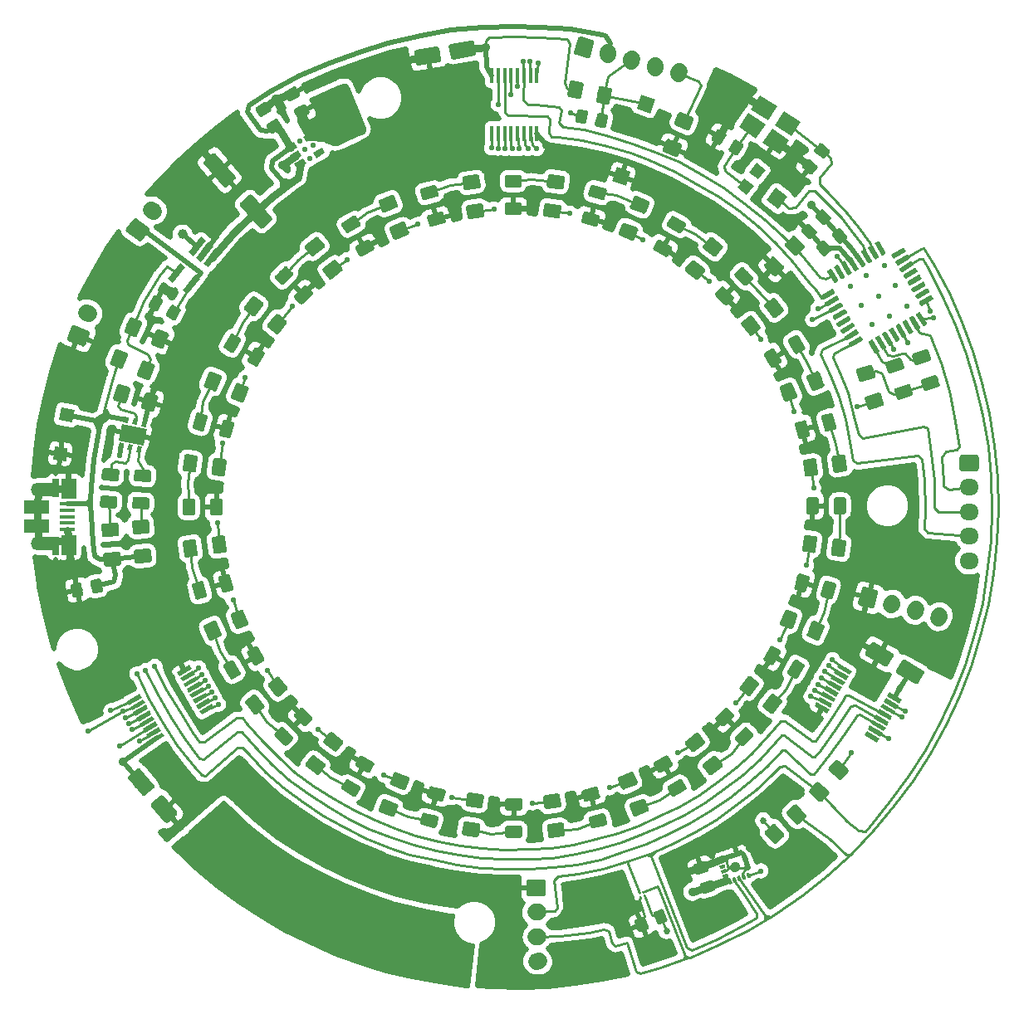
<source format=gbr>
G04 #@! TF.GenerationSoftware,KiCad,Pcbnew,(5.1.4)-1*
G04 #@! TF.CreationDate,2020-09-27T16:22:14-07:00*
G04 #@! TF.ProjectId,StarGazer,53746172-4761-47a6-9572-2e6b69636164,rev?*
G04 #@! TF.SameCoordinates,Original*
G04 #@! TF.FileFunction,Copper,L1,Top*
G04 #@! TF.FilePolarity,Positive*
%FSLAX46Y46*%
G04 Gerber Fmt 4.6, Leading zero omitted, Abs format (unit mm)*
G04 Created by KiCad (PCBNEW (5.1.4)-1) date 2020-09-27 16:22:14*
%MOMM*%
%LPD*%
G04 APERTURE LIST*
%ADD10C,0.250000*%
%ADD11C,0.100000*%
%ADD12C,1.150000*%
%ADD13C,1.700000*%
%ADD14C,1.700000*%
%ADD15C,1.425000*%
%ADD16C,1.350000*%
%ADD17C,0.500000*%
%ADD18C,1.250000*%
%ADD19C,1.600000*%
%ADD20C,1.000000*%
%ADD21C,0.450000*%
%ADD22R,0.450000X1.500000*%
%ADD23C,0.350000*%
%ADD24C,1.725000*%
%ADD25C,0.650000*%
%ADD26C,1.500000*%
%ADD27C,1.200000*%
%ADD28O,1.950000X1.700000*%
%ADD29R,2.500000X1.430000*%
%ADD30O,1.700000X1.350000*%
%ADD31O,1.500000X1.100000*%
%ADD32R,1.650000X0.400000*%
%ADD33R,1.500000X2.000000*%
%ADD34R,0.700000X1.825000*%
%ADD35R,2.000000X1.350000*%
%ADD36C,0.550000*%
%ADD37C,0.470000*%
%ADD38C,0.889000*%
%ADD39C,0.685800*%
%ADD40C,0.508000*%
%ADD41C,0.254000*%
%ADD42C,0.762000*%
%ADD43C,0.500000*%
G04 APERTURE END LIST*
D10*
X172861793Y-129770227D03*
X173240000Y-129640000D03*
X172731566Y-129392020D03*
X173109773Y-129261793D03*
D11*
G36*
X175032558Y-131021086D02*
G01*
X175056826Y-131024686D01*
X175080625Y-131030647D01*
X175103725Y-131038912D01*
X175125903Y-131049402D01*
X175146946Y-131062014D01*
X175166652Y-131076629D01*
X175184830Y-131093105D01*
X175201306Y-131111283D01*
X175215921Y-131130989D01*
X175228533Y-131152032D01*
X175239023Y-131174210D01*
X175583439Y-132005703D01*
X175591704Y-132028803D01*
X175597665Y-132052602D01*
X175601265Y-132076870D01*
X175602469Y-132101374D01*
X175601265Y-132125878D01*
X175597665Y-132150146D01*
X175591704Y-132173945D01*
X175583439Y-132197044D01*
X175572949Y-132219223D01*
X175560337Y-132240266D01*
X175545722Y-132259972D01*
X175529246Y-132278150D01*
X175511068Y-132294626D01*
X175491362Y-132309241D01*
X175470319Y-132321853D01*
X175448140Y-132332343D01*
X174847616Y-132581088D01*
X174824517Y-132589353D01*
X174800718Y-132595314D01*
X174776450Y-132598914D01*
X174751946Y-132600118D01*
X174727442Y-132598914D01*
X174703174Y-132595314D01*
X174679375Y-132589353D01*
X174656275Y-132581088D01*
X174634097Y-132570598D01*
X174613054Y-132557986D01*
X174593348Y-132543371D01*
X174575170Y-132526895D01*
X174558694Y-132508717D01*
X174544079Y-132489011D01*
X174531467Y-132467968D01*
X174520977Y-132445790D01*
X174176561Y-131614297D01*
X174168296Y-131591197D01*
X174162335Y-131567398D01*
X174158735Y-131543130D01*
X174157531Y-131518626D01*
X174158735Y-131494122D01*
X174162335Y-131469854D01*
X174168296Y-131446055D01*
X174176561Y-131422956D01*
X174187051Y-131400777D01*
X174199663Y-131379734D01*
X174214278Y-131360028D01*
X174230754Y-131341850D01*
X174248932Y-131325374D01*
X174268638Y-131310759D01*
X174289681Y-131298147D01*
X174311860Y-131287657D01*
X174912384Y-131038912D01*
X174935483Y-131030647D01*
X174959282Y-131024686D01*
X174983550Y-131021086D01*
X175008054Y-131019882D01*
X175032558Y-131021086D01*
X175032558Y-131021086D01*
G37*
D12*
X174880000Y-131810000D03*
D11*
G36*
X173138604Y-131805588D02*
G01*
X173162872Y-131809188D01*
X173186671Y-131815149D01*
X173209771Y-131823414D01*
X173231949Y-131833904D01*
X173252992Y-131846516D01*
X173272698Y-131861131D01*
X173290876Y-131877607D01*
X173307352Y-131895785D01*
X173321967Y-131915491D01*
X173334579Y-131936534D01*
X173345069Y-131958712D01*
X173689485Y-132790205D01*
X173697750Y-132813305D01*
X173703711Y-132837104D01*
X173707311Y-132861372D01*
X173708515Y-132885876D01*
X173707311Y-132910380D01*
X173703711Y-132934648D01*
X173697750Y-132958447D01*
X173689485Y-132981546D01*
X173678995Y-133003725D01*
X173666383Y-133024768D01*
X173651768Y-133044474D01*
X173635292Y-133062652D01*
X173617114Y-133079128D01*
X173597408Y-133093743D01*
X173576365Y-133106355D01*
X173554186Y-133116845D01*
X172953662Y-133365590D01*
X172930563Y-133373855D01*
X172906764Y-133379816D01*
X172882496Y-133383416D01*
X172857992Y-133384620D01*
X172833488Y-133383416D01*
X172809220Y-133379816D01*
X172785421Y-133373855D01*
X172762321Y-133365590D01*
X172740143Y-133355100D01*
X172719100Y-133342488D01*
X172699394Y-133327873D01*
X172681216Y-133311397D01*
X172664740Y-133293219D01*
X172650125Y-133273513D01*
X172637513Y-133252470D01*
X172627023Y-133230292D01*
X172282607Y-132398799D01*
X172274342Y-132375699D01*
X172268381Y-132351900D01*
X172264781Y-132327632D01*
X172263577Y-132303128D01*
X172264781Y-132278624D01*
X172268381Y-132254356D01*
X172274342Y-132230557D01*
X172282607Y-132207458D01*
X172293097Y-132185279D01*
X172305709Y-132164236D01*
X172320324Y-132144530D01*
X172336800Y-132126352D01*
X172354978Y-132109876D01*
X172374684Y-132095261D01*
X172395727Y-132082649D01*
X172417906Y-132072159D01*
X173018430Y-131823414D01*
X173041529Y-131815149D01*
X173065328Y-131809188D01*
X173089596Y-131805588D01*
X173114100Y-131804384D01*
X173138604Y-131805588D01*
X173138604Y-131805588D01*
G37*
D12*
X172986046Y-132594502D03*
D13*
X203300000Y-101200000D03*
D14*
X203332352Y-101079259D02*
X203267648Y-101320741D01*
D13*
X200885185Y-100552952D03*
D14*
X200917537Y-100432211D02*
X200852833Y-100673693D01*
D13*
X198470371Y-99905905D03*
D14*
X198502723Y-99785164D02*
X198438019Y-100026646D01*
D11*
G36*
X195679995Y-98153804D02*
G01*
X195704368Y-98156608D01*
X195728349Y-98161788D01*
X196887460Y-98472371D01*
X196910818Y-98479876D01*
X196933327Y-98489634D01*
X196954772Y-98501551D01*
X196974945Y-98515514D01*
X196993653Y-98531386D01*
X197010715Y-98549016D01*
X197025967Y-98568233D01*
X197039261Y-98588852D01*
X197050471Y-98610675D01*
X197059488Y-98633492D01*
X197066224Y-98657083D01*
X197070616Y-98681220D01*
X197072621Y-98705672D01*
X197072220Y-98730203D01*
X197069416Y-98754576D01*
X197064236Y-98778557D01*
X196688949Y-100179150D01*
X196681445Y-100202507D01*
X196671686Y-100225017D01*
X196659769Y-100246462D01*
X196645806Y-100266635D01*
X196629934Y-100285343D01*
X196612305Y-100302405D01*
X196593088Y-100317657D01*
X196572468Y-100330951D01*
X196550645Y-100342161D01*
X196527828Y-100351177D01*
X196504237Y-100357914D01*
X196480100Y-100362306D01*
X196455648Y-100364311D01*
X196431117Y-100363910D01*
X196406744Y-100361106D01*
X196382763Y-100355926D01*
X195223652Y-100045343D01*
X195200294Y-100037838D01*
X195177785Y-100028080D01*
X195156340Y-100016163D01*
X195136167Y-100002200D01*
X195117459Y-99986328D01*
X195100397Y-99968698D01*
X195085145Y-99949481D01*
X195071851Y-99928862D01*
X195060641Y-99907039D01*
X195051624Y-99884222D01*
X195044888Y-99860631D01*
X195040496Y-99836494D01*
X195038491Y-99812042D01*
X195038892Y-99787511D01*
X195041696Y-99763138D01*
X195046876Y-99739157D01*
X195422163Y-98338564D01*
X195429667Y-98315207D01*
X195439426Y-98292697D01*
X195451343Y-98271252D01*
X195465306Y-98251079D01*
X195481178Y-98232371D01*
X195498807Y-98215309D01*
X195518024Y-98200057D01*
X195538644Y-98186763D01*
X195560467Y-98175553D01*
X195583284Y-98166537D01*
X195606875Y-98159800D01*
X195631012Y-98155408D01*
X195655464Y-98153403D01*
X195679995Y-98153804D01*
X195679995Y-98153804D01*
G37*
D13*
X196055556Y-99258857D03*
D11*
G36*
X186397778Y-64434046D02*
G01*
X186422047Y-64437646D01*
X186445845Y-64443607D01*
X186468945Y-64451872D01*
X186491123Y-64462362D01*
X186512167Y-64474975D01*
X186531872Y-64489589D01*
X186550051Y-64506065D01*
X187433935Y-65389949D01*
X187450411Y-65408128D01*
X187465025Y-65427833D01*
X187477638Y-65448877D01*
X187488128Y-65471055D01*
X187496393Y-65494155D01*
X187502354Y-65517953D01*
X187505954Y-65542222D01*
X187507158Y-65566726D01*
X187505954Y-65591230D01*
X187502354Y-65615499D01*
X187496393Y-65639297D01*
X187488128Y-65662397D01*
X187477638Y-65684575D01*
X187465025Y-65705619D01*
X187450411Y-65725324D01*
X187433935Y-65743503D01*
X186779861Y-66397577D01*
X186761682Y-66414053D01*
X186741977Y-66428667D01*
X186720933Y-66441280D01*
X186698755Y-66451770D01*
X186675655Y-66460035D01*
X186651857Y-66465996D01*
X186627588Y-66469596D01*
X186603084Y-66470800D01*
X186578580Y-66469596D01*
X186554311Y-66465996D01*
X186530513Y-66460035D01*
X186507413Y-66451770D01*
X186485235Y-66441280D01*
X186464191Y-66428667D01*
X186444486Y-66414053D01*
X186426307Y-66397577D01*
X185542423Y-65513693D01*
X185525947Y-65495514D01*
X185511333Y-65475809D01*
X185498720Y-65454765D01*
X185488230Y-65432587D01*
X185479965Y-65409487D01*
X185474004Y-65385689D01*
X185470404Y-65361420D01*
X185469200Y-65336916D01*
X185470404Y-65312412D01*
X185474004Y-65288143D01*
X185479965Y-65264345D01*
X185488230Y-65241245D01*
X185498720Y-65219067D01*
X185511333Y-65198023D01*
X185525947Y-65178318D01*
X185542423Y-65160139D01*
X186196497Y-64506065D01*
X186214676Y-64489589D01*
X186234381Y-64474975D01*
X186255425Y-64462362D01*
X186277603Y-64451872D01*
X186300703Y-64443607D01*
X186324501Y-64437646D01*
X186348770Y-64434046D01*
X186373274Y-64432842D01*
X186397778Y-64434046D01*
X186397778Y-64434046D01*
G37*
D15*
X186488179Y-65451821D03*
D11*
G36*
X188501420Y-62330404D02*
G01*
X188525689Y-62334004D01*
X188549487Y-62339965D01*
X188572587Y-62348230D01*
X188594765Y-62358720D01*
X188615809Y-62371333D01*
X188635514Y-62385947D01*
X188653693Y-62402423D01*
X189537577Y-63286307D01*
X189554053Y-63304486D01*
X189568667Y-63324191D01*
X189581280Y-63345235D01*
X189591770Y-63367413D01*
X189600035Y-63390513D01*
X189605996Y-63414311D01*
X189609596Y-63438580D01*
X189610800Y-63463084D01*
X189609596Y-63487588D01*
X189605996Y-63511857D01*
X189600035Y-63535655D01*
X189591770Y-63558755D01*
X189581280Y-63580933D01*
X189568667Y-63601977D01*
X189554053Y-63621682D01*
X189537577Y-63639861D01*
X188883503Y-64293935D01*
X188865324Y-64310411D01*
X188845619Y-64325025D01*
X188824575Y-64337638D01*
X188802397Y-64348128D01*
X188779297Y-64356393D01*
X188755499Y-64362354D01*
X188731230Y-64365954D01*
X188706726Y-64367158D01*
X188682222Y-64365954D01*
X188657953Y-64362354D01*
X188634155Y-64356393D01*
X188611055Y-64348128D01*
X188588877Y-64337638D01*
X188567833Y-64325025D01*
X188548128Y-64310411D01*
X188529949Y-64293935D01*
X187646065Y-63410051D01*
X187629589Y-63391872D01*
X187614975Y-63372167D01*
X187602362Y-63351123D01*
X187591872Y-63328945D01*
X187583607Y-63305845D01*
X187577646Y-63282047D01*
X187574046Y-63257778D01*
X187572842Y-63233274D01*
X187574046Y-63208770D01*
X187577646Y-63184501D01*
X187583607Y-63160703D01*
X187591872Y-63137603D01*
X187602362Y-63115425D01*
X187614975Y-63094381D01*
X187629589Y-63074676D01*
X187646065Y-63056497D01*
X188300139Y-62402423D01*
X188318318Y-62385947D01*
X188338023Y-62371333D01*
X188359067Y-62358720D01*
X188381245Y-62348230D01*
X188404345Y-62339965D01*
X188428143Y-62334004D01*
X188452412Y-62330404D01*
X188476916Y-62329200D01*
X188501420Y-62330404D01*
X188501420Y-62330404D01*
G37*
D15*
X188591821Y-63348179D03*
D16*
X114360000Y-80610000D03*
D11*
G36*
X114904800Y-81393864D02*
G01*
X113576136Y-81154800D01*
X113815200Y-79826136D01*
X115143864Y-80065200D01*
X114904800Y-81393864D01*
X114904800Y-81393864D01*
G37*
D16*
X113710000Y-84580000D03*
D11*
G36*
X114305552Y-85326035D02*
G01*
X112963965Y-85175552D01*
X113114448Y-83833965D01*
X114456035Y-83984448D01*
X114305552Y-85326035D01*
X114305552Y-85326035D01*
G37*
G36*
X199665855Y-63557159D02*
G01*
X199678046Y-63558518D01*
X199690046Y-63561066D01*
X199701738Y-63564778D01*
X199713009Y-63569618D01*
X199723753Y-63575539D01*
X199733864Y-63582485D01*
X199743245Y-63590388D01*
X199751807Y-63599173D01*
X199759466Y-63608755D01*
X199766149Y-63619042D01*
X199891904Y-63835111D01*
X199897547Y-63846003D01*
X199902095Y-63857395D01*
X199905505Y-63869179D01*
X199907743Y-63881240D01*
X199908788Y-63893462D01*
X199908630Y-63905728D01*
X199907271Y-63917919D01*
X199904723Y-63929919D01*
X199901011Y-63941611D01*
X199896171Y-63952882D01*
X199890250Y-63963626D01*
X199883304Y-63973737D01*
X199875401Y-63983118D01*
X199866616Y-63991680D01*
X199857034Y-63999339D01*
X199846748Y-64006022D01*
X198766405Y-64634797D01*
X198755513Y-64640440D01*
X198744120Y-64644988D01*
X198732336Y-64648398D01*
X198720275Y-64650636D01*
X198708053Y-64651681D01*
X198695787Y-64651523D01*
X198683596Y-64650164D01*
X198671596Y-64647616D01*
X198659904Y-64643904D01*
X198648633Y-64639064D01*
X198637889Y-64633143D01*
X198627778Y-64626197D01*
X198618397Y-64618294D01*
X198609835Y-64609509D01*
X198602176Y-64599927D01*
X198595493Y-64589640D01*
X198469738Y-64373571D01*
X198464095Y-64362679D01*
X198459547Y-64351287D01*
X198456137Y-64339503D01*
X198453899Y-64327442D01*
X198452854Y-64315220D01*
X198453012Y-64302954D01*
X198454371Y-64290763D01*
X198456919Y-64278763D01*
X198460631Y-64267071D01*
X198465471Y-64255800D01*
X198471392Y-64245056D01*
X198478338Y-64234945D01*
X198486241Y-64225564D01*
X198495026Y-64217002D01*
X198504608Y-64209343D01*
X198514894Y-64202660D01*
X199595237Y-63573885D01*
X199606129Y-63568242D01*
X199617522Y-63563694D01*
X199629306Y-63560284D01*
X199641367Y-63558046D01*
X199653589Y-63557001D01*
X199665855Y-63557159D01*
X199665855Y-63557159D01*
G37*
D17*
X199180821Y-64104341D03*
D11*
G36*
X200068271Y-64248579D02*
G01*
X200080462Y-64249938D01*
X200092462Y-64252486D01*
X200104154Y-64256198D01*
X200115425Y-64261038D01*
X200126169Y-64266959D01*
X200136280Y-64273905D01*
X200145661Y-64281808D01*
X200154223Y-64290593D01*
X200161882Y-64300175D01*
X200168565Y-64310462D01*
X200294320Y-64526531D01*
X200299963Y-64537423D01*
X200304511Y-64548815D01*
X200307921Y-64560599D01*
X200310159Y-64572660D01*
X200311204Y-64584882D01*
X200311046Y-64597148D01*
X200309687Y-64609339D01*
X200307139Y-64621339D01*
X200303427Y-64633031D01*
X200298587Y-64644302D01*
X200292666Y-64655046D01*
X200285720Y-64665157D01*
X200277817Y-64674538D01*
X200269032Y-64683100D01*
X200259450Y-64690759D01*
X200249164Y-64697442D01*
X199168821Y-65326217D01*
X199157929Y-65331860D01*
X199146536Y-65336408D01*
X199134752Y-65339818D01*
X199122691Y-65342056D01*
X199110469Y-65343101D01*
X199098203Y-65342943D01*
X199086012Y-65341584D01*
X199074012Y-65339036D01*
X199062320Y-65335324D01*
X199051049Y-65330484D01*
X199040305Y-65324563D01*
X199030194Y-65317617D01*
X199020813Y-65309714D01*
X199012251Y-65300929D01*
X199004592Y-65291347D01*
X198997909Y-65281060D01*
X198872154Y-65064991D01*
X198866511Y-65054099D01*
X198861963Y-65042707D01*
X198858553Y-65030923D01*
X198856315Y-65018862D01*
X198855270Y-65006640D01*
X198855428Y-64994374D01*
X198856787Y-64982183D01*
X198859335Y-64970183D01*
X198863047Y-64958491D01*
X198867887Y-64947220D01*
X198873808Y-64936476D01*
X198880754Y-64926365D01*
X198888657Y-64916984D01*
X198897442Y-64908422D01*
X198907024Y-64900763D01*
X198917310Y-64894080D01*
X199997653Y-64265305D01*
X200008545Y-64259662D01*
X200019938Y-64255114D01*
X200031722Y-64251704D01*
X200043783Y-64249466D01*
X200056005Y-64248421D01*
X200068271Y-64248579D01*
X200068271Y-64248579D01*
G37*
D17*
X199583237Y-64795761D03*
D11*
G36*
X200470687Y-64939999D02*
G01*
X200482878Y-64941358D01*
X200494878Y-64943906D01*
X200506570Y-64947618D01*
X200517841Y-64952458D01*
X200528585Y-64958379D01*
X200538696Y-64965325D01*
X200548077Y-64973228D01*
X200556639Y-64982013D01*
X200564298Y-64991595D01*
X200570981Y-65001882D01*
X200696736Y-65217951D01*
X200702379Y-65228843D01*
X200706927Y-65240235D01*
X200710337Y-65252019D01*
X200712575Y-65264080D01*
X200713620Y-65276302D01*
X200713462Y-65288568D01*
X200712103Y-65300759D01*
X200709555Y-65312759D01*
X200705843Y-65324451D01*
X200701003Y-65335722D01*
X200695082Y-65346466D01*
X200688136Y-65356577D01*
X200680233Y-65365958D01*
X200671448Y-65374520D01*
X200661866Y-65382179D01*
X200651580Y-65388862D01*
X199571237Y-66017637D01*
X199560345Y-66023280D01*
X199548952Y-66027828D01*
X199537168Y-66031238D01*
X199525107Y-66033476D01*
X199512885Y-66034521D01*
X199500619Y-66034363D01*
X199488428Y-66033004D01*
X199476428Y-66030456D01*
X199464736Y-66026744D01*
X199453465Y-66021904D01*
X199442721Y-66015983D01*
X199432610Y-66009037D01*
X199423229Y-66001134D01*
X199414667Y-65992349D01*
X199407008Y-65982767D01*
X199400325Y-65972480D01*
X199274570Y-65756411D01*
X199268927Y-65745519D01*
X199264379Y-65734127D01*
X199260969Y-65722343D01*
X199258731Y-65710282D01*
X199257686Y-65698060D01*
X199257844Y-65685794D01*
X199259203Y-65673603D01*
X199261751Y-65661603D01*
X199265463Y-65649911D01*
X199270303Y-65638640D01*
X199276224Y-65627896D01*
X199283170Y-65617785D01*
X199291073Y-65608404D01*
X199299858Y-65599842D01*
X199309440Y-65592183D01*
X199319726Y-65585500D01*
X200400069Y-64956725D01*
X200410961Y-64951082D01*
X200422354Y-64946534D01*
X200434138Y-64943124D01*
X200446199Y-64940886D01*
X200458421Y-64939841D01*
X200470687Y-64939999D01*
X200470687Y-64939999D01*
G37*
D17*
X199985653Y-65487181D03*
D11*
G36*
X200873103Y-65631419D02*
G01*
X200885294Y-65632778D01*
X200897294Y-65635326D01*
X200908986Y-65639038D01*
X200920257Y-65643878D01*
X200931001Y-65649799D01*
X200941112Y-65656745D01*
X200950493Y-65664648D01*
X200959055Y-65673433D01*
X200966714Y-65683015D01*
X200973397Y-65693302D01*
X201099152Y-65909371D01*
X201104795Y-65920263D01*
X201109343Y-65931655D01*
X201112753Y-65943439D01*
X201114991Y-65955500D01*
X201116036Y-65967722D01*
X201115878Y-65979988D01*
X201114519Y-65992179D01*
X201111971Y-66004179D01*
X201108259Y-66015871D01*
X201103419Y-66027142D01*
X201097498Y-66037886D01*
X201090552Y-66047997D01*
X201082649Y-66057378D01*
X201073864Y-66065940D01*
X201064282Y-66073599D01*
X201053996Y-66080282D01*
X199973653Y-66709057D01*
X199962761Y-66714700D01*
X199951368Y-66719248D01*
X199939584Y-66722658D01*
X199927523Y-66724896D01*
X199915301Y-66725941D01*
X199903035Y-66725783D01*
X199890844Y-66724424D01*
X199878844Y-66721876D01*
X199867152Y-66718164D01*
X199855881Y-66713324D01*
X199845137Y-66707403D01*
X199835026Y-66700457D01*
X199825645Y-66692554D01*
X199817083Y-66683769D01*
X199809424Y-66674187D01*
X199802741Y-66663900D01*
X199676986Y-66447831D01*
X199671343Y-66436939D01*
X199666795Y-66425547D01*
X199663385Y-66413763D01*
X199661147Y-66401702D01*
X199660102Y-66389480D01*
X199660260Y-66377214D01*
X199661619Y-66365023D01*
X199664167Y-66353023D01*
X199667879Y-66341331D01*
X199672719Y-66330060D01*
X199678640Y-66319316D01*
X199685586Y-66309205D01*
X199693489Y-66299824D01*
X199702274Y-66291262D01*
X199711856Y-66283603D01*
X199722142Y-66276920D01*
X200802485Y-65648145D01*
X200813377Y-65642502D01*
X200824770Y-65637954D01*
X200836554Y-65634544D01*
X200848615Y-65632306D01*
X200860837Y-65631261D01*
X200873103Y-65631419D01*
X200873103Y-65631419D01*
G37*
D17*
X200388069Y-66178601D03*
D11*
G36*
X201275519Y-66322839D02*
G01*
X201287710Y-66324198D01*
X201299710Y-66326746D01*
X201311402Y-66330458D01*
X201322673Y-66335298D01*
X201333417Y-66341219D01*
X201343528Y-66348165D01*
X201352909Y-66356068D01*
X201361471Y-66364853D01*
X201369130Y-66374435D01*
X201375813Y-66384722D01*
X201501568Y-66600791D01*
X201507211Y-66611683D01*
X201511759Y-66623075D01*
X201515169Y-66634859D01*
X201517407Y-66646920D01*
X201518452Y-66659142D01*
X201518294Y-66671408D01*
X201516935Y-66683599D01*
X201514387Y-66695599D01*
X201510675Y-66707291D01*
X201505835Y-66718562D01*
X201499914Y-66729306D01*
X201492968Y-66739417D01*
X201485065Y-66748798D01*
X201476280Y-66757360D01*
X201466698Y-66765019D01*
X201456412Y-66771702D01*
X200376069Y-67400477D01*
X200365177Y-67406120D01*
X200353784Y-67410668D01*
X200342000Y-67414078D01*
X200329939Y-67416316D01*
X200317717Y-67417361D01*
X200305451Y-67417203D01*
X200293260Y-67415844D01*
X200281260Y-67413296D01*
X200269568Y-67409584D01*
X200258297Y-67404744D01*
X200247553Y-67398823D01*
X200237442Y-67391877D01*
X200228061Y-67383974D01*
X200219499Y-67375189D01*
X200211840Y-67365607D01*
X200205157Y-67355320D01*
X200079402Y-67139251D01*
X200073759Y-67128359D01*
X200069211Y-67116967D01*
X200065801Y-67105183D01*
X200063563Y-67093122D01*
X200062518Y-67080900D01*
X200062676Y-67068634D01*
X200064035Y-67056443D01*
X200066583Y-67044443D01*
X200070295Y-67032751D01*
X200075135Y-67021480D01*
X200081056Y-67010736D01*
X200088002Y-67000625D01*
X200095905Y-66991244D01*
X200104690Y-66982682D01*
X200114272Y-66975023D01*
X200124558Y-66968340D01*
X201204901Y-66339565D01*
X201215793Y-66333922D01*
X201227186Y-66329374D01*
X201238970Y-66325964D01*
X201251031Y-66323726D01*
X201263253Y-66322681D01*
X201275519Y-66322839D01*
X201275519Y-66322839D01*
G37*
D17*
X200790485Y-66870021D03*
D11*
G36*
X201677935Y-67014258D02*
G01*
X201690126Y-67015617D01*
X201702126Y-67018165D01*
X201713818Y-67021877D01*
X201725089Y-67026717D01*
X201735833Y-67032638D01*
X201745944Y-67039584D01*
X201755325Y-67047487D01*
X201763887Y-67056272D01*
X201771546Y-67065854D01*
X201778229Y-67076141D01*
X201903984Y-67292210D01*
X201909627Y-67303102D01*
X201914175Y-67314494D01*
X201917585Y-67326278D01*
X201919823Y-67338339D01*
X201920868Y-67350561D01*
X201920710Y-67362827D01*
X201919351Y-67375018D01*
X201916803Y-67387018D01*
X201913091Y-67398710D01*
X201908251Y-67409981D01*
X201902330Y-67420725D01*
X201895384Y-67430836D01*
X201887481Y-67440217D01*
X201878696Y-67448779D01*
X201869114Y-67456438D01*
X201858828Y-67463121D01*
X200778485Y-68091896D01*
X200767593Y-68097539D01*
X200756200Y-68102087D01*
X200744416Y-68105497D01*
X200732355Y-68107735D01*
X200720133Y-68108780D01*
X200707867Y-68108622D01*
X200695676Y-68107263D01*
X200683676Y-68104715D01*
X200671984Y-68101003D01*
X200660713Y-68096163D01*
X200649969Y-68090242D01*
X200639858Y-68083296D01*
X200630477Y-68075393D01*
X200621915Y-68066608D01*
X200614256Y-68057026D01*
X200607573Y-68046739D01*
X200481818Y-67830670D01*
X200476175Y-67819778D01*
X200471627Y-67808386D01*
X200468217Y-67796602D01*
X200465979Y-67784541D01*
X200464934Y-67772319D01*
X200465092Y-67760053D01*
X200466451Y-67747862D01*
X200468999Y-67735862D01*
X200472711Y-67724170D01*
X200477551Y-67712899D01*
X200483472Y-67702155D01*
X200490418Y-67692044D01*
X200498321Y-67682663D01*
X200507106Y-67674101D01*
X200516688Y-67666442D01*
X200526974Y-67659759D01*
X201607317Y-67030984D01*
X201618209Y-67025341D01*
X201629602Y-67020793D01*
X201641386Y-67017383D01*
X201653447Y-67015145D01*
X201665669Y-67014100D01*
X201677935Y-67014258D01*
X201677935Y-67014258D01*
G37*
D17*
X201192901Y-67561440D03*
D11*
G36*
X202080351Y-67705678D02*
G01*
X202092542Y-67707037D01*
X202104542Y-67709585D01*
X202116234Y-67713297D01*
X202127505Y-67718137D01*
X202138249Y-67724058D01*
X202148360Y-67731004D01*
X202157741Y-67738907D01*
X202166303Y-67747692D01*
X202173962Y-67757274D01*
X202180645Y-67767561D01*
X202306400Y-67983630D01*
X202312043Y-67994522D01*
X202316591Y-68005914D01*
X202320001Y-68017698D01*
X202322239Y-68029759D01*
X202323284Y-68041981D01*
X202323126Y-68054247D01*
X202321767Y-68066438D01*
X202319219Y-68078438D01*
X202315507Y-68090130D01*
X202310667Y-68101401D01*
X202304746Y-68112145D01*
X202297800Y-68122256D01*
X202289897Y-68131637D01*
X202281112Y-68140199D01*
X202271530Y-68147858D01*
X202261244Y-68154541D01*
X201180901Y-68783316D01*
X201170009Y-68788959D01*
X201158616Y-68793507D01*
X201146832Y-68796917D01*
X201134771Y-68799155D01*
X201122549Y-68800200D01*
X201110283Y-68800042D01*
X201098092Y-68798683D01*
X201086092Y-68796135D01*
X201074400Y-68792423D01*
X201063129Y-68787583D01*
X201052385Y-68781662D01*
X201042274Y-68774716D01*
X201032893Y-68766813D01*
X201024331Y-68758028D01*
X201016672Y-68748446D01*
X201009989Y-68738159D01*
X200884234Y-68522090D01*
X200878591Y-68511198D01*
X200874043Y-68499806D01*
X200870633Y-68488022D01*
X200868395Y-68475961D01*
X200867350Y-68463739D01*
X200867508Y-68451473D01*
X200868867Y-68439282D01*
X200871415Y-68427282D01*
X200875127Y-68415590D01*
X200879967Y-68404319D01*
X200885888Y-68393575D01*
X200892834Y-68383464D01*
X200900737Y-68374083D01*
X200909522Y-68365521D01*
X200919104Y-68357862D01*
X200929390Y-68351179D01*
X202009733Y-67722404D01*
X202020625Y-67716761D01*
X202032018Y-67712213D01*
X202043802Y-67708803D01*
X202055863Y-67706565D01*
X202068085Y-67705520D01*
X202080351Y-67705678D01*
X202080351Y-67705678D01*
G37*
D17*
X201595317Y-68252860D03*
D11*
G36*
X202482767Y-68397098D02*
G01*
X202494958Y-68398457D01*
X202506958Y-68401005D01*
X202518650Y-68404717D01*
X202529921Y-68409557D01*
X202540665Y-68415478D01*
X202550776Y-68422424D01*
X202560157Y-68430327D01*
X202568719Y-68439112D01*
X202576378Y-68448694D01*
X202583061Y-68458981D01*
X202708816Y-68675050D01*
X202714459Y-68685942D01*
X202719007Y-68697334D01*
X202722417Y-68709118D01*
X202724655Y-68721179D01*
X202725700Y-68733401D01*
X202725542Y-68745667D01*
X202724183Y-68757858D01*
X202721635Y-68769858D01*
X202717923Y-68781550D01*
X202713083Y-68792821D01*
X202707162Y-68803565D01*
X202700216Y-68813676D01*
X202692313Y-68823057D01*
X202683528Y-68831619D01*
X202673946Y-68839278D01*
X202663660Y-68845961D01*
X201583317Y-69474736D01*
X201572425Y-69480379D01*
X201561032Y-69484927D01*
X201549248Y-69488337D01*
X201537187Y-69490575D01*
X201524965Y-69491620D01*
X201512699Y-69491462D01*
X201500508Y-69490103D01*
X201488508Y-69487555D01*
X201476816Y-69483843D01*
X201465545Y-69479003D01*
X201454801Y-69473082D01*
X201444690Y-69466136D01*
X201435309Y-69458233D01*
X201426747Y-69449448D01*
X201419088Y-69439866D01*
X201412405Y-69429579D01*
X201286650Y-69213510D01*
X201281007Y-69202618D01*
X201276459Y-69191226D01*
X201273049Y-69179442D01*
X201270811Y-69167381D01*
X201269766Y-69155159D01*
X201269924Y-69142893D01*
X201271283Y-69130702D01*
X201273831Y-69118702D01*
X201277543Y-69107010D01*
X201282383Y-69095739D01*
X201288304Y-69084995D01*
X201295250Y-69074884D01*
X201303153Y-69065503D01*
X201311938Y-69056941D01*
X201321520Y-69049282D01*
X201331806Y-69042599D01*
X202412149Y-68413824D01*
X202423041Y-68408181D01*
X202434434Y-68403633D01*
X202446218Y-68400223D01*
X202458279Y-68397985D01*
X202470501Y-68396940D01*
X202482767Y-68397098D01*
X202482767Y-68397098D01*
G37*
D17*
X201997733Y-68944280D03*
D11*
G36*
X201302395Y-70096501D02*
G01*
X201314586Y-70097860D01*
X201326586Y-70100408D01*
X201338278Y-70104120D01*
X201349549Y-70108960D01*
X201360293Y-70114881D01*
X201370404Y-70121827D01*
X201379785Y-70129730D01*
X201388347Y-70138515D01*
X201396006Y-70148097D01*
X201402689Y-70158383D01*
X202031464Y-71238726D01*
X202037107Y-71249618D01*
X202041655Y-71261011D01*
X202045065Y-71272795D01*
X202047303Y-71284856D01*
X202048348Y-71297078D01*
X202048190Y-71309344D01*
X202046831Y-71321535D01*
X202044283Y-71333535D01*
X202040571Y-71345227D01*
X202035731Y-71356498D01*
X202029810Y-71367242D01*
X202022864Y-71377353D01*
X202014961Y-71386734D01*
X202006176Y-71395296D01*
X201996594Y-71402955D01*
X201986307Y-71409638D01*
X201770238Y-71535393D01*
X201759346Y-71541036D01*
X201747954Y-71545584D01*
X201736170Y-71548994D01*
X201724109Y-71551232D01*
X201711887Y-71552277D01*
X201699621Y-71552119D01*
X201687430Y-71550760D01*
X201675430Y-71548212D01*
X201663738Y-71544500D01*
X201652467Y-71539660D01*
X201641723Y-71533739D01*
X201631612Y-71526793D01*
X201622231Y-71518890D01*
X201613669Y-71510105D01*
X201606010Y-71500523D01*
X201599327Y-71490237D01*
X200970552Y-70409894D01*
X200964909Y-70399002D01*
X200960361Y-70387609D01*
X200956951Y-70375825D01*
X200954713Y-70363764D01*
X200953668Y-70351542D01*
X200953826Y-70339276D01*
X200955185Y-70327085D01*
X200957733Y-70315085D01*
X200961445Y-70303393D01*
X200966285Y-70292122D01*
X200972206Y-70281378D01*
X200979152Y-70271267D01*
X200987055Y-70261886D01*
X200995840Y-70253324D01*
X201005422Y-70245665D01*
X201015709Y-70238982D01*
X201231778Y-70113227D01*
X201242670Y-70107584D01*
X201254062Y-70103036D01*
X201265846Y-70099626D01*
X201277907Y-70097388D01*
X201290129Y-70096343D01*
X201302395Y-70096501D01*
X201302395Y-70096501D01*
G37*
D17*
X201501008Y-70824310D03*
D11*
G36*
X200610975Y-70498917D02*
G01*
X200623166Y-70500276D01*
X200635166Y-70502824D01*
X200646858Y-70506536D01*
X200658129Y-70511376D01*
X200668873Y-70517297D01*
X200678984Y-70524243D01*
X200688365Y-70532146D01*
X200696927Y-70540931D01*
X200704586Y-70550513D01*
X200711269Y-70560799D01*
X201340044Y-71641142D01*
X201345687Y-71652034D01*
X201350235Y-71663427D01*
X201353645Y-71675211D01*
X201355883Y-71687272D01*
X201356928Y-71699494D01*
X201356770Y-71711760D01*
X201355411Y-71723951D01*
X201352863Y-71735951D01*
X201349151Y-71747643D01*
X201344311Y-71758914D01*
X201338390Y-71769658D01*
X201331444Y-71779769D01*
X201323541Y-71789150D01*
X201314756Y-71797712D01*
X201305174Y-71805371D01*
X201294887Y-71812054D01*
X201078818Y-71937809D01*
X201067926Y-71943452D01*
X201056534Y-71948000D01*
X201044750Y-71951410D01*
X201032689Y-71953648D01*
X201020467Y-71954693D01*
X201008201Y-71954535D01*
X200996010Y-71953176D01*
X200984010Y-71950628D01*
X200972318Y-71946916D01*
X200961047Y-71942076D01*
X200950303Y-71936155D01*
X200940192Y-71929209D01*
X200930811Y-71921306D01*
X200922249Y-71912521D01*
X200914590Y-71902939D01*
X200907907Y-71892653D01*
X200279132Y-70812310D01*
X200273489Y-70801418D01*
X200268941Y-70790025D01*
X200265531Y-70778241D01*
X200263293Y-70766180D01*
X200262248Y-70753958D01*
X200262406Y-70741692D01*
X200263765Y-70729501D01*
X200266313Y-70717501D01*
X200270025Y-70705809D01*
X200274865Y-70694538D01*
X200280786Y-70683794D01*
X200287732Y-70673683D01*
X200295635Y-70664302D01*
X200304420Y-70655740D01*
X200314002Y-70648081D01*
X200324289Y-70641398D01*
X200540358Y-70515643D01*
X200551250Y-70510000D01*
X200562642Y-70505452D01*
X200574426Y-70502042D01*
X200586487Y-70499804D01*
X200598709Y-70498759D01*
X200610975Y-70498917D01*
X200610975Y-70498917D01*
G37*
D17*
X200809588Y-71226726D03*
D11*
G36*
X199919555Y-70901333D02*
G01*
X199931746Y-70902692D01*
X199943746Y-70905240D01*
X199955438Y-70908952D01*
X199966709Y-70913792D01*
X199977453Y-70919713D01*
X199987564Y-70926659D01*
X199996945Y-70934562D01*
X200005507Y-70943347D01*
X200013166Y-70952929D01*
X200019849Y-70963215D01*
X200648624Y-72043558D01*
X200654267Y-72054450D01*
X200658815Y-72065843D01*
X200662225Y-72077627D01*
X200664463Y-72089688D01*
X200665508Y-72101910D01*
X200665350Y-72114176D01*
X200663991Y-72126367D01*
X200661443Y-72138367D01*
X200657731Y-72150059D01*
X200652891Y-72161330D01*
X200646970Y-72172074D01*
X200640024Y-72182185D01*
X200632121Y-72191566D01*
X200623336Y-72200128D01*
X200613754Y-72207787D01*
X200603467Y-72214470D01*
X200387398Y-72340225D01*
X200376506Y-72345868D01*
X200365114Y-72350416D01*
X200353330Y-72353826D01*
X200341269Y-72356064D01*
X200329047Y-72357109D01*
X200316781Y-72356951D01*
X200304590Y-72355592D01*
X200292590Y-72353044D01*
X200280898Y-72349332D01*
X200269627Y-72344492D01*
X200258883Y-72338571D01*
X200248772Y-72331625D01*
X200239391Y-72323722D01*
X200230829Y-72314937D01*
X200223170Y-72305355D01*
X200216487Y-72295069D01*
X199587712Y-71214726D01*
X199582069Y-71203834D01*
X199577521Y-71192441D01*
X199574111Y-71180657D01*
X199571873Y-71168596D01*
X199570828Y-71156374D01*
X199570986Y-71144108D01*
X199572345Y-71131917D01*
X199574893Y-71119917D01*
X199578605Y-71108225D01*
X199583445Y-71096954D01*
X199589366Y-71086210D01*
X199596312Y-71076099D01*
X199604215Y-71066718D01*
X199613000Y-71058156D01*
X199622582Y-71050497D01*
X199632869Y-71043814D01*
X199848938Y-70918059D01*
X199859830Y-70912416D01*
X199871222Y-70907868D01*
X199883006Y-70904458D01*
X199895067Y-70902220D01*
X199907289Y-70901175D01*
X199919555Y-70901333D01*
X199919555Y-70901333D01*
G37*
D17*
X200118168Y-71629142D03*
D11*
G36*
X199228135Y-71303749D02*
G01*
X199240326Y-71305108D01*
X199252326Y-71307656D01*
X199264018Y-71311368D01*
X199275289Y-71316208D01*
X199286033Y-71322129D01*
X199296144Y-71329075D01*
X199305525Y-71336978D01*
X199314087Y-71345763D01*
X199321746Y-71355345D01*
X199328429Y-71365631D01*
X199957204Y-72445974D01*
X199962847Y-72456866D01*
X199967395Y-72468259D01*
X199970805Y-72480043D01*
X199973043Y-72492104D01*
X199974088Y-72504326D01*
X199973930Y-72516592D01*
X199972571Y-72528783D01*
X199970023Y-72540783D01*
X199966311Y-72552475D01*
X199961471Y-72563746D01*
X199955550Y-72574490D01*
X199948604Y-72584601D01*
X199940701Y-72593982D01*
X199931916Y-72602544D01*
X199922334Y-72610203D01*
X199912047Y-72616886D01*
X199695978Y-72742641D01*
X199685086Y-72748284D01*
X199673694Y-72752832D01*
X199661910Y-72756242D01*
X199649849Y-72758480D01*
X199637627Y-72759525D01*
X199625361Y-72759367D01*
X199613170Y-72758008D01*
X199601170Y-72755460D01*
X199589478Y-72751748D01*
X199578207Y-72746908D01*
X199567463Y-72740987D01*
X199557352Y-72734041D01*
X199547971Y-72726138D01*
X199539409Y-72717353D01*
X199531750Y-72707771D01*
X199525067Y-72697485D01*
X198896292Y-71617142D01*
X198890649Y-71606250D01*
X198886101Y-71594857D01*
X198882691Y-71583073D01*
X198880453Y-71571012D01*
X198879408Y-71558790D01*
X198879566Y-71546524D01*
X198880925Y-71534333D01*
X198883473Y-71522333D01*
X198887185Y-71510641D01*
X198892025Y-71499370D01*
X198897946Y-71488626D01*
X198904892Y-71478515D01*
X198912795Y-71469134D01*
X198921580Y-71460572D01*
X198931162Y-71452913D01*
X198941449Y-71446230D01*
X199157518Y-71320475D01*
X199168410Y-71314832D01*
X199179802Y-71310284D01*
X199191586Y-71306874D01*
X199203647Y-71304636D01*
X199215869Y-71303591D01*
X199228135Y-71303749D01*
X199228135Y-71303749D01*
G37*
D17*
X199426748Y-72031558D03*
D11*
G36*
X198536715Y-71706165D02*
G01*
X198548906Y-71707524D01*
X198560906Y-71710072D01*
X198572598Y-71713784D01*
X198583869Y-71718624D01*
X198594613Y-71724545D01*
X198604724Y-71731491D01*
X198614105Y-71739394D01*
X198622667Y-71748179D01*
X198630326Y-71757761D01*
X198637009Y-71768047D01*
X199265784Y-72848390D01*
X199271427Y-72859282D01*
X199275975Y-72870675D01*
X199279385Y-72882459D01*
X199281623Y-72894520D01*
X199282668Y-72906742D01*
X199282510Y-72919008D01*
X199281151Y-72931199D01*
X199278603Y-72943199D01*
X199274891Y-72954891D01*
X199270051Y-72966162D01*
X199264130Y-72976906D01*
X199257184Y-72987017D01*
X199249281Y-72996398D01*
X199240496Y-73004960D01*
X199230914Y-73012619D01*
X199220627Y-73019302D01*
X199004558Y-73145057D01*
X198993666Y-73150700D01*
X198982274Y-73155248D01*
X198970490Y-73158658D01*
X198958429Y-73160896D01*
X198946207Y-73161941D01*
X198933941Y-73161783D01*
X198921750Y-73160424D01*
X198909750Y-73157876D01*
X198898058Y-73154164D01*
X198886787Y-73149324D01*
X198876043Y-73143403D01*
X198865932Y-73136457D01*
X198856551Y-73128554D01*
X198847989Y-73119769D01*
X198840330Y-73110187D01*
X198833647Y-73099901D01*
X198204872Y-72019558D01*
X198199229Y-72008666D01*
X198194681Y-71997273D01*
X198191271Y-71985489D01*
X198189033Y-71973428D01*
X198187988Y-71961206D01*
X198188146Y-71948940D01*
X198189505Y-71936749D01*
X198192053Y-71924749D01*
X198195765Y-71913057D01*
X198200605Y-71901786D01*
X198206526Y-71891042D01*
X198213472Y-71880931D01*
X198221375Y-71871550D01*
X198230160Y-71862988D01*
X198239742Y-71855329D01*
X198250029Y-71848646D01*
X198466098Y-71722891D01*
X198476990Y-71717248D01*
X198488382Y-71712700D01*
X198500166Y-71709290D01*
X198512227Y-71707052D01*
X198524449Y-71706007D01*
X198536715Y-71706165D01*
X198536715Y-71706165D01*
G37*
D17*
X198735328Y-72433974D03*
D11*
G36*
X197845296Y-72108581D02*
G01*
X197857487Y-72109940D01*
X197869487Y-72112488D01*
X197881179Y-72116200D01*
X197892450Y-72121040D01*
X197903194Y-72126961D01*
X197913305Y-72133907D01*
X197922686Y-72141810D01*
X197931248Y-72150595D01*
X197938907Y-72160177D01*
X197945590Y-72170463D01*
X198574365Y-73250806D01*
X198580008Y-73261698D01*
X198584556Y-73273091D01*
X198587966Y-73284875D01*
X198590204Y-73296936D01*
X198591249Y-73309158D01*
X198591091Y-73321424D01*
X198589732Y-73333615D01*
X198587184Y-73345615D01*
X198583472Y-73357307D01*
X198578632Y-73368578D01*
X198572711Y-73379322D01*
X198565765Y-73389433D01*
X198557862Y-73398814D01*
X198549077Y-73407376D01*
X198539495Y-73415035D01*
X198529208Y-73421718D01*
X198313139Y-73547473D01*
X198302247Y-73553116D01*
X198290855Y-73557664D01*
X198279071Y-73561074D01*
X198267010Y-73563312D01*
X198254788Y-73564357D01*
X198242522Y-73564199D01*
X198230331Y-73562840D01*
X198218331Y-73560292D01*
X198206639Y-73556580D01*
X198195368Y-73551740D01*
X198184624Y-73545819D01*
X198174513Y-73538873D01*
X198165132Y-73530970D01*
X198156570Y-73522185D01*
X198148911Y-73512603D01*
X198142228Y-73502317D01*
X197513453Y-72421974D01*
X197507810Y-72411082D01*
X197503262Y-72399689D01*
X197499852Y-72387905D01*
X197497614Y-72375844D01*
X197496569Y-72363622D01*
X197496727Y-72351356D01*
X197498086Y-72339165D01*
X197500634Y-72327165D01*
X197504346Y-72315473D01*
X197509186Y-72304202D01*
X197515107Y-72293458D01*
X197522053Y-72283347D01*
X197529956Y-72273966D01*
X197538741Y-72265404D01*
X197548323Y-72257745D01*
X197558610Y-72251062D01*
X197774679Y-72125307D01*
X197785571Y-72119664D01*
X197796963Y-72115116D01*
X197808747Y-72111706D01*
X197820808Y-72109468D01*
X197833030Y-72108423D01*
X197845296Y-72108581D01*
X197845296Y-72108581D01*
G37*
D17*
X198043909Y-72836390D03*
D11*
G36*
X197153876Y-72510997D02*
G01*
X197166067Y-72512356D01*
X197178067Y-72514904D01*
X197189759Y-72518616D01*
X197201030Y-72523456D01*
X197211774Y-72529377D01*
X197221885Y-72536323D01*
X197231266Y-72544226D01*
X197239828Y-72553011D01*
X197247487Y-72562593D01*
X197254170Y-72572879D01*
X197882945Y-73653222D01*
X197888588Y-73664114D01*
X197893136Y-73675507D01*
X197896546Y-73687291D01*
X197898784Y-73699352D01*
X197899829Y-73711574D01*
X197899671Y-73723840D01*
X197898312Y-73736031D01*
X197895764Y-73748031D01*
X197892052Y-73759723D01*
X197887212Y-73770994D01*
X197881291Y-73781738D01*
X197874345Y-73791849D01*
X197866442Y-73801230D01*
X197857657Y-73809792D01*
X197848075Y-73817451D01*
X197837788Y-73824134D01*
X197621719Y-73949889D01*
X197610827Y-73955532D01*
X197599435Y-73960080D01*
X197587651Y-73963490D01*
X197575590Y-73965728D01*
X197563368Y-73966773D01*
X197551102Y-73966615D01*
X197538911Y-73965256D01*
X197526911Y-73962708D01*
X197515219Y-73958996D01*
X197503948Y-73954156D01*
X197493204Y-73948235D01*
X197483093Y-73941289D01*
X197473712Y-73933386D01*
X197465150Y-73924601D01*
X197457491Y-73915019D01*
X197450808Y-73904733D01*
X196822033Y-72824390D01*
X196816390Y-72813498D01*
X196811842Y-72802105D01*
X196808432Y-72790321D01*
X196806194Y-72778260D01*
X196805149Y-72766038D01*
X196805307Y-72753772D01*
X196806666Y-72741581D01*
X196809214Y-72729581D01*
X196812926Y-72717889D01*
X196817766Y-72706618D01*
X196823687Y-72695874D01*
X196830633Y-72685763D01*
X196838536Y-72676382D01*
X196847321Y-72667820D01*
X196856903Y-72660161D01*
X196867190Y-72653478D01*
X197083259Y-72527723D01*
X197094151Y-72522080D01*
X197105543Y-72517532D01*
X197117327Y-72514122D01*
X197129388Y-72511884D01*
X197141610Y-72510839D01*
X197153876Y-72510997D01*
X197153876Y-72510997D01*
G37*
D17*
X197352489Y-73238806D03*
D11*
G36*
X196462456Y-72913413D02*
G01*
X196474647Y-72914772D01*
X196486647Y-72917320D01*
X196498339Y-72921032D01*
X196509610Y-72925872D01*
X196520354Y-72931793D01*
X196530465Y-72938739D01*
X196539846Y-72946642D01*
X196548408Y-72955427D01*
X196556067Y-72965009D01*
X196562750Y-72975295D01*
X197191525Y-74055638D01*
X197197168Y-74066530D01*
X197201716Y-74077923D01*
X197205126Y-74089707D01*
X197207364Y-74101768D01*
X197208409Y-74113990D01*
X197208251Y-74126256D01*
X197206892Y-74138447D01*
X197204344Y-74150447D01*
X197200632Y-74162139D01*
X197195792Y-74173410D01*
X197189871Y-74184154D01*
X197182925Y-74194265D01*
X197175022Y-74203646D01*
X197166237Y-74212208D01*
X197156655Y-74219867D01*
X197146368Y-74226550D01*
X196930299Y-74352305D01*
X196919407Y-74357948D01*
X196908015Y-74362496D01*
X196896231Y-74365906D01*
X196884170Y-74368144D01*
X196871948Y-74369189D01*
X196859682Y-74369031D01*
X196847491Y-74367672D01*
X196835491Y-74365124D01*
X196823799Y-74361412D01*
X196812528Y-74356572D01*
X196801784Y-74350651D01*
X196791673Y-74343705D01*
X196782292Y-74335802D01*
X196773730Y-74327017D01*
X196766071Y-74317435D01*
X196759388Y-74307149D01*
X196130613Y-73226806D01*
X196124970Y-73215914D01*
X196120422Y-73204521D01*
X196117012Y-73192737D01*
X196114774Y-73180676D01*
X196113729Y-73168454D01*
X196113887Y-73156188D01*
X196115246Y-73143997D01*
X196117794Y-73131997D01*
X196121506Y-73120305D01*
X196126346Y-73109034D01*
X196132267Y-73098290D01*
X196139213Y-73088179D01*
X196147116Y-73078798D01*
X196155901Y-73070236D01*
X196165483Y-73062577D01*
X196175770Y-73055894D01*
X196391839Y-72930139D01*
X196402731Y-72924496D01*
X196414123Y-72919948D01*
X196425907Y-72916538D01*
X196437968Y-72914300D01*
X196450190Y-72913255D01*
X196462456Y-72913413D01*
X196462456Y-72913413D01*
G37*
D17*
X196661069Y-73641222D03*
D11*
G36*
X195266073Y-72597315D02*
G01*
X195278264Y-72598674D01*
X195290264Y-72601222D01*
X195301956Y-72604934D01*
X195313227Y-72609774D01*
X195323971Y-72615695D01*
X195334082Y-72622641D01*
X195343463Y-72630544D01*
X195352025Y-72639329D01*
X195359684Y-72648911D01*
X195366367Y-72659198D01*
X195492122Y-72875267D01*
X195497765Y-72886159D01*
X195502313Y-72897551D01*
X195505723Y-72909335D01*
X195507961Y-72921396D01*
X195509006Y-72933618D01*
X195508848Y-72945884D01*
X195507489Y-72958075D01*
X195504941Y-72970075D01*
X195501229Y-72981767D01*
X195496389Y-72993038D01*
X195490468Y-73003782D01*
X195483522Y-73013893D01*
X195475619Y-73023274D01*
X195466834Y-73031836D01*
X195457252Y-73039495D01*
X195446966Y-73046178D01*
X194366623Y-73674953D01*
X194355731Y-73680596D01*
X194344338Y-73685144D01*
X194332554Y-73688554D01*
X194320493Y-73690792D01*
X194308271Y-73691837D01*
X194296005Y-73691679D01*
X194283814Y-73690320D01*
X194271814Y-73687772D01*
X194260122Y-73684060D01*
X194248851Y-73679220D01*
X194238107Y-73673299D01*
X194227996Y-73666353D01*
X194218615Y-73658450D01*
X194210053Y-73649665D01*
X194202394Y-73640083D01*
X194195711Y-73629796D01*
X194069956Y-73413727D01*
X194064313Y-73402835D01*
X194059765Y-73391443D01*
X194056355Y-73379659D01*
X194054117Y-73367598D01*
X194053072Y-73355376D01*
X194053230Y-73343110D01*
X194054589Y-73330919D01*
X194057137Y-73318919D01*
X194060849Y-73307227D01*
X194065689Y-73295956D01*
X194071610Y-73285212D01*
X194078556Y-73275101D01*
X194086459Y-73265720D01*
X194095244Y-73257158D01*
X194104826Y-73249499D01*
X194115112Y-73242816D01*
X195195455Y-72614041D01*
X195206347Y-72608398D01*
X195217740Y-72603850D01*
X195229524Y-72600440D01*
X195241585Y-72598202D01*
X195253807Y-72597157D01*
X195266073Y-72597315D01*
X195266073Y-72597315D01*
G37*
D17*
X194781039Y-73144497D03*
D11*
G36*
X194863657Y-71905895D02*
G01*
X194875848Y-71907254D01*
X194887848Y-71909802D01*
X194899540Y-71913514D01*
X194910811Y-71918354D01*
X194921555Y-71924275D01*
X194931666Y-71931221D01*
X194941047Y-71939124D01*
X194949609Y-71947909D01*
X194957268Y-71957491D01*
X194963951Y-71967778D01*
X195089706Y-72183847D01*
X195095349Y-72194739D01*
X195099897Y-72206131D01*
X195103307Y-72217915D01*
X195105545Y-72229976D01*
X195106590Y-72242198D01*
X195106432Y-72254464D01*
X195105073Y-72266655D01*
X195102525Y-72278655D01*
X195098813Y-72290347D01*
X195093973Y-72301618D01*
X195088052Y-72312362D01*
X195081106Y-72322473D01*
X195073203Y-72331854D01*
X195064418Y-72340416D01*
X195054836Y-72348075D01*
X195044550Y-72354758D01*
X193964207Y-72983533D01*
X193953315Y-72989176D01*
X193941922Y-72993724D01*
X193930138Y-72997134D01*
X193918077Y-72999372D01*
X193905855Y-73000417D01*
X193893589Y-73000259D01*
X193881398Y-72998900D01*
X193869398Y-72996352D01*
X193857706Y-72992640D01*
X193846435Y-72987800D01*
X193835691Y-72981879D01*
X193825580Y-72974933D01*
X193816199Y-72967030D01*
X193807637Y-72958245D01*
X193799978Y-72948663D01*
X193793295Y-72938376D01*
X193667540Y-72722307D01*
X193661897Y-72711415D01*
X193657349Y-72700023D01*
X193653939Y-72688239D01*
X193651701Y-72676178D01*
X193650656Y-72663956D01*
X193650814Y-72651690D01*
X193652173Y-72639499D01*
X193654721Y-72627499D01*
X193658433Y-72615807D01*
X193663273Y-72604536D01*
X193669194Y-72593792D01*
X193676140Y-72583681D01*
X193684043Y-72574300D01*
X193692828Y-72565738D01*
X193702410Y-72558079D01*
X193712696Y-72551396D01*
X194793039Y-71922621D01*
X194803931Y-71916978D01*
X194815324Y-71912430D01*
X194827108Y-71909020D01*
X194839169Y-71906782D01*
X194851391Y-71905737D01*
X194863657Y-71905895D01*
X194863657Y-71905895D01*
G37*
D17*
X194378623Y-72453077D03*
D11*
G36*
X194461241Y-71214475D02*
G01*
X194473432Y-71215834D01*
X194485432Y-71218382D01*
X194497124Y-71222094D01*
X194508395Y-71226934D01*
X194519139Y-71232855D01*
X194529250Y-71239801D01*
X194538631Y-71247704D01*
X194547193Y-71256489D01*
X194554852Y-71266071D01*
X194561535Y-71276358D01*
X194687290Y-71492427D01*
X194692933Y-71503319D01*
X194697481Y-71514711D01*
X194700891Y-71526495D01*
X194703129Y-71538556D01*
X194704174Y-71550778D01*
X194704016Y-71563044D01*
X194702657Y-71575235D01*
X194700109Y-71587235D01*
X194696397Y-71598927D01*
X194691557Y-71610198D01*
X194685636Y-71620942D01*
X194678690Y-71631053D01*
X194670787Y-71640434D01*
X194662002Y-71648996D01*
X194652420Y-71656655D01*
X194642134Y-71663338D01*
X193561791Y-72292113D01*
X193550899Y-72297756D01*
X193539506Y-72302304D01*
X193527722Y-72305714D01*
X193515661Y-72307952D01*
X193503439Y-72308997D01*
X193491173Y-72308839D01*
X193478982Y-72307480D01*
X193466982Y-72304932D01*
X193455290Y-72301220D01*
X193444019Y-72296380D01*
X193433275Y-72290459D01*
X193423164Y-72283513D01*
X193413783Y-72275610D01*
X193405221Y-72266825D01*
X193397562Y-72257243D01*
X193390879Y-72246956D01*
X193265124Y-72030887D01*
X193259481Y-72019995D01*
X193254933Y-72008603D01*
X193251523Y-71996819D01*
X193249285Y-71984758D01*
X193248240Y-71972536D01*
X193248398Y-71960270D01*
X193249757Y-71948079D01*
X193252305Y-71936079D01*
X193256017Y-71924387D01*
X193260857Y-71913116D01*
X193266778Y-71902372D01*
X193273724Y-71892261D01*
X193281627Y-71882880D01*
X193290412Y-71874318D01*
X193299994Y-71866659D01*
X193310280Y-71859976D01*
X194390623Y-71231201D01*
X194401515Y-71225558D01*
X194412908Y-71221010D01*
X194424692Y-71217600D01*
X194436753Y-71215362D01*
X194448975Y-71214317D01*
X194461241Y-71214475D01*
X194461241Y-71214475D01*
G37*
D17*
X193976207Y-71761657D03*
D11*
G36*
X194058825Y-70523055D02*
G01*
X194071016Y-70524414D01*
X194083016Y-70526962D01*
X194094708Y-70530674D01*
X194105979Y-70535514D01*
X194116723Y-70541435D01*
X194126834Y-70548381D01*
X194136215Y-70556284D01*
X194144777Y-70565069D01*
X194152436Y-70574651D01*
X194159119Y-70584938D01*
X194284874Y-70801007D01*
X194290517Y-70811899D01*
X194295065Y-70823291D01*
X194298475Y-70835075D01*
X194300713Y-70847136D01*
X194301758Y-70859358D01*
X194301600Y-70871624D01*
X194300241Y-70883815D01*
X194297693Y-70895815D01*
X194293981Y-70907507D01*
X194289141Y-70918778D01*
X194283220Y-70929522D01*
X194276274Y-70939633D01*
X194268371Y-70949014D01*
X194259586Y-70957576D01*
X194250004Y-70965235D01*
X194239718Y-70971918D01*
X193159375Y-71600693D01*
X193148483Y-71606336D01*
X193137090Y-71610884D01*
X193125306Y-71614294D01*
X193113245Y-71616532D01*
X193101023Y-71617577D01*
X193088757Y-71617419D01*
X193076566Y-71616060D01*
X193064566Y-71613512D01*
X193052874Y-71609800D01*
X193041603Y-71604960D01*
X193030859Y-71599039D01*
X193020748Y-71592093D01*
X193011367Y-71584190D01*
X193002805Y-71575405D01*
X192995146Y-71565823D01*
X192988463Y-71555536D01*
X192862708Y-71339467D01*
X192857065Y-71328575D01*
X192852517Y-71317183D01*
X192849107Y-71305399D01*
X192846869Y-71293338D01*
X192845824Y-71281116D01*
X192845982Y-71268850D01*
X192847341Y-71256659D01*
X192849889Y-71244659D01*
X192853601Y-71232967D01*
X192858441Y-71221696D01*
X192864362Y-71210952D01*
X192871308Y-71200841D01*
X192879211Y-71191460D01*
X192887996Y-71182898D01*
X192897578Y-71175239D01*
X192907864Y-71168556D01*
X193988207Y-70539781D01*
X193999099Y-70534138D01*
X194010492Y-70529590D01*
X194022276Y-70526180D01*
X194034337Y-70523942D01*
X194046559Y-70522897D01*
X194058825Y-70523055D01*
X194058825Y-70523055D01*
G37*
D17*
X193573791Y-71070237D03*
D11*
G36*
X193656409Y-69831635D02*
G01*
X193668600Y-69832994D01*
X193680600Y-69835542D01*
X193692292Y-69839254D01*
X193703563Y-69844094D01*
X193714307Y-69850015D01*
X193724418Y-69856961D01*
X193733799Y-69864864D01*
X193742361Y-69873649D01*
X193750020Y-69883231D01*
X193756703Y-69893518D01*
X193882458Y-70109587D01*
X193888101Y-70120479D01*
X193892649Y-70131871D01*
X193896059Y-70143655D01*
X193898297Y-70155716D01*
X193899342Y-70167938D01*
X193899184Y-70180204D01*
X193897825Y-70192395D01*
X193895277Y-70204395D01*
X193891565Y-70216087D01*
X193886725Y-70227358D01*
X193880804Y-70238102D01*
X193873858Y-70248213D01*
X193865955Y-70257594D01*
X193857170Y-70266156D01*
X193847588Y-70273815D01*
X193837302Y-70280498D01*
X192756959Y-70909273D01*
X192746067Y-70914916D01*
X192734674Y-70919464D01*
X192722890Y-70922874D01*
X192710829Y-70925112D01*
X192698607Y-70926157D01*
X192686341Y-70925999D01*
X192674150Y-70924640D01*
X192662150Y-70922092D01*
X192650458Y-70918380D01*
X192639187Y-70913540D01*
X192628443Y-70907619D01*
X192618332Y-70900673D01*
X192608951Y-70892770D01*
X192600389Y-70883985D01*
X192592730Y-70874403D01*
X192586047Y-70864116D01*
X192460292Y-70648047D01*
X192454649Y-70637155D01*
X192450101Y-70625763D01*
X192446691Y-70613979D01*
X192444453Y-70601918D01*
X192443408Y-70589696D01*
X192443566Y-70577430D01*
X192444925Y-70565239D01*
X192447473Y-70553239D01*
X192451185Y-70541547D01*
X192456025Y-70530276D01*
X192461946Y-70519532D01*
X192468892Y-70509421D01*
X192476795Y-70500040D01*
X192485580Y-70491478D01*
X192495162Y-70483819D01*
X192505448Y-70477136D01*
X193585791Y-69848361D01*
X193596683Y-69842718D01*
X193608076Y-69838170D01*
X193619860Y-69834760D01*
X193631921Y-69832522D01*
X193644143Y-69831477D01*
X193656409Y-69831635D01*
X193656409Y-69831635D01*
G37*
D17*
X193171375Y-70378817D03*
D11*
G36*
X193253993Y-69140216D02*
G01*
X193266184Y-69141575D01*
X193278184Y-69144123D01*
X193289876Y-69147835D01*
X193301147Y-69152675D01*
X193311891Y-69158596D01*
X193322002Y-69165542D01*
X193331383Y-69173445D01*
X193339945Y-69182230D01*
X193347604Y-69191812D01*
X193354287Y-69202099D01*
X193480042Y-69418168D01*
X193485685Y-69429060D01*
X193490233Y-69440452D01*
X193493643Y-69452236D01*
X193495881Y-69464297D01*
X193496926Y-69476519D01*
X193496768Y-69488785D01*
X193495409Y-69500976D01*
X193492861Y-69512976D01*
X193489149Y-69524668D01*
X193484309Y-69535939D01*
X193478388Y-69546683D01*
X193471442Y-69556794D01*
X193463539Y-69566175D01*
X193454754Y-69574737D01*
X193445172Y-69582396D01*
X193434886Y-69589079D01*
X192354543Y-70217854D01*
X192343651Y-70223497D01*
X192332258Y-70228045D01*
X192320474Y-70231455D01*
X192308413Y-70233693D01*
X192296191Y-70234738D01*
X192283925Y-70234580D01*
X192271734Y-70233221D01*
X192259734Y-70230673D01*
X192248042Y-70226961D01*
X192236771Y-70222121D01*
X192226027Y-70216200D01*
X192215916Y-70209254D01*
X192206535Y-70201351D01*
X192197973Y-70192566D01*
X192190314Y-70182984D01*
X192183631Y-70172697D01*
X192057876Y-69956628D01*
X192052233Y-69945736D01*
X192047685Y-69934344D01*
X192044275Y-69922560D01*
X192042037Y-69910499D01*
X192040992Y-69898277D01*
X192041150Y-69886011D01*
X192042509Y-69873820D01*
X192045057Y-69861820D01*
X192048769Y-69850128D01*
X192053609Y-69838857D01*
X192059530Y-69828113D01*
X192066476Y-69818002D01*
X192074379Y-69808621D01*
X192083164Y-69800059D01*
X192092746Y-69792400D01*
X192103032Y-69785717D01*
X193183375Y-69156942D01*
X193194267Y-69151299D01*
X193205660Y-69146751D01*
X193217444Y-69143341D01*
X193229505Y-69141103D01*
X193241727Y-69140058D01*
X193253993Y-69140216D01*
X193253993Y-69140216D01*
G37*
D17*
X192768959Y-69687398D03*
D11*
G36*
X192851577Y-68448796D02*
G01*
X192863768Y-68450155D01*
X192875768Y-68452703D01*
X192887460Y-68456415D01*
X192898731Y-68461255D01*
X192909475Y-68467176D01*
X192919586Y-68474122D01*
X192928967Y-68482025D01*
X192937529Y-68490810D01*
X192945188Y-68500392D01*
X192951871Y-68510679D01*
X193077626Y-68726748D01*
X193083269Y-68737640D01*
X193087817Y-68749032D01*
X193091227Y-68760816D01*
X193093465Y-68772877D01*
X193094510Y-68785099D01*
X193094352Y-68797365D01*
X193092993Y-68809556D01*
X193090445Y-68821556D01*
X193086733Y-68833248D01*
X193081893Y-68844519D01*
X193075972Y-68855263D01*
X193069026Y-68865374D01*
X193061123Y-68874755D01*
X193052338Y-68883317D01*
X193042756Y-68890976D01*
X193032470Y-68897659D01*
X191952127Y-69526434D01*
X191941235Y-69532077D01*
X191929842Y-69536625D01*
X191918058Y-69540035D01*
X191905997Y-69542273D01*
X191893775Y-69543318D01*
X191881509Y-69543160D01*
X191869318Y-69541801D01*
X191857318Y-69539253D01*
X191845626Y-69535541D01*
X191834355Y-69530701D01*
X191823611Y-69524780D01*
X191813500Y-69517834D01*
X191804119Y-69509931D01*
X191795557Y-69501146D01*
X191787898Y-69491564D01*
X191781215Y-69481277D01*
X191655460Y-69265208D01*
X191649817Y-69254316D01*
X191645269Y-69242924D01*
X191641859Y-69231140D01*
X191639621Y-69219079D01*
X191638576Y-69206857D01*
X191638734Y-69194591D01*
X191640093Y-69182400D01*
X191642641Y-69170400D01*
X191646353Y-69158708D01*
X191651193Y-69147437D01*
X191657114Y-69136693D01*
X191664060Y-69126582D01*
X191671963Y-69117201D01*
X191680748Y-69108639D01*
X191690330Y-69100980D01*
X191700616Y-69094297D01*
X192780959Y-68465522D01*
X192791851Y-68459879D01*
X192803244Y-68455331D01*
X192815028Y-68451921D01*
X192827089Y-68449683D01*
X192839311Y-68448638D01*
X192851577Y-68448796D01*
X192851577Y-68448796D01*
G37*
D17*
X192366543Y-68995978D03*
D11*
G36*
X192449161Y-67757376D02*
G01*
X192461352Y-67758735D01*
X192473352Y-67761283D01*
X192485044Y-67764995D01*
X192496315Y-67769835D01*
X192507059Y-67775756D01*
X192517170Y-67782702D01*
X192526551Y-67790605D01*
X192535113Y-67799390D01*
X192542772Y-67808972D01*
X192549455Y-67819259D01*
X192675210Y-68035328D01*
X192680853Y-68046220D01*
X192685401Y-68057612D01*
X192688811Y-68069396D01*
X192691049Y-68081457D01*
X192692094Y-68093679D01*
X192691936Y-68105945D01*
X192690577Y-68118136D01*
X192688029Y-68130136D01*
X192684317Y-68141828D01*
X192679477Y-68153099D01*
X192673556Y-68163843D01*
X192666610Y-68173954D01*
X192658707Y-68183335D01*
X192649922Y-68191897D01*
X192640340Y-68199556D01*
X192630054Y-68206239D01*
X191549711Y-68835014D01*
X191538819Y-68840657D01*
X191527426Y-68845205D01*
X191515642Y-68848615D01*
X191503581Y-68850853D01*
X191491359Y-68851898D01*
X191479093Y-68851740D01*
X191466902Y-68850381D01*
X191454902Y-68847833D01*
X191443210Y-68844121D01*
X191431939Y-68839281D01*
X191421195Y-68833360D01*
X191411084Y-68826414D01*
X191401703Y-68818511D01*
X191393141Y-68809726D01*
X191385482Y-68800144D01*
X191378799Y-68789857D01*
X191253044Y-68573788D01*
X191247401Y-68562896D01*
X191242853Y-68551504D01*
X191239443Y-68539720D01*
X191237205Y-68527659D01*
X191236160Y-68515437D01*
X191236318Y-68503171D01*
X191237677Y-68490980D01*
X191240225Y-68478980D01*
X191243937Y-68467288D01*
X191248777Y-68456017D01*
X191254698Y-68445273D01*
X191261644Y-68435162D01*
X191269547Y-68425781D01*
X191278332Y-68417219D01*
X191287914Y-68409560D01*
X191298200Y-68402877D01*
X192378543Y-67774102D01*
X192389435Y-67768459D01*
X192400828Y-67763911D01*
X192412612Y-67760501D01*
X192424673Y-67758263D01*
X192436895Y-67757218D01*
X192449161Y-67757376D01*
X192449161Y-67757376D01*
G37*
D17*
X191964127Y-68304558D03*
D11*
G36*
X192262239Y-65696719D02*
G01*
X192274430Y-65698078D01*
X192286430Y-65700626D01*
X192298122Y-65704338D01*
X192309393Y-65709178D01*
X192320137Y-65715099D01*
X192330248Y-65722045D01*
X192339629Y-65729948D01*
X192348191Y-65738733D01*
X192355850Y-65748315D01*
X192362533Y-65758601D01*
X192991308Y-66838944D01*
X192996951Y-66849836D01*
X193001499Y-66861229D01*
X193004909Y-66873013D01*
X193007147Y-66885074D01*
X193008192Y-66897296D01*
X193008034Y-66909562D01*
X193006675Y-66921753D01*
X193004127Y-66933753D01*
X193000415Y-66945445D01*
X192995575Y-66956716D01*
X192989654Y-66967460D01*
X192982708Y-66977571D01*
X192974805Y-66986952D01*
X192966020Y-66995514D01*
X192956438Y-67003173D01*
X192946151Y-67009856D01*
X192730082Y-67135611D01*
X192719190Y-67141254D01*
X192707798Y-67145802D01*
X192696014Y-67149212D01*
X192683953Y-67151450D01*
X192671731Y-67152495D01*
X192659465Y-67152337D01*
X192647274Y-67150978D01*
X192635274Y-67148430D01*
X192623582Y-67144718D01*
X192612311Y-67139878D01*
X192601567Y-67133957D01*
X192591456Y-67127011D01*
X192582075Y-67119108D01*
X192573513Y-67110323D01*
X192565854Y-67100741D01*
X192559171Y-67090455D01*
X191930396Y-66010112D01*
X191924753Y-65999220D01*
X191920205Y-65987827D01*
X191916795Y-65976043D01*
X191914557Y-65963982D01*
X191913512Y-65951760D01*
X191913670Y-65939494D01*
X191915029Y-65927303D01*
X191917577Y-65915303D01*
X191921289Y-65903611D01*
X191926129Y-65892340D01*
X191932050Y-65881596D01*
X191938996Y-65871485D01*
X191946899Y-65862104D01*
X191955684Y-65853542D01*
X191965266Y-65845883D01*
X191975553Y-65839200D01*
X192191622Y-65713445D01*
X192202514Y-65707802D01*
X192213906Y-65703254D01*
X192225690Y-65699844D01*
X192237751Y-65697606D01*
X192249973Y-65696561D01*
X192262239Y-65696719D01*
X192262239Y-65696719D01*
G37*
D17*
X192460852Y-66424528D03*
D11*
G36*
X192953659Y-65294303D02*
G01*
X192965850Y-65295662D01*
X192977850Y-65298210D01*
X192989542Y-65301922D01*
X193000813Y-65306762D01*
X193011557Y-65312683D01*
X193021668Y-65319629D01*
X193031049Y-65327532D01*
X193039611Y-65336317D01*
X193047270Y-65345899D01*
X193053953Y-65356185D01*
X193682728Y-66436528D01*
X193688371Y-66447420D01*
X193692919Y-66458813D01*
X193696329Y-66470597D01*
X193698567Y-66482658D01*
X193699612Y-66494880D01*
X193699454Y-66507146D01*
X193698095Y-66519337D01*
X193695547Y-66531337D01*
X193691835Y-66543029D01*
X193686995Y-66554300D01*
X193681074Y-66565044D01*
X193674128Y-66575155D01*
X193666225Y-66584536D01*
X193657440Y-66593098D01*
X193647858Y-66600757D01*
X193637571Y-66607440D01*
X193421502Y-66733195D01*
X193410610Y-66738838D01*
X193399218Y-66743386D01*
X193387434Y-66746796D01*
X193375373Y-66749034D01*
X193363151Y-66750079D01*
X193350885Y-66749921D01*
X193338694Y-66748562D01*
X193326694Y-66746014D01*
X193315002Y-66742302D01*
X193303731Y-66737462D01*
X193292987Y-66731541D01*
X193282876Y-66724595D01*
X193273495Y-66716692D01*
X193264933Y-66707907D01*
X193257274Y-66698325D01*
X193250591Y-66688039D01*
X192621816Y-65607696D01*
X192616173Y-65596804D01*
X192611625Y-65585411D01*
X192608215Y-65573627D01*
X192605977Y-65561566D01*
X192604932Y-65549344D01*
X192605090Y-65537078D01*
X192606449Y-65524887D01*
X192608997Y-65512887D01*
X192612709Y-65501195D01*
X192617549Y-65489924D01*
X192623470Y-65479180D01*
X192630416Y-65469069D01*
X192638319Y-65459688D01*
X192647104Y-65451126D01*
X192656686Y-65443467D01*
X192666973Y-65436784D01*
X192883042Y-65311029D01*
X192893934Y-65305386D01*
X192905326Y-65300838D01*
X192917110Y-65297428D01*
X192929171Y-65295190D01*
X192941393Y-65294145D01*
X192953659Y-65294303D01*
X192953659Y-65294303D01*
G37*
D17*
X193152272Y-66022112D03*
D11*
G36*
X193645079Y-64891887D02*
G01*
X193657270Y-64893246D01*
X193669270Y-64895794D01*
X193680962Y-64899506D01*
X193692233Y-64904346D01*
X193702977Y-64910267D01*
X193713088Y-64917213D01*
X193722469Y-64925116D01*
X193731031Y-64933901D01*
X193738690Y-64943483D01*
X193745373Y-64953769D01*
X194374148Y-66034112D01*
X194379791Y-66045004D01*
X194384339Y-66056397D01*
X194387749Y-66068181D01*
X194389987Y-66080242D01*
X194391032Y-66092464D01*
X194390874Y-66104730D01*
X194389515Y-66116921D01*
X194386967Y-66128921D01*
X194383255Y-66140613D01*
X194378415Y-66151884D01*
X194372494Y-66162628D01*
X194365548Y-66172739D01*
X194357645Y-66182120D01*
X194348860Y-66190682D01*
X194339278Y-66198341D01*
X194328991Y-66205024D01*
X194112922Y-66330779D01*
X194102030Y-66336422D01*
X194090638Y-66340970D01*
X194078854Y-66344380D01*
X194066793Y-66346618D01*
X194054571Y-66347663D01*
X194042305Y-66347505D01*
X194030114Y-66346146D01*
X194018114Y-66343598D01*
X194006422Y-66339886D01*
X193995151Y-66335046D01*
X193984407Y-66329125D01*
X193974296Y-66322179D01*
X193964915Y-66314276D01*
X193956353Y-66305491D01*
X193948694Y-66295909D01*
X193942011Y-66285623D01*
X193313236Y-65205280D01*
X193307593Y-65194388D01*
X193303045Y-65182995D01*
X193299635Y-65171211D01*
X193297397Y-65159150D01*
X193296352Y-65146928D01*
X193296510Y-65134662D01*
X193297869Y-65122471D01*
X193300417Y-65110471D01*
X193304129Y-65098779D01*
X193308969Y-65087508D01*
X193314890Y-65076764D01*
X193321836Y-65066653D01*
X193329739Y-65057272D01*
X193338524Y-65048710D01*
X193348106Y-65041051D01*
X193358393Y-65034368D01*
X193574462Y-64908613D01*
X193585354Y-64902970D01*
X193596746Y-64898422D01*
X193608530Y-64895012D01*
X193620591Y-64892774D01*
X193632813Y-64891729D01*
X193645079Y-64891887D01*
X193645079Y-64891887D01*
G37*
D17*
X193843692Y-65619696D03*
D11*
G36*
X194336499Y-64489471D02*
G01*
X194348690Y-64490830D01*
X194360690Y-64493378D01*
X194372382Y-64497090D01*
X194383653Y-64501930D01*
X194394397Y-64507851D01*
X194404508Y-64514797D01*
X194413889Y-64522700D01*
X194422451Y-64531485D01*
X194430110Y-64541067D01*
X194436793Y-64551353D01*
X195065568Y-65631696D01*
X195071211Y-65642588D01*
X195075759Y-65653981D01*
X195079169Y-65665765D01*
X195081407Y-65677826D01*
X195082452Y-65690048D01*
X195082294Y-65702314D01*
X195080935Y-65714505D01*
X195078387Y-65726505D01*
X195074675Y-65738197D01*
X195069835Y-65749468D01*
X195063914Y-65760212D01*
X195056968Y-65770323D01*
X195049065Y-65779704D01*
X195040280Y-65788266D01*
X195030698Y-65795925D01*
X195020411Y-65802608D01*
X194804342Y-65928363D01*
X194793450Y-65934006D01*
X194782058Y-65938554D01*
X194770274Y-65941964D01*
X194758213Y-65944202D01*
X194745991Y-65945247D01*
X194733725Y-65945089D01*
X194721534Y-65943730D01*
X194709534Y-65941182D01*
X194697842Y-65937470D01*
X194686571Y-65932630D01*
X194675827Y-65926709D01*
X194665716Y-65919763D01*
X194656335Y-65911860D01*
X194647773Y-65903075D01*
X194640114Y-65893493D01*
X194633431Y-65883207D01*
X194004656Y-64802864D01*
X193999013Y-64791972D01*
X193994465Y-64780579D01*
X193991055Y-64768795D01*
X193988817Y-64756734D01*
X193987772Y-64744512D01*
X193987930Y-64732246D01*
X193989289Y-64720055D01*
X193991837Y-64708055D01*
X193995549Y-64696363D01*
X194000389Y-64685092D01*
X194006310Y-64674348D01*
X194013256Y-64664237D01*
X194021159Y-64654856D01*
X194029944Y-64646294D01*
X194039526Y-64638635D01*
X194049813Y-64631952D01*
X194265882Y-64506197D01*
X194276774Y-64500554D01*
X194288166Y-64496006D01*
X194299950Y-64492596D01*
X194312011Y-64490358D01*
X194324233Y-64489313D01*
X194336499Y-64489471D01*
X194336499Y-64489471D01*
G37*
D17*
X194535112Y-65217280D03*
D11*
G36*
X195027919Y-64087055D02*
G01*
X195040110Y-64088414D01*
X195052110Y-64090962D01*
X195063802Y-64094674D01*
X195075073Y-64099514D01*
X195085817Y-64105435D01*
X195095928Y-64112381D01*
X195105309Y-64120284D01*
X195113871Y-64129069D01*
X195121530Y-64138651D01*
X195128213Y-64148937D01*
X195756988Y-65229280D01*
X195762631Y-65240172D01*
X195767179Y-65251565D01*
X195770589Y-65263349D01*
X195772827Y-65275410D01*
X195773872Y-65287632D01*
X195773714Y-65299898D01*
X195772355Y-65312089D01*
X195769807Y-65324089D01*
X195766095Y-65335781D01*
X195761255Y-65347052D01*
X195755334Y-65357796D01*
X195748388Y-65367907D01*
X195740485Y-65377288D01*
X195731700Y-65385850D01*
X195722118Y-65393509D01*
X195711831Y-65400192D01*
X195495762Y-65525947D01*
X195484870Y-65531590D01*
X195473478Y-65536138D01*
X195461694Y-65539548D01*
X195449633Y-65541786D01*
X195437411Y-65542831D01*
X195425145Y-65542673D01*
X195412954Y-65541314D01*
X195400954Y-65538766D01*
X195389262Y-65535054D01*
X195377991Y-65530214D01*
X195367247Y-65524293D01*
X195357136Y-65517347D01*
X195347755Y-65509444D01*
X195339193Y-65500659D01*
X195331534Y-65491077D01*
X195324851Y-65480791D01*
X194696076Y-64400448D01*
X194690433Y-64389556D01*
X194685885Y-64378163D01*
X194682475Y-64366379D01*
X194680237Y-64354318D01*
X194679192Y-64342096D01*
X194679350Y-64329830D01*
X194680709Y-64317639D01*
X194683257Y-64305639D01*
X194686969Y-64293947D01*
X194691809Y-64282676D01*
X194697730Y-64271932D01*
X194704676Y-64261821D01*
X194712579Y-64252440D01*
X194721364Y-64243878D01*
X194730946Y-64236219D01*
X194741233Y-64229536D01*
X194957302Y-64103781D01*
X194968194Y-64098138D01*
X194979586Y-64093590D01*
X194991370Y-64090180D01*
X195003431Y-64087942D01*
X195015653Y-64086897D01*
X195027919Y-64087055D01*
X195027919Y-64087055D01*
G37*
D17*
X195226532Y-64814864D03*
D11*
G36*
X195719338Y-63684639D02*
G01*
X195731529Y-63685998D01*
X195743529Y-63688546D01*
X195755221Y-63692258D01*
X195766492Y-63697098D01*
X195777236Y-63703019D01*
X195787347Y-63709965D01*
X195796728Y-63717868D01*
X195805290Y-63726653D01*
X195812949Y-63736235D01*
X195819632Y-63746521D01*
X196448407Y-64826864D01*
X196454050Y-64837756D01*
X196458598Y-64849149D01*
X196462008Y-64860933D01*
X196464246Y-64872994D01*
X196465291Y-64885216D01*
X196465133Y-64897482D01*
X196463774Y-64909673D01*
X196461226Y-64921673D01*
X196457514Y-64933365D01*
X196452674Y-64944636D01*
X196446753Y-64955380D01*
X196439807Y-64965491D01*
X196431904Y-64974872D01*
X196423119Y-64983434D01*
X196413537Y-64991093D01*
X196403250Y-64997776D01*
X196187181Y-65123531D01*
X196176289Y-65129174D01*
X196164897Y-65133722D01*
X196153113Y-65137132D01*
X196141052Y-65139370D01*
X196128830Y-65140415D01*
X196116564Y-65140257D01*
X196104373Y-65138898D01*
X196092373Y-65136350D01*
X196080681Y-65132638D01*
X196069410Y-65127798D01*
X196058666Y-65121877D01*
X196048555Y-65114931D01*
X196039174Y-65107028D01*
X196030612Y-65098243D01*
X196022953Y-65088661D01*
X196016270Y-65078375D01*
X195387495Y-63998032D01*
X195381852Y-63987140D01*
X195377304Y-63975747D01*
X195373894Y-63963963D01*
X195371656Y-63951902D01*
X195370611Y-63939680D01*
X195370769Y-63927414D01*
X195372128Y-63915223D01*
X195374676Y-63903223D01*
X195378388Y-63891531D01*
X195383228Y-63880260D01*
X195389149Y-63869516D01*
X195396095Y-63859405D01*
X195403998Y-63850024D01*
X195412783Y-63841462D01*
X195422365Y-63833803D01*
X195432652Y-63827120D01*
X195648721Y-63701365D01*
X195659613Y-63695722D01*
X195671005Y-63691174D01*
X195682789Y-63687764D01*
X195694850Y-63685526D01*
X195707072Y-63684481D01*
X195719338Y-63684639D01*
X195719338Y-63684639D01*
G37*
D17*
X195917951Y-64412448D03*
D11*
G36*
X196410758Y-63282223D02*
G01*
X196422949Y-63283582D01*
X196434949Y-63286130D01*
X196446641Y-63289842D01*
X196457912Y-63294682D01*
X196468656Y-63300603D01*
X196478767Y-63307549D01*
X196488148Y-63315452D01*
X196496710Y-63324237D01*
X196504369Y-63333819D01*
X196511052Y-63344105D01*
X197139827Y-64424448D01*
X197145470Y-64435340D01*
X197150018Y-64446733D01*
X197153428Y-64458517D01*
X197155666Y-64470578D01*
X197156711Y-64482800D01*
X197156553Y-64495066D01*
X197155194Y-64507257D01*
X197152646Y-64519257D01*
X197148934Y-64530949D01*
X197144094Y-64542220D01*
X197138173Y-64552964D01*
X197131227Y-64563075D01*
X197123324Y-64572456D01*
X197114539Y-64581018D01*
X197104957Y-64588677D01*
X197094670Y-64595360D01*
X196878601Y-64721115D01*
X196867709Y-64726758D01*
X196856317Y-64731306D01*
X196844533Y-64734716D01*
X196832472Y-64736954D01*
X196820250Y-64737999D01*
X196807984Y-64737841D01*
X196795793Y-64736482D01*
X196783793Y-64733934D01*
X196772101Y-64730222D01*
X196760830Y-64725382D01*
X196750086Y-64719461D01*
X196739975Y-64712515D01*
X196730594Y-64704612D01*
X196722032Y-64695827D01*
X196714373Y-64686245D01*
X196707690Y-64675959D01*
X196078915Y-63595616D01*
X196073272Y-63584724D01*
X196068724Y-63573331D01*
X196065314Y-63561547D01*
X196063076Y-63549486D01*
X196062031Y-63537264D01*
X196062189Y-63524998D01*
X196063548Y-63512807D01*
X196066096Y-63500807D01*
X196069808Y-63489115D01*
X196074648Y-63477844D01*
X196080569Y-63467100D01*
X196087515Y-63456989D01*
X196095418Y-63447608D01*
X196104203Y-63439046D01*
X196113785Y-63431387D01*
X196124072Y-63424704D01*
X196340141Y-63298949D01*
X196351033Y-63293306D01*
X196362425Y-63288758D01*
X196374209Y-63285348D01*
X196386270Y-63283110D01*
X196398492Y-63282065D01*
X196410758Y-63282223D01*
X196410758Y-63282223D01*
G37*
D17*
X196609371Y-64010032D03*
D11*
G36*
X197102178Y-62879807D02*
G01*
X197114369Y-62881166D01*
X197126369Y-62883714D01*
X197138061Y-62887426D01*
X197149332Y-62892266D01*
X197160076Y-62898187D01*
X197170187Y-62905133D01*
X197179568Y-62913036D01*
X197188130Y-62921821D01*
X197195789Y-62931403D01*
X197202472Y-62941689D01*
X197831247Y-64022032D01*
X197836890Y-64032924D01*
X197841438Y-64044317D01*
X197844848Y-64056101D01*
X197847086Y-64068162D01*
X197848131Y-64080384D01*
X197847973Y-64092650D01*
X197846614Y-64104841D01*
X197844066Y-64116841D01*
X197840354Y-64128533D01*
X197835514Y-64139804D01*
X197829593Y-64150548D01*
X197822647Y-64160659D01*
X197814744Y-64170040D01*
X197805959Y-64178602D01*
X197796377Y-64186261D01*
X197786090Y-64192944D01*
X197570021Y-64318699D01*
X197559129Y-64324342D01*
X197547737Y-64328890D01*
X197535953Y-64332300D01*
X197523892Y-64334538D01*
X197511670Y-64335583D01*
X197499404Y-64335425D01*
X197487213Y-64334066D01*
X197475213Y-64331518D01*
X197463521Y-64327806D01*
X197452250Y-64322966D01*
X197441506Y-64317045D01*
X197431395Y-64310099D01*
X197422014Y-64302196D01*
X197413452Y-64293411D01*
X197405793Y-64283829D01*
X197399110Y-64273543D01*
X196770335Y-63193200D01*
X196764692Y-63182308D01*
X196760144Y-63170915D01*
X196756734Y-63159131D01*
X196754496Y-63147070D01*
X196753451Y-63134848D01*
X196753609Y-63122582D01*
X196754968Y-63110391D01*
X196757516Y-63098391D01*
X196761228Y-63086699D01*
X196766068Y-63075428D01*
X196771989Y-63064684D01*
X196778935Y-63054573D01*
X196786838Y-63045192D01*
X196795623Y-63036630D01*
X196805205Y-63028971D01*
X196815492Y-63022288D01*
X197031561Y-62896533D01*
X197042453Y-62890890D01*
X197053845Y-62886342D01*
X197065629Y-62882932D01*
X197077690Y-62880694D01*
X197089912Y-62879649D01*
X197102178Y-62879807D01*
X197102178Y-62879807D01*
G37*
D17*
X197300791Y-63607616D03*
D11*
G36*
X196295495Y-75503321D02*
G01*
X196319795Y-75506698D01*
X196343647Y-75512441D01*
X196366822Y-75520494D01*
X196389095Y-75530780D01*
X196410253Y-75543200D01*
X196430092Y-75557633D01*
X196448421Y-75573942D01*
X196465062Y-75591969D01*
X196479857Y-75611540D01*
X196492662Y-75632467D01*
X196503355Y-75654548D01*
X196511831Y-75677571D01*
X196788444Y-76560244D01*
X196794623Y-76583987D01*
X196798445Y-76608221D01*
X196799874Y-76632713D01*
X196798894Y-76657228D01*
X196795517Y-76681528D01*
X196789774Y-76705380D01*
X196781721Y-76728554D01*
X196771435Y-76750828D01*
X196759015Y-76771986D01*
X196744582Y-76791825D01*
X196728273Y-76810153D01*
X196710246Y-76826795D01*
X196690675Y-76841590D01*
X196669748Y-76854395D01*
X196647667Y-76865088D01*
X196624644Y-76873564D01*
X195431843Y-77247365D01*
X195408100Y-77253544D01*
X195383866Y-77257366D01*
X195359374Y-77258795D01*
X195334859Y-77257815D01*
X195310559Y-77254438D01*
X195286707Y-77248695D01*
X195263532Y-77240642D01*
X195241259Y-77230356D01*
X195220101Y-77217936D01*
X195200262Y-77203503D01*
X195181933Y-77187194D01*
X195165292Y-77169167D01*
X195150497Y-77149596D01*
X195137692Y-77128669D01*
X195126999Y-77106588D01*
X195118523Y-77083565D01*
X194841910Y-76200892D01*
X194835731Y-76177149D01*
X194831909Y-76152915D01*
X194830480Y-76128423D01*
X194831460Y-76103908D01*
X194834837Y-76079608D01*
X194840580Y-76055756D01*
X194848633Y-76032582D01*
X194858919Y-76010308D01*
X194871339Y-75989150D01*
X194885772Y-75969311D01*
X194902081Y-75950983D01*
X194920108Y-75934341D01*
X194939679Y-75919546D01*
X194960606Y-75906741D01*
X194982687Y-75896048D01*
X195005710Y-75887572D01*
X196198511Y-75513771D01*
X196222254Y-75507592D01*
X196246488Y-75503770D01*
X196270980Y-75502341D01*
X196295495Y-75503321D01*
X196295495Y-75503321D01*
G37*
D15*
X195815177Y-76380568D03*
D11*
G36*
X197185141Y-78342185D02*
G01*
X197209441Y-78345562D01*
X197233293Y-78351305D01*
X197256468Y-78359358D01*
X197278741Y-78369644D01*
X197299899Y-78382064D01*
X197319738Y-78396497D01*
X197338067Y-78412806D01*
X197354708Y-78430833D01*
X197369503Y-78450404D01*
X197382308Y-78471331D01*
X197393001Y-78493412D01*
X197401477Y-78516435D01*
X197678090Y-79399108D01*
X197684269Y-79422851D01*
X197688091Y-79447085D01*
X197689520Y-79471577D01*
X197688540Y-79496092D01*
X197685163Y-79520392D01*
X197679420Y-79544244D01*
X197671367Y-79567418D01*
X197661081Y-79589692D01*
X197648661Y-79610850D01*
X197634228Y-79630689D01*
X197617919Y-79649017D01*
X197599892Y-79665659D01*
X197580321Y-79680454D01*
X197559394Y-79693259D01*
X197537313Y-79703952D01*
X197514290Y-79712428D01*
X196321489Y-80086229D01*
X196297746Y-80092408D01*
X196273512Y-80096230D01*
X196249020Y-80097659D01*
X196224505Y-80096679D01*
X196200205Y-80093302D01*
X196176353Y-80087559D01*
X196153178Y-80079506D01*
X196130905Y-80069220D01*
X196109747Y-80056800D01*
X196089908Y-80042367D01*
X196071579Y-80026058D01*
X196054938Y-80008031D01*
X196040143Y-79988460D01*
X196027338Y-79967533D01*
X196016645Y-79945452D01*
X196008169Y-79922429D01*
X195731556Y-79039756D01*
X195725377Y-79016013D01*
X195721555Y-78991779D01*
X195720126Y-78967287D01*
X195721106Y-78942772D01*
X195724483Y-78918472D01*
X195730226Y-78894620D01*
X195738279Y-78871446D01*
X195748565Y-78849172D01*
X195760985Y-78828014D01*
X195775418Y-78808175D01*
X195791727Y-78789847D01*
X195809754Y-78773205D01*
X195829325Y-78758410D01*
X195850252Y-78745605D01*
X195872333Y-78734912D01*
X195895356Y-78726436D01*
X197088157Y-78352635D01*
X197111900Y-78346456D01*
X197136134Y-78342634D01*
X197160626Y-78341205D01*
X197185141Y-78342185D01*
X197185141Y-78342185D01*
G37*
D15*
X196704823Y-79219432D03*
D11*
G36*
X201998526Y-73906442D02*
G01*
X202022901Y-73909225D01*
X202046887Y-73914383D01*
X202070251Y-73921868D01*
X202092769Y-73931606D01*
X202114224Y-73943505D01*
X202134410Y-73957450D01*
X202153132Y-73973306D01*
X202170209Y-73990920D01*
X202185477Y-74010124D01*
X202198790Y-74030732D01*
X202210019Y-74052545D01*
X202219055Y-74075355D01*
X202460754Y-74785342D01*
X202467512Y-74808927D01*
X202471925Y-74833060D01*
X202473951Y-74857510D01*
X202473571Y-74882041D01*
X202470788Y-74906417D01*
X202465630Y-74930402D01*
X202458145Y-74953766D01*
X202448407Y-74976285D01*
X202436508Y-74997740D01*
X202422563Y-75017925D01*
X202406707Y-75036647D01*
X202389092Y-75053724D01*
X202369889Y-75068993D01*
X202349281Y-75082305D01*
X202327467Y-75093534D01*
X202304659Y-75102570D01*
X201121348Y-75505403D01*
X201097763Y-75512161D01*
X201073629Y-75516574D01*
X201049179Y-75518600D01*
X201024648Y-75518220D01*
X201000273Y-75515437D01*
X200976287Y-75510279D01*
X200952923Y-75502794D01*
X200930405Y-75493056D01*
X200908950Y-75481157D01*
X200888764Y-75467212D01*
X200870042Y-75451356D01*
X200852965Y-75433742D01*
X200837697Y-75414538D01*
X200824384Y-75393930D01*
X200813155Y-75372117D01*
X200804119Y-75349307D01*
X200562420Y-74639320D01*
X200555662Y-74615735D01*
X200551249Y-74591602D01*
X200549223Y-74567152D01*
X200549603Y-74542621D01*
X200552386Y-74518245D01*
X200557544Y-74494260D01*
X200565029Y-74470896D01*
X200574767Y-74448377D01*
X200586666Y-74426922D01*
X200600611Y-74406737D01*
X200616467Y-74388015D01*
X200634082Y-74370938D01*
X200653285Y-74355669D01*
X200673893Y-74342357D01*
X200695707Y-74331128D01*
X200718515Y-74322092D01*
X201901826Y-73919259D01*
X201925411Y-73912501D01*
X201949545Y-73908088D01*
X201973995Y-73906062D01*
X201998526Y-73906442D01*
X201998526Y-73906442D01*
G37*
D18*
X201511587Y-74712331D03*
D11*
G36*
X202900870Y-76557060D02*
G01*
X202925245Y-76559843D01*
X202949231Y-76565001D01*
X202972595Y-76572486D01*
X202995113Y-76582224D01*
X203016568Y-76594123D01*
X203036754Y-76608068D01*
X203055476Y-76623924D01*
X203072553Y-76641538D01*
X203087821Y-76660742D01*
X203101134Y-76681350D01*
X203112363Y-76703163D01*
X203121399Y-76725973D01*
X203363098Y-77435960D01*
X203369856Y-77459545D01*
X203374269Y-77483678D01*
X203376295Y-77508128D01*
X203375915Y-77532659D01*
X203373132Y-77557035D01*
X203367974Y-77581020D01*
X203360489Y-77604384D01*
X203350751Y-77626903D01*
X203338852Y-77648358D01*
X203324907Y-77668543D01*
X203309051Y-77687265D01*
X203291436Y-77704342D01*
X203272233Y-77719611D01*
X203251625Y-77732923D01*
X203229811Y-77744152D01*
X203207003Y-77753188D01*
X202023692Y-78156021D01*
X202000107Y-78162779D01*
X201975973Y-78167192D01*
X201951523Y-78169218D01*
X201926992Y-78168838D01*
X201902617Y-78166055D01*
X201878631Y-78160897D01*
X201855267Y-78153412D01*
X201832749Y-78143674D01*
X201811294Y-78131775D01*
X201791108Y-78117830D01*
X201772386Y-78101974D01*
X201755309Y-78084360D01*
X201740041Y-78065156D01*
X201726728Y-78044548D01*
X201715499Y-78022735D01*
X201706463Y-77999925D01*
X201464764Y-77289938D01*
X201458006Y-77266353D01*
X201453593Y-77242220D01*
X201451567Y-77217770D01*
X201451947Y-77193239D01*
X201454730Y-77168863D01*
X201459888Y-77144878D01*
X201467373Y-77121514D01*
X201477111Y-77098995D01*
X201489010Y-77077540D01*
X201502955Y-77057355D01*
X201518811Y-77038633D01*
X201536426Y-77021556D01*
X201555629Y-77006287D01*
X201576237Y-76992975D01*
X201598051Y-76981746D01*
X201620859Y-76972710D01*
X202804170Y-76569877D01*
X202827755Y-76563119D01*
X202851889Y-76558706D01*
X202876339Y-76556680D01*
X202900870Y-76557060D01*
X202900870Y-76557060D01*
G37*
D18*
X202413931Y-77362949D03*
D11*
G36*
X199269999Y-74794945D02*
G01*
X199294374Y-74797728D01*
X199318360Y-74802886D01*
X199341724Y-74810371D01*
X199364242Y-74820109D01*
X199385697Y-74832008D01*
X199405883Y-74845953D01*
X199424605Y-74861809D01*
X199441682Y-74879423D01*
X199456950Y-74898627D01*
X199470263Y-74919235D01*
X199481492Y-74941048D01*
X199490528Y-74963858D01*
X199732227Y-75673845D01*
X199738985Y-75697430D01*
X199743398Y-75721563D01*
X199745424Y-75746013D01*
X199745044Y-75770544D01*
X199742261Y-75794920D01*
X199737103Y-75818905D01*
X199729618Y-75842269D01*
X199719880Y-75864788D01*
X199707981Y-75886243D01*
X199694036Y-75906428D01*
X199678180Y-75925150D01*
X199660565Y-75942227D01*
X199641362Y-75957496D01*
X199620754Y-75970808D01*
X199598940Y-75982037D01*
X199576132Y-75991073D01*
X198392821Y-76393906D01*
X198369236Y-76400664D01*
X198345102Y-76405077D01*
X198320652Y-76407103D01*
X198296121Y-76406723D01*
X198271746Y-76403940D01*
X198247760Y-76398782D01*
X198224396Y-76391297D01*
X198201878Y-76381559D01*
X198180423Y-76369660D01*
X198160237Y-76355715D01*
X198141515Y-76339859D01*
X198124438Y-76322245D01*
X198109170Y-76303041D01*
X198095857Y-76282433D01*
X198084628Y-76260620D01*
X198075592Y-76237810D01*
X197833893Y-75527823D01*
X197827135Y-75504238D01*
X197822722Y-75480105D01*
X197820696Y-75455655D01*
X197821076Y-75431124D01*
X197823859Y-75406748D01*
X197829017Y-75382763D01*
X197836502Y-75359399D01*
X197846240Y-75336880D01*
X197858139Y-75315425D01*
X197872084Y-75295240D01*
X197887940Y-75276518D01*
X197905555Y-75259441D01*
X197924758Y-75244172D01*
X197945366Y-75230860D01*
X197967180Y-75219631D01*
X197989988Y-75210595D01*
X199173299Y-74807762D01*
X199196884Y-74801004D01*
X199221018Y-74796591D01*
X199245468Y-74794565D01*
X199269999Y-74794945D01*
X199269999Y-74794945D01*
G37*
D18*
X198783060Y-75600834D03*
D11*
G36*
X200172343Y-77445563D02*
G01*
X200196718Y-77448346D01*
X200220704Y-77453504D01*
X200244068Y-77460989D01*
X200266586Y-77470727D01*
X200288041Y-77482626D01*
X200308227Y-77496571D01*
X200326949Y-77512427D01*
X200344026Y-77530041D01*
X200359294Y-77549245D01*
X200372607Y-77569853D01*
X200383836Y-77591666D01*
X200392872Y-77614476D01*
X200634571Y-78324463D01*
X200641329Y-78348048D01*
X200645742Y-78372181D01*
X200647768Y-78396631D01*
X200647388Y-78421162D01*
X200644605Y-78445538D01*
X200639447Y-78469523D01*
X200631962Y-78492887D01*
X200622224Y-78515406D01*
X200610325Y-78536861D01*
X200596380Y-78557046D01*
X200580524Y-78575768D01*
X200562909Y-78592845D01*
X200543706Y-78608114D01*
X200523098Y-78621426D01*
X200501284Y-78632655D01*
X200478476Y-78641691D01*
X199295165Y-79044524D01*
X199271580Y-79051282D01*
X199247446Y-79055695D01*
X199222996Y-79057721D01*
X199198465Y-79057341D01*
X199174090Y-79054558D01*
X199150104Y-79049400D01*
X199126740Y-79041915D01*
X199104222Y-79032177D01*
X199082767Y-79020278D01*
X199062581Y-79006333D01*
X199043859Y-78990477D01*
X199026782Y-78972863D01*
X199011514Y-78953659D01*
X198998201Y-78933051D01*
X198986972Y-78911238D01*
X198977936Y-78888428D01*
X198736237Y-78178441D01*
X198729479Y-78154856D01*
X198725066Y-78130723D01*
X198723040Y-78106273D01*
X198723420Y-78081742D01*
X198726203Y-78057366D01*
X198731361Y-78033381D01*
X198738846Y-78010017D01*
X198748584Y-77987498D01*
X198760483Y-77966043D01*
X198774428Y-77945858D01*
X198790284Y-77927136D01*
X198807899Y-77910059D01*
X198827102Y-77894790D01*
X198847710Y-77881478D01*
X198869524Y-77870249D01*
X198892332Y-77861213D01*
X200075643Y-77458380D01*
X200099228Y-77451622D01*
X200123362Y-77447209D01*
X200147812Y-77445183D01*
X200172343Y-77445563D01*
X200172343Y-77445563D01*
G37*
D18*
X199685404Y-78251452D03*
D11*
G36*
X138583272Y-48900712D02*
G01*
X138607563Y-48904153D01*
X138631400Y-48909958D01*
X138654553Y-48918072D01*
X138676799Y-48928416D01*
X138697925Y-48940891D01*
X138717726Y-48955376D01*
X138736011Y-48971733D01*
X138752606Y-48989803D01*
X138767349Y-49009413D01*
X138780099Y-49030373D01*
X139090253Y-49601606D01*
X139100888Y-49623715D01*
X139109304Y-49646760D01*
X139115421Y-49670519D01*
X139119179Y-49694763D01*
X139120544Y-49719259D01*
X139119500Y-49743770D01*
X139116059Y-49768062D01*
X139110254Y-49791899D01*
X139102140Y-49815052D01*
X139091796Y-49837298D01*
X139079321Y-49858424D01*
X139064836Y-49878225D01*
X139048479Y-49896510D01*
X139030409Y-49913105D01*
X139010799Y-49927848D01*
X138989839Y-49940599D01*
X138198901Y-50370042D01*
X138176792Y-50380676D01*
X138153747Y-50389092D01*
X138129988Y-50395209D01*
X138105744Y-50398968D01*
X138081248Y-50400332D01*
X138056736Y-50399288D01*
X138032445Y-50395847D01*
X138008608Y-50390042D01*
X137985455Y-50381928D01*
X137963209Y-50371584D01*
X137942083Y-50359109D01*
X137922282Y-50344624D01*
X137903997Y-50328267D01*
X137887402Y-50310197D01*
X137872659Y-50290587D01*
X137859909Y-50269627D01*
X137549755Y-49698394D01*
X137539120Y-49676285D01*
X137530704Y-49653240D01*
X137524587Y-49629481D01*
X137520829Y-49605237D01*
X137519464Y-49580741D01*
X137520508Y-49556230D01*
X137523949Y-49531938D01*
X137529754Y-49508101D01*
X137537868Y-49484948D01*
X137548212Y-49462702D01*
X137560687Y-49441576D01*
X137575172Y-49421775D01*
X137591529Y-49403490D01*
X137609599Y-49386895D01*
X137629209Y-49372152D01*
X137650169Y-49359401D01*
X138441107Y-48929958D01*
X138463216Y-48919324D01*
X138486261Y-48910908D01*
X138510020Y-48904791D01*
X138534264Y-48901032D01*
X138558760Y-48899668D01*
X138583272Y-48900712D01*
X138583272Y-48900712D01*
G37*
D12*
X138320004Y-49650000D03*
D11*
G36*
X137605096Y-47099136D02*
G01*
X137629387Y-47102577D01*
X137653224Y-47108382D01*
X137676377Y-47116496D01*
X137698623Y-47126840D01*
X137719749Y-47139315D01*
X137739550Y-47153800D01*
X137757835Y-47170157D01*
X137774430Y-47188227D01*
X137789173Y-47207837D01*
X137801923Y-47228797D01*
X138112077Y-47800030D01*
X138122712Y-47822139D01*
X138131128Y-47845184D01*
X138137245Y-47868943D01*
X138141003Y-47893187D01*
X138142368Y-47917683D01*
X138141324Y-47942194D01*
X138137883Y-47966486D01*
X138132078Y-47990323D01*
X138123964Y-48013476D01*
X138113620Y-48035722D01*
X138101145Y-48056848D01*
X138086660Y-48076649D01*
X138070303Y-48094934D01*
X138052233Y-48111529D01*
X138032623Y-48126272D01*
X138011663Y-48139023D01*
X137220725Y-48568466D01*
X137198616Y-48579100D01*
X137175571Y-48587516D01*
X137151812Y-48593633D01*
X137127568Y-48597392D01*
X137103072Y-48598756D01*
X137078560Y-48597712D01*
X137054269Y-48594271D01*
X137030432Y-48588466D01*
X137007279Y-48580352D01*
X136985033Y-48570008D01*
X136963907Y-48557533D01*
X136944106Y-48543048D01*
X136925821Y-48526691D01*
X136909226Y-48508621D01*
X136894483Y-48489011D01*
X136881733Y-48468051D01*
X136571579Y-47896818D01*
X136560944Y-47874709D01*
X136552528Y-47851664D01*
X136546411Y-47827905D01*
X136542653Y-47803661D01*
X136541288Y-47779165D01*
X136542332Y-47754654D01*
X136545773Y-47730362D01*
X136551578Y-47706525D01*
X136559692Y-47683372D01*
X136570036Y-47661126D01*
X136582511Y-47640000D01*
X136596996Y-47620199D01*
X136613353Y-47601914D01*
X136631423Y-47585319D01*
X136651033Y-47570576D01*
X136671993Y-47557825D01*
X137462931Y-47128382D01*
X137485040Y-47117748D01*
X137508085Y-47109332D01*
X137531844Y-47103215D01*
X137556088Y-47099456D01*
X137580584Y-47098092D01*
X137605096Y-47099136D01*
X137605096Y-47099136D01*
G37*
D12*
X137341828Y-47848424D03*
D11*
G36*
X133092362Y-58119648D02*
G01*
X133116733Y-58122473D01*
X133140709Y-58127673D01*
X133164061Y-58135198D01*
X133186562Y-58144976D01*
X133207996Y-58156913D01*
X133228157Y-58170892D01*
X133246851Y-58186781D01*
X133263898Y-58204426D01*
X135239966Y-60461671D01*
X135255201Y-60480901D01*
X135268477Y-60501532D01*
X135279668Y-60523365D01*
X135288665Y-60546190D01*
X135295381Y-60569786D01*
X135299752Y-60593928D01*
X135301735Y-60618381D01*
X135301312Y-60642912D01*
X135298487Y-60667282D01*
X135293287Y-60691259D01*
X135285762Y-60714610D01*
X135275984Y-60737111D01*
X135264047Y-60758545D01*
X135250067Y-60778706D01*
X135234179Y-60797400D01*
X135216534Y-60814447D01*
X134388878Y-61539006D01*
X134369648Y-61554241D01*
X134349017Y-61567517D01*
X134327184Y-61578708D01*
X134304359Y-61587705D01*
X134280763Y-61594421D01*
X134256621Y-61598792D01*
X134232168Y-61600775D01*
X134207638Y-61600352D01*
X134183267Y-61597527D01*
X134159291Y-61592327D01*
X134135939Y-61584802D01*
X134113438Y-61575024D01*
X134092004Y-61563087D01*
X134071843Y-61549108D01*
X134053149Y-61533219D01*
X134036102Y-61515574D01*
X132060034Y-59258329D01*
X132044799Y-59239099D01*
X132031523Y-59218468D01*
X132020332Y-59196635D01*
X132011335Y-59173810D01*
X132004619Y-59150214D01*
X132000248Y-59126072D01*
X131998265Y-59101619D01*
X131998688Y-59077088D01*
X132001513Y-59052718D01*
X132006713Y-59028741D01*
X132014238Y-59005390D01*
X132024016Y-58982889D01*
X132035953Y-58961455D01*
X132049933Y-58941294D01*
X132065821Y-58922600D01*
X132083466Y-58905553D01*
X132911122Y-58180994D01*
X132930352Y-58165759D01*
X132950983Y-58152483D01*
X132972816Y-58141292D01*
X132995641Y-58132295D01*
X133019237Y-58125579D01*
X133043379Y-58121208D01*
X133067832Y-58119225D01*
X133092362Y-58119648D01*
X133092362Y-58119648D01*
G37*
D19*
X133650000Y-59860000D03*
D11*
G36*
X129403702Y-53906124D02*
G01*
X129428073Y-53908949D01*
X129452049Y-53914149D01*
X129475401Y-53921674D01*
X129497902Y-53931452D01*
X129519336Y-53943389D01*
X129539497Y-53957368D01*
X129558191Y-53973257D01*
X129575238Y-53990902D01*
X131551306Y-56248147D01*
X131566541Y-56267377D01*
X131579817Y-56288008D01*
X131591008Y-56309841D01*
X131600005Y-56332666D01*
X131606721Y-56356262D01*
X131611092Y-56380404D01*
X131613075Y-56404857D01*
X131612652Y-56429388D01*
X131609827Y-56453758D01*
X131604627Y-56477735D01*
X131597102Y-56501086D01*
X131587324Y-56523587D01*
X131575387Y-56545021D01*
X131561407Y-56565182D01*
X131545519Y-56583876D01*
X131527874Y-56600923D01*
X130700218Y-57325482D01*
X130680988Y-57340717D01*
X130660357Y-57353993D01*
X130638524Y-57365184D01*
X130615699Y-57374181D01*
X130592103Y-57380897D01*
X130567961Y-57385268D01*
X130543508Y-57387251D01*
X130518978Y-57386828D01*
X130494607Y-57384003D01*
X130470631Y-57378803D01*
X130447279Y-57371278D01*
X130424778Y-57361500D01*
X130403344Y-57349563D01*
X130383183Y-57335584D01*
X130364489Y-57319695D01*
X130347442Y-57302050D01*
X128371374Y-55044805D01*
X128356139Y-55025575D01*
X128342863Y-55004944D01*
X128331672Y-54983111D01*
X128322675Y-54960286D01*
X128315959Y-54936690D01*
X128311588Y-54912548D01*
X128309605Y-54888095D01*
X128310028Y-54863564D01*
X128312853Y-54839194D01*
X128318053Y-54815217D01*
X128325578Y-54791866D01*
X128335356Y-54769365D01*
X128347293Y-54747931D01*
X128361273Y-54727770D01*
X128377161Y-54709076D01*
X128394806Y-54692029D01*
X129222462Y-53967470D01*
X129241692Y-53952235D01*
X129262323Y-53938959D01*
X129284156Y-53927768D01*
X129306981Y-53918771D01*
X129330577Y-53912055D01*
X129354719Y-53907684D01*
X129379172Y-53905701D01*
X129403702Y-53906124D01*
X129403702Y-53906124D01*
G37*
D19*
X129961340Y-55646476D03*
D20*
X126160000Y-62180000D03*
D21*
X198737550Y-109498334D03*
D11*
G36*
X197975531Y-109318190D02*
G01*
X198200531Y-108928478D01*
X199499569Y-109678478D01*
X199274569Y-110068190D01*
X197975531Y-109318190D01*
X197975531Y-109318190D01*
G37*
D21*
X198412550Y-110061251D03*
D11*
G36*
X197650531Y-109881107D02*
G01*
X197875531Y-109491395D01*
X199174569Y-110241395D01*
X198949569Y-110631107D01*
X197650531Y-109881107D01*
X197650531Y-109881107D01*
G37*
D21*
X198087550Y-110624167D03*
D11*
G36*
X197325531Y-110444023D02*
G01*
X197550531Y-110054311D01*
X198849569Y-110804311D01*
X198624569Y-111194023D01*
X197325531Y-110444023D01*
X197325531Y-110444023D01*
G37*
D21*
X197762550Y-111187084D03*
D11*
G36*
X197000531Y-111006940D02*
G01*
X197225531Y-110617228D01*
X198524569Y-111367228D01*
X198299569Y-111756940D01*
X197000531Y-111006940D01*
X197000531Y-111006940D01*
G37*
D21*
X197437550Y-111750000D03*
D11*
G36*
X196675531Y-111569856D02*
G01*
X196900531Y-111180144D01*
X198199569Y-111930144D01*
X197974569Y-112319856D01*
X196675531Y-111569856D01*
X196675531Y-111569856D01*
G37*
D21*
X197112550Y-112312917D03*
D11*
G36*
X196350531Y-112132773D02*
G01*
X196575531Y-111743061D01*
X197874569Y-112493061D01*
X197649569Y-112882773D01*
X196350531Y-112132773D01*
X196350531Y-112132773D01*
G37*
D21*
X196787550Y-112875833D03*
D11*
G36*
X196025531Y-112695689D02*
G01*
X196250531Y-112305977D01*
X197549569Y-113055977D01*
X197324569Y-113445689D01*
X196025531Y-112695689D01*
X196025531Y-112695689D01*
G37*
D21*
X196462550Y-113438750D03*
D11*
G36*
X195700531Y-113258606D02*
G01*
X195925531Y-112868894D01*
X197224569Y-113618894D01*
X196999569Y-114008606D01*
X195700531Y-113258606D01*
X195700531Y-113258606D01*
G37*
D21*
X191353000Y-110488750D03*
D11*
G36*
X190590981Y-110308606D02*
G01*
X190815981Y-109918894D01*
X192115019Y-110668894D01*
X191890019Y-111058606D01*
X190590981Y-110308606D01*
X190590981Y-110308606D01*
G37*
D21*
X191678000Y-109925833D03*
D11*
G36*
X190915981Y-109745689D02*
G01*
X191140981Y-109355977D01*
X192440019Y-110105977D01*
X192215019Y-110495689D01*
X190915981Y-109745689D01*
X190915981Y-109745689D01*
G37*
D21*
X192003000Y-109362917D03*
D11*
G36*
X191240981Y-109182773D02*
G01*
X191465981Y-108793061D01*
X192765019Y-109543061D01*
X192540019Y-109932773D01*
X191240981Y-109182773D01*
X191240981Y-109182773D01*
G37*
D21*
X192328000Y-108800000D03*
D11*
G36*
X191565981Y-108619856D02*
G01*
X191790981Y-108230144D01*
X193090019Y-108980144D01*
X192865019Y-109369856D01*
X191565981Y-108619856D01*
X191565981Y-108619856D01*
G37*
D21*
X192653000Y-108237084D03*
D11*
G36*
X191890981Y-108056940D02*
G01*
X192115981Y-107667228D01*
X193415019Y-108417228D01*
X193190019Y-108806940D01*
X191890981Y-108056940D01*
X191890981Y-108056940D01*
G37*
D21*
X192978000Y-107674167D03*
D11*
G36*
X192215981Y-107494023D02*
G01*
X192440981Y-107104311D01*
X193740019Y-107854311D01*
X193515019Y-108244023D01*
X192215981Y-107494023D01*
X192215981Y-107494023D01*
G37*
D21*
X193303000Y-107111251D03*
D11*
G36*
X192540981Y-106931107D02*
G01*
X192765981Y-106541395D01*
X194065019Y-107291395D01*
X193840019Y-107681107D01*
X192540981Y-106931107D01*
X192540981Y-106931107D01*
G37*
D21*
X193628000Y-106548334D03*
D11*
G36*
X192865981Y-106368190D02*
G01*
X193090981Y-105978478D01*
X194390019Y-106728478D01*
X194165019Y-107118190D01*
X192865981Y-106368190D01*
X192865981Y-106368190D01*
G37*
D21*
X123535450Y-113582917D03*
D11*
G36*
X124072469Y-113013061D02*
G01*
X124297469Y-113402773D01*
X122998431Y-114152773D01*
X122773431Y-113763061D01*
X124072469Y-113013061D01*
X124072469Y-113013061D01*
G37*
D21*
X123210450Y-113020000D03*
D11*
G36*
X123747469Y-112450144D02*
G01*
X123972469Y-112839856D01*
X122673431Y-113589856D01*
X122448431Y-113200144D01*
X123747469Y-112450144D01*
X123747469Y-112450144D01*
G37*
D21*
X122885450Y-112457084D03*
D11*
G36*
X123422469Y-111887228D02*
G01*
X123647469Y-112276940D01*
X122348431Y-113026940D01*
X122123431Y-112637228D01*
X123422469Y-111887228D01*
X123422469Y-111887228D01*
G37*
D21*
X122560450Y-111894167D03*
D11*
G36*
X123097469Y-111324311D02*
G01*
X123322469Y-111714023D01*
X122023431Y-112464023D01*
X121798431Y-112074311D01*
X123097469Y-111324311D01*
X123097469Y-111324311D01*
G37*
D21*
X122235450Y-111331251D03*
D11*
G36*
X122772469Y-110761395D02*
G01*
X122997469Y-111151107D01*
X121698431Y-111901107D01*
X121473431Y-111511395D01*
X122772469Y-110761395D01*
X122772469Y-110761395D01*
G37*
D21*
X121910450Y-110768334D03*
D11*
G36*
X122447469Y-110198478D02*
G01*
X122672469Y-110588190D01*
X121373431Y-111338190D01*
X121148431Y-110948478D01*
X122447469Y-110198478D01*
X122447469Y-110198478D01*
G37*
D21*
X121585450Y-110205418D03*
D11*
G36*
X122122469Y-109635562D02*
G01*
X122347469Y-110025274D01*
X121048431Y-110775274D01*
X120823431Y-110385562D01*
X122122469Y-109635562D01*
X122122469Y-109635562D01*
G37*
D21*
X121260450Y-109642501D03*
D11*
G36*
X121797469Y-109072645D02*
G01*
X122022469Y-109462357D01*
X120723431Y-110212357D01*
X120498431Y-109822645D01*
X121797469Y-109072645D01*
X121797469Y-109072645D01*
G37*
D21*
X126370000Y-106692501D03*
D11*
G36*
X126907019Y-106122645D02*
G01*
X127132019Y-106512357D01*
X125832981Y-107262357D01*
X125607981Y-106872645D01*
X126907019Y-106122645D01*
X126907019Y-106122645D01*
G37*
D21*
X126695000Y-107255418D03*
D11*
G36*
X127232019Y-106685562D02*
G01*
X127457019Y-107075274D01*
X126157981Y-107825274D01*
X125932981Y-107435562D01*
X127232019Y-106685562D01*
X127232019Y-106685562D01*
G37*
D21*
X127020000Y-107818334D03*
D11*
G36*
X127557019Y-107248478D02*
G01*
X127782019Y-107638190D01*
X126482981Y-108388190D01*
X126257981Y-107998478D01*
X127557019Y-107248478D01*
X127557019Y-107248478D01*
G37*
D21*
X127345000Y-108381251D03*
D11*
G36*
X127882019Y-107811395D02*
G01*
X128107019Y-108201107D01*
X126807981Y-108951107D01*
X126582981Y-108561395D01*
X127882019Y-107811395D01*
X127882019Y-107811395D01*
G37*
D21*
X127670000Y-108944167D03*
D11*
G36*
X128207019Y-108374311D02*
G01*
X128432019Y-108764023D01*
X127132981Y-109514023D01*
X126907981Y-109124311D01*
X128207019Y-108374311D01*
X128207019Y-108374311D01*
G37*
D21*
X127995000Y-109507084D03*
D11*
G36*
X128532019Y-108937228D02*
G01*
X128757019Y-109326940D01*
X127457981Y-110076940D01*
X127232981Y-109687228D01*
X128532019Y-108937228D01*
X128532019Y-108937228D01*
G37*
D21*
X128320000Y-110070000D03*
D11*
G36*
X128857019Y-109500144D02*
G01*
X129082019Y-109889856D01*
X127782981Y-110639856D01*
X127557981Y-110250144D01*
X128857019Y-109500144D01*
X128857019Y-109500144D01*
G37*
D21*
X128645000Y-110632917D03*
D11*
G36*
X129182019Y-110063061D02*
G01*
X129407019Y-110452773D01*
X128107981Y-111202773D01*
X127882981Y-110813061D01*
X129182019Y-110063061D01*
X129182019Y-110063061D01*
G37*
D22*
X157724000Y-46004000D03*
X158374000Y-46004000D03*
X159024000Y-46004000D03*
X159674000Y-46004000D03*
X160324000Y-46004000D03*
X160974000Y-46004000D03*
X161624000Y-46004000D03*
X162274000Y-46004000D03*
X162274000Y-51904000D03*
X161624000Y-51904000D03*
X160974000Y-51904000D03*
X160324000Y-51904000D03*
X159674000Y-51904000D03*
X159024000Y-51904000D03*
X158374000Y-51904000D03*
X157724000Y-51904000D03*
D11*
G36*
X181684349Y-127405178D02*
G01*
X181692884Y-127406122D01*
X181701285Y-127407898D01*
X181709471Y-127410490D01*
X181717365Y-127413871D01*
X181724888Y-127418009D01*
X181731970Y-127422865D01*
X181738542Y-127428392D01*
X181744541Y-127434536D01*
X181749908Y-127441238D01*
X181754593Y-127448435D01*
X181758549Y-127456056D01*
X181761740Y-127464028D01*
X181818714Y-127629494D01*
X181821108Y-127637740D01*
X181822682Y-127646182D01*
X181823421Y-127654737D01*
X181823318Y-127663323D01*
X181822374Y-127671858D01*
X181820597Y-127680259D01*
X181818006Y-127688445D01*
X181814625Y-127696339D01*
X181810487Y-127703862D01*
X181805631Y-127710944D01*
X181800104Y-127717516D01*
X181793960Y-127723515D01*
X181787257Y-127728882D01*
X181780061Y-127733567D01*
X181772440Y-127737523D01*
X181764468Y-127740714D01*
X181409898Y-127862802D01*
X181401652Y-127865196D01*
X181393210Y-127866770D01*
X181384655Y-127867509D01*
X181376069Y-127867406D01*
X181367534Y-127866462D01*
X181359133Y-127864686D01*
X181350947Y-127862094D01*
X181343053Y-127858713D01*
X181335530Y-127854575D01*
X181328448Y-127849719D01*
X181321876Y-127844192D01*
X181315877Y-127838048D01*
X181310510Y-127831346D01*
X181305825Y-127824149D01*
X181301869Y-127816528D01*
X181298678Y-127808556D01*
X181241704Y-127643090D01*
X181239310Y-127634844D01*
X181237736Y-127626402D01*
X181236997Y-127617847D01*
X181237100Y-127609261D01*
X181238044Y-127600726D01*
X181239821Y-127592325D01*
X181242412Y-127584139D01*
X181245793Y-127576245D01*
X181249931Y-127568722D01*
X181254787Y-127561640D01*
X181260314Y-127555068D01*
X181266458Y-127549069D01*
X181273161Y-127543702D01*
X181280357Y-127539017D01*
X181287978Y-127535061D01*
X181295950Y-127531870D01*
X181650520Y-127409782D01*
X181658766Y-127407388D01*
X181667208Y-127405814D01*
X181675763Y-127405075D01*
X181684349Y-127405178D01*
X181684349Y-127405178D01*
G37*
D23*
X181530209Y-127636292D03*
D11*
G36*
X181521565Y-126932419D02*
G01*
X181530100Y-126933363D01*
X181538501Y-126935139D01*
X181546687Y-126937731D01*
X181554581Y-126941112D01*
X181562104Y-126945250D01*
X181569186Y-126950106D01*
X181575758Y-126955633D01*
X181581757Y-126961777D01*
X181587124Y-126968479D01*
X181591809Y-126975676D01*
X181595765Y-126983297D01*
X181598956Y-126991269D01*
X181655930Y-127156735D01*
X181658324Y-127164981D01*
X181659898Y-127173423D01*
X181660637Y-127181978D01*
X181660534Y-127190564D01*
X181659590Y-127199099D01*
X181657813Y-127207500D01*
X181655222Y-127215686D01*
X181651841Y-127223580D01*
X181647703Y-127231103D01*
X181642847Y-127238185D01*
X181637320Y-127244757D01*
X181631176Y-127250756D01*
X181624473Y-127256123D01*
X181617277Y-127260808D01*
X181609656Y-127264764D01*
X181601684Y-127267955D01*
X181247114Y-127390043D01*
X181238868Y-127392437D01*
X181230426Y-127394011D01*
X181221871Y-127394750D01*
X181213285Y-127394647D01*
X181204750Y-127393703D01*
X181196349Y-127391927D01*
X181188163Y-127389335D01*
X181180269Y-127385954D01*
X181172746Y-127381816D01*
X181165664Y-127376960D01*
X181159092Y-127371433D01*
X181153093Y-127365289D01*
X181147726Y-127358587D01*
X181143041Y-127351390D01*
X181139085Y-127343769D01*
X181135894Y-127335797D01*
X181078920Y-127170331D01*
X181076526Y-127162085D01*
X181074952Y-127153643D01*
X181074213Y-127145088D01*
X181074316Y-127136502D01*
X181075260Y-127127967D01*
X181077037Y-127119566D01*
X181079628Y-127111380D01*
X181083009Y-127103486D01*
X181087147Y-127095963D01*
X181092003Y-127088881D01*
X181097530Y-127082309D01*
X181103674Y-127076310D01*
X181110377Y-127070943D01*
X181117573Y-127066258D01*
X181125194Y-127062302D01*
X181133166Y-127059111D01*
X181487736Y-126937023D01*
X181495982Y-126934629D01*
X181504424Y-126933055D01*
X181512979Y-126932316D01*
X181521565Y-126932419D01*
X181521565Y-126932419D01*
G37*
D23*
X181367425Y-127163533D03*
D11*
G36*
X181358781Y-126459660D02*
G01*
X181367316Y-126460604D01*
X181375717Y-126462380D01*
X181383903Y-126464972D01*
X181391797Y-126468353D01*
X181399320Y-126472491D01*
X181406402Y-126477347D01*
X181412974Y-126482874D01*
X181418973Y-126489018D01*
X181424340Y-126495720D01*
X181429025Y-126502917D01*
X181432981Y-126510538D01*
X181436172Y-126518510D01*
X181493146Y-126683976D01*
X181495540Y-126692222D01*
X181497114Y-126700664D01*
X181497853Y-126709219D01*
X181497750Y-126717805D01*
X181496806Y-126726340D01*
X181495029Y-126734741D01*
X181492438Y-126742927D01*
X181489057Y-126750821D01*
X181484919Y-126758344D01*
X181480063Y-126765426D01*
X181474536Y-126771998D01*
X181468392Y-126777997D01*
X181461689Y-126783364D01*
X181454493Y-126788049D01*
X181446872Y-126792005D01*
X181438900Y-126795196D01*
X181084330Y-126917284D01*
X181076084Y-126919678D01*
X181067642Y-126921252D01*
X181059087Y-126921991D01*
X181050501Y-126921888D01*
X181041966Y-126920944D01*
X181033565Y-126919168D01*
X181025379Y-126916576D01*
X181017485Y-126913195D01*
X181009962Y-126909057D01*
X181002880Y-126904201D01*
X180996308Y-126898674D01*
X180990309Y-126892530D01*
X180984942Y-126885828D01*
X180980257Y-126878631D01*
X180976301Y-126871010D01*
X180973110Y-126863038D01*
X180916136Y-126697572D01*
X180913742Y-126689326D01*
X180912168Y-126680884D01*
X180911429Y-126672329D01*
X180911532Y-126663743D01*
X180912476Y-126655208D01*
X180914253Y-126646807D01*
X180916844Y-126638621D01*
X180920225Y-126630727D01*
X180924363Y-126623204D01*
X180929219Y-126616122D01*
X180934746Y-126609550D01*
X180940890Y-126603551D01*
X180947593Y-126598184D01*
X180954789Y-126593499D01*
X180962410Y-126589543D01*
X180970382Y-126586352D01*
X181324952Y-126464264D01*
X181333198Y-126461870D01*
X181341640Y-126460296D01*
X181350195Y-126459557D01*
X181358781Y-126459660D01*
X181358781Y-126459660D01*
G37*
D23*
X181204641Y-126690774D03*
D11*
G36*
X181208376Y-125638911D02*
G01*
X181216911Y-125639855D01*
X181225312Y-125641632D01*
X181233498Y-125644223D01*
X181241392Y-125647604D01*
X181248915Y-125651742D01*
X181255997Y-125656598D01*
X181262569Y-125662125D01*
X181268568Y-125668269D01*
X181273935Y-125674972D01*
X181278620Y-125682168D01*
X181282576Y-125689789D01*
X181285767Y-125697761D01*
X181407855Y-126052331D01*
X181410249Y-126060577D01*
X181411823Y-126069019D01*
X181412562Y-126077574D01*
X181412459Y-126086160D01*
X181411515Y-126094695D01*
X181409739Y-126103096D01*
X181407147Y-126111282D01*
X181403766Y-126119176D01*
X181399628Y-126126699D01*
X181394772Y-126133781D01*
X181389245Y-126140353D01*
X181383101Y-126146352D01*
X181376399Y-126151719D01*
X181369202Y-126156404D01*
X181361581Y-126160360D01*
X181353609Y-126163551D01*
X181188143Y-126220525D01*
X181179897Y-126222919D01*
X181171455Y-126224493D01*
X181162900Y-126225232D01*
X181154314Y-126225129D01*
X181145779Y-126224185D01*
X181137378Y-126222408D01*
X181129192Y-126219817D01*
X181121298Y-126216436D01*
X181113775Y-126212298D01*
X181106693Y-126207442D01*
X181100121Y-126201915D01*
X181094122Y-126195771D01*
X181088755Y-126189068D01*
X181084070Y-126181872D01*
X181080114Y-126174251D01*
X181076923Y-126166279D01*
X180954835Y-125811709D01*
X180952441Y-125803463D01*
X180950867Y-125795021D01*
X180950128Y-125786466D01*
X180950231Y-125777880D01*
X180951175Y-125769345D01*
X180952951Y-125760944D01*
X180955543Y-125752758D01*
X180958924Y-125744864D01*
X180963062Y-125737341D01*
X180967918Y-125730259D01*
X180973445Y-125723687D01*
X180979589Y-125717688D01*
X180986291Y-125712321D01*
X180993488Y-125707636D01*
X181001109Y-125703680D01*
X181009081Y-125700489D01*
X181174547Y-125643515D01*
X181182793Y-125641121D01*
X181191235Y-125639547D01*
X181199790Y-125638808D01*
X181208376Y-125638911D01*
X181208376Y-125638911D01*
G37*
D23*
X181181345Y-125932020D03*
D11*
G36*
X181681136Y-125476127D02*
G01*
X181689671Y-125477071D01*
X181698072Y-125478848D01*
X181706258Y-125481439D01*
X181714152Y-125484820D01*
X181721675Y-125488958D01*
X181728757Y-125493814D01*
X181735329Y-125499341D01*
X181741328Y-125505485D01*
X181746695Y-125512188D01*
X181751380Y-125519384D01*
X181755336Y-125527005D01*
X181758527Y-125534977D01*
X181880615Y-125889547D01*
X181883009Y-125897793D01*
X181884583Y-125906235D01*
X181885322Y-125914790D01*
X181885219Y-125923376D01*
X181884275Y-125931911D01*
X181882499Y-125940312D01*
X181879907Y-125948498D01*
X181876526Y-125956392D01*
X181872388Y-125963915D01*
X181867532Y-125970997D01*
X181862005Y-125977569D01*
X181855861Y-125983568D01*
X181849159Y-125988935D01*
X181841962Y-125993620D01*
X181834341Y-125997576D01*
X181826369Y-126000767D01*
X181660903Y-126057741D01*
X181652657Y-126060135D01*
X181644215Y-126061709D01*
X181635660Y-126062448D01*
X181627074Y-126062345D01*
X181618539Y-126061401D01*
X181610138Y-126059624D01*
X181601952Y-126057033D01*
X181594058Y-126053652D01*
X181586535Y-126049514D01*
X181579453Y-126044658D01*
X181572881Y-126039131D01*
X181566882Y-126032987D01*
X181561515Y-126026284D01*
X181556830Y-126019088D01*
X181552874Y-126011467D01*
X181549683Y-126003495D01*
X181427595Y-125648925D01*
X181425201Y-125640679D01*
X181423627Y-125632237D01*
X181422888Y-125623682D01*
X181422991Y-125615096D01*
X181423935Y-125606561D01*
X181425711Y-125598160D01*
X181428303Y-125589974D01*
X181431684Y-125582080D01*
X181435822Y-125574557D01*
X181440678Y-125567475D01*
X181446205Y-125560903D01*
X181452349Y-125554904D01*
X181459051Y-125549537D01*
X181466248Y-125544852D01*
X181473869Y-125540896D01*
X181481841Y-125537705D01*
X181647307Y-125480731D01*
X181655553Y-125478337D01*
X181663995Y-125476763D01*
X181672550Y-125476024D01*
X181681136Y-125476127D01*
X181681136Y-125476127D01*
G37*
D23*
X181654105Y-125769236D03*
D11*
G36*
X182153895Y-125313343D02*
G01*
X182162430Y-125314287D01*
X182170831Y-125316064D01*
X182179017Y-125318655D01*
X182186911Y-125322036D01*
X182194434Y-125326174D01*
X182201516Y-125331030D01*
X182208088Y-125336557D01*
X182214087Y-125342701D01*
X182219454Y-125349404D01*
X182224139Y-125356600D01*
X182228095Y-125364221D01*
X182231286Y-125372193D01*
X182353374Y-125726763D01*
X182355768Y-125735009D01*
X182357342Y-125743451D01*
X182358081Y-125752006D01*
X182357978Y-125760592D01*
X182357034Y-125769127D01*
X182355258Y-125777528D01*
X182352666Y-125785714D01*
X182349285Y-125793608D01*
X182345147Y-125801131D01*
X182340291Y-125808213D01*
X182334764Y-125814785D01*
X182328620Y-125820784D01*
X182321918Y-125826151D01*
X182314721Y-125830836D01*
X182307100Y-125834792D01*
X182299128Y-125837983D01*
X182133662Y-125894957D01*
X182125416Y-125897351D01*
X182116974Y-125898925D01*
X182108419Y-125899664D01*
X182099833Y-125899561D01*
X182091298Y-125898617D01*
X182082897Y-125896840D01*
X182074711Y-125894249D01*
X182066817Y-125890868D01*
X182059294Y-125886730D01*
X182052212Y-125881874D01*
X182045640Y-125876347D01*
X182039641Y-125870203D01*
X182034274Y-125863500D01*
X182029589Y-125856304D01*
X182025633Y-125848683D01*
X182022442Y-125840711D01*
X181900354Y-125486141D01*
X181897960Y-125477895D01*
X181896386Y-125469453D01*
X181895647Y-125460898D01*
X181895750Y-125452312D01*
X181896694Y-125443777D01*
X181898470Y-125435376D01*
X181901062Y-125427190D01*
X181904443Y-125419296D01*
X181908581Y-125411773D01*
X181913437Y-125404691D01*
X181918964Y-125398119D01*
X181925108Y-125392120D01*
X181931810Y-125386753D01*
X181939007Y-125382068D01*
X181946628Y-125378112D01*
X181954600Y-125374921D01*
X182120066Y-125317947D01*
X182128312Y-125315553D01*
X182136754Y-125313979D01*
X182145309Y-125313240D01*
X182153895Y-125313343D01*
X182153895Y-125313343D01*
G37*
D23*
X182126864Y-125606452D03*
D11*
G36*
X182626654Y-125150559D02*
G01*
X182635189Y-125151503D01*
X182643590Y-125153280D01*
X182651776Y-125155871D01*
X182659670Y-125159252D01*
X182667193Y-125163390D01*
X182674275Y-125168246D01*
X182680847Y-125173773D01*
X182686846Y-125179917D01*
X182692213Y-125186620D01*
X182696898Y-125193816D01*
X182700854Y-125201437D01*
X182704045Y-125209409D01*
X182826133Y-125563979D01*
X182828527Y-125572225D01*
X182830101Y-125580667D01*
X182830840Y-125589222D01*
X182830737Y-125597808D01*
X182829793Y-125606343D01*
X182828017Y-125614744D01*
X182825425Y-125622930D01*
X182822044Y-125630824D01*
X182817906Y-125638347D01*
X182813050Y-125645429D01*
X182807523Y-125652001D01*
X182801379Y-125658000D01*
X182794677Y-125663367D01*
X182787480Y-125668052D01*
X182779859Y-125672008D01*
X182771887Y-125675199D01*
X182606421Y-125732173D01*
X182598175Y-125734567D01*
X182589733Y-125736141D01*
X182581178Y-125736880D01*
X182572592Y-125736777D01*
X182564057Y-125735833D01*
X182555656Y-125734056D01*
X182547470Y-125731465D01*
X182539576Y-125728084D01*
X182532053Y-125723946D01*
X182524971Y-125719090D01*
X182518399Y-125713563D01*
X182512400Y-125707419D01*
X182507033Y-125700716D01*
X182502348Y-125693520D01*
X182498392Y-125685899D01*
X182495201Y-125677927D01*
X182373113Y-125323357D01*
X182370719Y-125315111D01*
X182369145Y-125306669D01*
X182368406Y-125298114D01*
X182368509Y-125289528D01*
X182369453Y-125280993D01*
X182371229Y-125272592D01*
X182373821Y-125264406D01*
X182377202Y-125256512D01*
X182381340Y-125248989D01*
X182386196Y-125241907D01*
X182391723Y-125235335D01*
X182397867Y-125229336D01*
X182404569Y-125223969D01*
X182411766Y-125219284D01*
X182419387Y-125215328D01*
X182427359Y-125212137D01*
X182592825Y-125155163D01*
X182601071Y-125152769D01*
X182609513Y-125151195D01*
X182618068Y-125150456D01*
X182626654Y-125150559D01*
X182626654Y-125150559D01*
G37*
D23*
X182599623Y-125443668D03*
D11*
G36*
X183099414Y-124987775D02*
G01*
X183107949Y-124988719D01*
X183116350Y-124990496D01*
X183124536Y-124993087D01*
X183132430Y-124996468D01*
X183139953Y-125000606D01*
X183147035Y-125005462D01*
X183153607Y-125010989D01*
X183159606Y-125017133D01*
X183164973Y-125023836D01*
X183169658Y-125031032D01*
X183173614Y-125038653D01*
X183176805Y-125046625D01*
X183298893Y-125401195D01*
X183301287Y-125409441D01*
X183302861Y-125417883D01*
X183303600Y-125426438D01*
X183303497Y-125435024D01*
X183302553Y-125443559D01*
X183300777Y-125451960D01*
X183298185Y-125460146D01*
X183294804Y-125468040D01*
X183290666Y-125475563D01*
X183285810Y-125482645D01*
X183280283Y-125489217D01*
X183274139Y-125495216D01*
X183267437Y-125500583D01*
X183260240Y-125505268D01*
X183252619Y-125509224D01*
X183244647Y-125512415D01*
X183079181Y-125569389D01*
X183070935Y-125571783D01*
X183062493Y-125573357D01*
X183053938Y-125574096D01*
X183045352Y-125573993D01*
X183036817Y-125573049D01*
X183028416Y-125571272D01*
X183020230Y-125568681D01*
X183012336Y-125565300D01*
X183004813Y-125561162D01*
X182997731Y-125556306D01*
X182991159Y-125550779D01*
X182985160Y-125544635D01*
X182979793Y-125537932D01*
X182975108Y-125530736D01*
X182971152Y-125523115D01*
X182967961Y-125515143D01*
X182845873Y-125160573D01*
X182843479Y-125152327D01*
X182841905Y-125143885D01*
X182841166Y-125135330D01*
X182841269Y-125126744D01*
X182842213Y-125118209D01*
X182843989Y-125109808D01*
X182846581Y-125101622D01*
X182849962Y-125093728D01*
X182854100Y-125086205D01*
X182858956Y-125079123D01*
X182864483Y-125072551D01*
X182870627Y-125066552D01*
X182877329Y-125061185D01*
X182884526Y-125056500D01*
X182892147Y-125052544D01*
X182900119Y-125049353D01*
X183065585Y-124992379D01*
X183073831Y-124989985D01*
X183082273Y-124988411D01*
X183090828Y-124987672D01*
X183099414Y-124987775D01*
X183099414Y-124987775D01*
G37*
D23*
X183072383Y-125280884D03*
D11*
G36*
X183675301Y-125662018D02*
G01*
X183683836Y-125662962D01*
X183692237Y-125664738D01*
X183700423Y-125667330D01*
X183708317Y-125670711D01*
X183715840Y-125674849D01*
X183722922Y-125679705D01*
X183729494Y-125685232D01*
X183735493Y-125691376D01*
X183740860Y-125698078D01*
X183745545Y-125705275D01*
X183749501Y-125712896D01*
X183752692Y-125720868D01*
X183809666Y-125886334D01*
X183812060Y-125894580D01*
X183813634Y-125903022D01*
X183814373Y-125911577D01*
X183814270Y-125920163D01*
X183813326Y-125928698D01*
X183811549Y-125937099D01*
X183808958Y-125945285D01*
X183805577Y-125953179D01*
X183801439Y-125960702D01*
X183796583Y-125967784D01*
X183791056Y-125974356D01*
X183784912Y-125980355D01*
X183778209Y-125985722D01*
X183771013Y-125990407D01*
X183763392Y-125994363D01*
X183755420Y-125997554D01*
X183400850Y-126119642D01*
X183392604Y-126122036D01*
X183384162Y-126123610D01*
X183375607Y-126124349D01*
X183367021Y-126124246D01*
X183358486Y-126123302D01*
X183350085Y-126121526D01*
X183341899Y-126118934D01*
X183334005Y-126115553D01*
X183326482Y-126111415D01*
X183319400Y-126106559D01*
X183312828Y-126101032D01*
X183306829Y-126094888D01*
X183301462Y-126088186D01*
X183296777Y-126080989D01*
X183292821Y-126073368D01*
X183289630Y-126065396D01*
X183232656Y-125899930D01*
X183230262Y-125891684D01*
X183228688Y-125883242D01*
X183227949Y-125874687D01*
X183228052Y-125866101D01*
X183228996Y-125857566D01*
X183230773Y-125849165D01*
X183233364Y-125840979D01*
X183236745Y-125833085D01*
X183240883Y-125825562D01*
X183245739Y-125818480D01*
X183251266Y-125811908D01*
X183257410Y-125805909D01*
X183264113Y-125800542D01*
X183271309Y-125795857D01*
X183278930Y-125791901D01*
X183286902Y-125788710D01*
X183641472Y-125666622D01*
X183649718Y-125664228D01*
X183658160Y-125662654D01*
X183666715Y-125661915D01*
X183675301Y-125662018D01*
X183675301Y-125662018D01*
G37*
D23*
X183521161Y-125893132D03*
D11*
G36*
X183838085Y-126134777D02*
G01*
X183846620Y-126135721D01*
X183855021Y-126137497D01*
X183863207Y-126140089D01*
X183871101Y-126143470D01*
X183878624Y-126147608D01*
X183885706Y-126152464D01*
X183892278Y-126157991D01*
X183898277Y-126164135D01*
X183903644Y-126170837D01*
X183908329Y-126178034D01*
X183912285Y-126185655D01*
X183915476Y-126193627D01*
X183972450Y-126359093D01*
X183974844Y-126367339D01*
X183976418Y-126375781D01*
X183977157Y-126384336D01*
X183977054Y-126392922D01*
X183976110Y-126401457D01*
X183974333Y-126409858D01*
X183971742Y-126418044D01*
X183968361Y-126425938D01*
X183964223Y-126433461D01*
X183959367Y-126440543D01*
X183953840Y-126447115D01*
X183947696Y-126453114D01*
X183940993Y-126458481D01*
X183933797Y-126463166D01*
X183926176Y-126467122D01*
X183918204Y-126470313D01*
X183563634Y-126592401D01*
X183555388Y-126594795D01*
X183546946Y-126596369D01*
X183538391Y-126597108D01*
X183529805Y-126597005D01*
X183521270Y-126596061D01*
X183512869Y-126594285D01*
X183504683Y-126591693D01*
X183496789Y-126588312D01*
X183489266Y-126584174D01*
X183482184Y-126579318D01*
X183475612Y-126573791D01*
X183469613Y-126567647D01*
X183464246Y-126560945D01*
X183459561Y-126553748D01*
X183455605Y-126546127D01*
X183452414Y-126538155D01*
X183395440Y-126372689D01*
X183393046Y-126364443D01*
X183391472Y-126356001D01*
X183390733Y-126347446D01*
X183390836Y-126338860D01*
X183391780Y-126330325D01*
X183393557Y-126321924D01*
X183396148Y-126313738D01*
X183399529Y-126305844D01*
X183403667Y-126298321D01*
X183408523Y-126291239D01*
X183414050Y-126284667D01*
X183420194Y-126278668D01*
X183426897Y-126273301D01*
X183434093Y-126268616D01*
X183441714Y-126264660D01*
X183449686Y-126261469D01*
X183804256Y-126139381D01*
X183812502Y-126136987D01*
X183820944Y-126135413D01*
X183829499Y-126134674D01*
X183838085Y-126134777D01*
X183838085Y-126134777D01*
G37*
D23*
X183683945Y-126365891D03*
D11*
G36*
X184000869Y-126607536D02*
G01*
X184009404Y-126608480D01*
X184017805Y-126610256D01*
X184025991Y-126612848D01*
X184033885Y-126616229D01*
X184041408Y-126620367D01*
X184048490Y-126625223D01*
X184055062Y-126630750D01*
X184061061Y-126636894D01*
X184066428Y-126643596D01*
X184071113Y-126650793D01*
X184075069Y-126658414D01*
X184078260Y-126666386D01*
X184135234Y-126831852D01*
X184137628Y-126840098D01*
X184139202Y-126848540D01*
X184139941Y-126857095D01*
X184139838Y-126865681D01*
X184138894Y-126874216D01*
X184137117Y-126882617D01*
X184134526Y-126890803D01*
X184131145Y-126898697D01*
X184127007Y-126906220D01*
X184122151Y-126913302D01*
X184116624Y-126919874D01*
X184110480Y-126925873D01*
X184103777Y-126931240D01*
X184096581Y-126935925D01*
X184088960Y-126939881D01*
X184080988Y-126943072D01*
X183726418Y-127065160D01*
X183718172Y-127067554D01*
X183709730Y-127069128D01*
X183701175Y-127069867D01*
X183692589Y-127069764D01*
X183684054Y-127068820D01*
X183675653Y-127067044D01*
X183667467Y-127064452D01*
X183659573Y-127061071D01*
X183652050Y-127056933D01*
X183644968Y-127052077D01*
X183638396Y-127046550D01*
X183632397Y-127040406D01*
X183627030Y-127033704D01*
X183622345Y-127026507D01*
X183618389Y-127018886D01*
X183615198Y-127010914D01*
X183558224Y-126845448D01*
X183555830Y-126837202D01*
X183554256Y-126828760D01*
X183553517Y-126820205D01*
X183553620Y-126811619D01*
X183554564Y-126803084D01*
X183556341Y-126794683D01*
X183558932Y-126786497D01*
X183562313Y-126778603D01*
X183566451Y-126771080D01*
X183571307Y-126763998D01*
X183576834Y-126757426D01*
X183582978Y-126751427D01*
X183589681Y-126746060D01*
X183596877Y-126741375D01*
X183604498Y-126737419D01*
X183612470Y-126734228D01*
X183967040Y-126612140D01*
X183975286Y-126609746D01*
X183983728Y-126608172D01*
X183992283Y-126607433D01*
X184000869Y-126607536D01*
X184000869Y-126607536D01*
G37*
D23*
X183846729Y-126838650D03*
D11*
G36*
X183897056Y-127304295D02*
G01*
X183905591Y-127305239D01*
X183913992Y-127307016D01*
X183922178Y-127309607D01*
X183930072Y-127312988D01*
X183937595Y-127317126D01*
X183944677Y-127321982D01*
X183951249Y-127327509D01*
X183957248Y-127333653D01*
X183962615Y-127340356D01*
X183967300Y-127347552D01*
X183971256Y-127355173D01*
X183974447Y-127363145D01*
X184096535Y-127717715D01*
X184098929Y-127725961D01*
X184100503Y-127734403D01*
X184101242Y-127742958D01*
X184101139Y-127751544D01*
X184100195Y-127760079D01*
X184098419Y-127768480D01*
X184095827Y-127776666D01*
X184092446Y-127784560D01*
X184088308Y-127792083D01*
X184083452Y-127799165D01*
X184077925Y-127805737D01*
X184071781Y-127811736D01*
X184065079Y-127817103D01*
X184057882Y-127821788D01*
X184050261Y-127825744D01*
X184042289Y-127828935D01*
X183876823Y-127885909D01*
X183868577Y-127888303D01*
X183860135Y-127889877D01*
X183851580Y-127890616D01*
X183842994Y-127890513D01*
X183834459Y-127889569D01*
X183826058Y-127887792D01*
X183817872Y-127885201D01*
X183809978Y-127881820D01*
X183802455Y-127877682D01*
X183795373Y-127872826D01*
X183788801Y-127867299D01*
X183782802Y-127861155D01*
X183777435Y-127854452D01*
X183772750Y-127847256D01*
X183768794Y-127839635D01*
X183765603Y-127831663D01*
X183643515Y-127477093D01*
X183641121Y-127468847D01*
X183639547Y-127460405D01*
X183638808Y-127451850D01*
X183638911Y-127443264D01*
X183639855Y-127434729D01*
X183641631Y-127426328D01*
X183644223Y-127418142D01*
X183647604Y-127410248D01*
X183651742Y-127402725D01*
X183656598Y-127395643D01*
X183662125Y-127389071D01*
X183668269Y-127383072D01*
X183674971Y-127377705D01*
X183682168Y-127373020D01*
X183689789Y-127369064D01*
X183697761Y-127365873D01*
X183863227Y-127308899D01*
X183871473Y-127306505D01*
X183879915Y-127304931D01*
X183888470Y-127304192D01*
X183897056Y-127304295D01*
X183897056Y-127304295D01*
G37*
D23*
X183870025Y-127597404D03*
D11*
G36*
X183424296Y-127467079D02*
G01*
X183432831Y-127468023D01*
X183441232Y-127469800D01*
X183449418Y-127472391D01*
X183457312Y-127475772D01*
X183464835Y-127479910D01*
X183471917Y-127484766D01*
X183478489Y-127490293D01*
X183484488Y-127496437D01*
X183489855Y-127503140D01*
X183494540Y-127510336D01*
X183498496Y-127517957D01*
X183501687Y-127525929D01*
X183623775Y-127880499D01*
X183626169Y-127888745D01*
X183627743Y-127897187D01*
X183628482Y-127905742D01*
X183628379Y-127914328D01*
X183627435Y-127922863D01*
X183625659Y-127931264D01*
X183623067Y-127939450D01*
X183619686Y-127947344D01*
X183615548Y-127954867D01*
X183610692Y-127961949D01*
X183605165Y-127968521D01*
X183599021Y-127974520D01*
X183592319Y-127979887D01*
X183585122Y-127984572D01*
X183577501Y-127988528D01*
X183569529Y-127991719D01*
X183404063Y-128048693D01*
X183395817Y-128051087D01*
X183387375Y-128052661D01*
X183378820Y-128053400D01*
X183370234Y-128053297D01*
X183361699Y-128052353D01*
X183353298Y-128050576D01*
X183345112Y-128047985D01*
X183337218Y-128044604D01*
X183329695Y-128040466D01*
X183322613Y-128035610D01*
X183316041Y-128030083D01*
X183310042Y-128023939D01*
X183304675Y-128017236D01*
X183299990Y-128010040D01*
X183296034Y-128002419D01*
X183292843Y-127994447D01*
X183170755Y-127639877D01*
X183168361Y-127631631D01*
X183166787Y-127623189D01*
X183166048Y-127614634D01*
X183166151Y-127606048D01*
X183167095Y-127597513D01*
X183168871Y-127589112D01*
X183171463Y-127580926D01*
X183174844Y-127573032D01*
X183178982Y-127565509D01*
X183183838Y-127558427D01*
X183189365Y-127551855D01*
X183195509Y-127545856D01*
X183202211Y-127540489D01*
X183209408Y-127535804D01*
X183217029Y-127531848D01*
X183225001Y-127528657D01*
X183390467Y-127471683D01*
X183398713Y-127469289D01*
X183407155Y-127467715D01*
X183415710Y-127466976D01*
X183424296Y-127467079D01*
X183424296Y-127467079D01*
G37*
D23*
X183397265Y-127760188D03*
D11*
G36*
X182951537Y-127629863D02*
G01*
X182960072Y-127630807D01*
X182968473Y-127632584D01*
X182976659Y-127635175D01*
X182984553Y-127638556D01*
X182992076Y-127642694D01*
X182999158Y-127647550D01*
X183005730Y-127653077D01*
X183011729Y-127659221D01*
X183017096Y-127665924D01*
X183021781Y-127673120D01*
X183025737Y-127680741D01*
X183028928Y-127688713D01*
X183151016Y-128043283D01*
X183153410Y-128051529D01*
X183154984Y-128059971D01*
X183155723Y-128068526D01*
X183155620Y-128077112D01*
X183154676Y-128085647D01*
X183152900Y-128094048D01*
X183150308Y-128102234D01*
X183146927Y-128110128D01*
X183142789Y-128117651D01*
X183137933Y-128124733D01*
X183132406Y-128131305D01*
X183126262Y-128137304D01*
X183119560Y-128142671D01*
X183112363Y-128147356D01*
X183104742Y-128151312D01*
X183096770Y-128154503D01*
X182931304Y-128211477D01*
X182923058Y-128213871D01*
X182914616Y-128215445D01*
X182906061Y-128216184D01*
X182897475Y-128216081D01*
X182888940Y-128215137D01*
X182880539Y-128213360D01*
X182872353Y-128210769D01*
X182864459Y-128207388D01*
X182856936Y-128203250D01*
X182849854Y-128198394D01*
X182843282Y-128192867D01*
X182837283Y-128186723D01*
X182831916Y-128180020D01*
X182827231Y-128172824D01*
X182823275Y-128165203D01*
X182820084Y-128157231D01*
X182697996Y-127802661D01*
X182695602Y-127794415D01*
X182694028Y-127785973D01*
X182693289Y-127777418D01*
X182693392Y-127768832D01*
X182694336Y-127760297D01*
X182696112Y-127751896D01*
X182698704Y-127743710D01*
X182702085Y-127735816D01*
X182706223Y-127728293D01*
X182711079Y-127721211D01*
X182716606Y-127714639D01*
X182722750Y-127708640D01*
X182729452Y-127703273D01*
X182736649Y-127698588D01*
X182744270Y-127694632D01*
X182752242Y-127691441D01*
X182917708Y-127634467D01*
X182925954Y-127632073D01*
X182934396Y-127630499D01*
X182942951Y-127629760D01*
X182951537Y-127629863D01*
X182951537Y-127629863D01*
G37*
D23*
X182924506Y-127922972D03*
D11*
G36*
X182478778Y-127792647D02*
G01*
X182487313Y-127793591D01*
X182495714Y-127795368D01*
X182503900Y-127797959D01*
X182511794Y-127801340D01*
X182519317Y-127805478D01*
X182526399Y-127810334D01*
X182532971Y-127815861D01*
X182538970Y-127822005D01*
X182544337Y-127828708D01*
X182549022Y-127835904D01*
X182552978Y-127843525D01*
X182556169Y-127851497D01*
X182678257Y-128206067D01*
X182680651Y-128214313D01*
X182682225Y-128222755D01*
X182682964Y-128231310D01*
X182682861Y-128239896D01*
X182681917Y-128248431D01*
X182680141Y-128256832D01*
X182677549Y-128265018D01*
X182674168Y-128272912D01*
X182670030Y-128280435D01*
X182665174Y-128287517D01*
X182659647Y-128294089D01*
X182653503Y-128300088D01*
X182646801Y-128305455D01*
X182639604Y-128310140D01*
X182631983Y-128314096D01*
X182624011Y-128317287D01*
X182458545Y-128374261D01*
X182450299Y-128376655D01*
X182441857Y-128378229D01*
X182433302Y-128378968D01*
X182424716Y-128378865D01*
X182416181Y-128377921D01*
X182407780Y-128376144D01*
X182399594Y-128373553D01*
X182391700Y-128370172D01*
X182384177Y-128366034D01*
X182377095Y-128361178D01*
X182370523Y-128355651D01*
X182364524Y-128349507D01*
X182359157Y-128342804D01*
X182354472Y-128335608D01*
X182350516Y-128327987D01*
X182347325Y-128320015D01*
X182225237Y-127965445D01*
X182222843Y-127957199D01*
X182221269Y-127948757D01*
X182220530Y-127940202D01*
X182220633Y-127931616D01*
X182221577Y-127923081D01*
X182223353Y-127914680D01*
X182225945Y-127906494D01*
X182229326Y-127898600D01*
X182233464Y-127891077D01*
X182238320Y-127883995D01*
X182243847Y-127877423D01*
X182249991Y-127871424D01*
X182256693Y-127866057D01*
X182263890Y-127861372D01*
X182271511Y-127857416D01*
X182279483Y-127854225D01*
X182444949Y-127797251D01*
X182453195Y-127794857D01*
X182461637Y-127793283D01*
X182470192Y-127792544D01*
X182478778Y-127792647D01*
X182478778Y-127792647D01*
G37*
D23*
X182451747Y-128085756D03*
D11*
G36*
X182006018Y-127955431D02*
G01*
X182014553Y-127956375D01*
X182022954Y-127958152D01*
X182031140Y-127960743D01*
X182039034Y-127964124D01*
X182046557Y-127968262D01*
X182053639Y-127973118D01*
X182060211Y-127978645D01*
X182066210Y-127984789D01*
X182071577Y-127991492D01*
X182076262Y-127998688D01*
X182080218Y-128006309D01*
X182083409Y-128014281D01*
X182205497Y-128368851D01*
X182207891Y-128377097D01*
X182209465Y-128385539D01*
X182210204Y-128394094D01*
X182210101Y-128402680D01*
X182209157Y-128411215D01*
X182207381Y-128419616D01*
X182204789Y-128427802D01*
X182201408Y-128435696D01*
X182197270Y-128443219D01*
X182192414Y-128450301D01*
X182186887Y-128456873D01*
X182180743Y-128462872D01*
X182174041Y-128468239D01*
X182166844Y-128472924D01*
X182159223Y-128476880D01*
X182151251Y-128480071D01*
X181985785Y-128537045D01*
X181977539Y-128539439D01*
X181969097Y-128541013D01*
X181960542Y-128541752D01*
X181951956Y-128541649D01*
X181943421Y-128540705D01*
X181935020Y-128538928D01*
X181926834Y-128536337D01*
X181918940Y-128532956D01*
X181911417Y-128528818D01*
X181904335Y-128523962D01*
X181897763Y-128518435D01*
X181891764Y-128512291D01*
X181886397Y-128505588D01*
X181881712Y-128498392D01*
X181877756Y-128490771D01*
X181874565Y-128482799D01*
X181752477Y-128128229D01*
X181750083Y-128119983D01*
X181748509Y-128111541D01*
X181747770Y-128102986D01*
X181747873Y-128094400D01*
X181748817Y-128085865D01*
X181750593Y-128077464D01*
X181753185Y-128069278D01*
X181756566Y-128061384D01*
X181760704Y-128053861D01*
X181765560Y-128046779D01*
X181771087Y-128040207D01*
X181777231Y-128034208D01*
X181783933Y-128028841D01*
X181791130Y-128024156D01*
X181798751Y-128020200D01*
X181806723Y-128017009D01*
X181972189Y-127960035D01*
X181980435Y-127957641D01*
X181988877Y-127956067D01*
X181997432Y-127955328D01*
X182006018Y-127955431D01*
X182006018Y-127955431D01*
G37*
D23*
X181978987Y-128248540D03*
D24*
X186663213Y-52699501D03*
D11*
G36*
X188015318Y-52564527D02*
G01*
X187058212Y-53999648D01*
X185311108Y-52834475D01*
X186268214Y-51399354D01*
X188015318Y-52564527D01*
X188015318Y-52564527D01*
G37*
D24*
X184250546Y-51090452D03*
D11*
G36*
X185602651Y-50955478D02*
G01*
X184645545Y-52390599D01*
X182898441Y-51225426D01*
X183855547Y-49790305D01*
X185602651Y-50955478D01*
X185602651Y-50955478D01*
G37*
D24*
X185457333Y-49280951D03*
D11*
G36*
X186809438Y-49145977D02*
G01*
X185852332Y-50581098D01*
X184105228Y-49415925D01*
X185062334Y-47980804D01*
X186809438Y-49145977D01*
X186809438Y-49145977D01*
G37*
D24*
X187870000Y-50890000D03*
D11*
G36*
X189222105Y-50755026D02*
G01*
X188264999Y-52190147D01*
X186517895Y-51024974D01*
X187475001Y-49589853D01*
X189222105Y-50755026D01*
X189222105Y-50755026D01*
G37*
D25*
X139127628Y-52227276D03*
D11*
G36*
X138831135Y-52773734D02*
G01*
X138506135Y-52210818D01*
X139424121Y-51680818D01*
X139749121Y-52243734D01*
X138831135Y-52773734D01*
X138831135Y-52773734D01*
G37*
D25*
X140077628Y-53872724D03*
D11*
G36*
X139781135Y-54419182D02*
G01*
X139456135Y-53856266D01*
X140374121Y-53326266D01*
X140699121Y-53889182D01*
X139781135Y-54419182D01*
X139781135Y-54419182D01*
G37*
D25*
X138172372Y-54972724D03*
D11*
G36*
X137875879Y-55519182D02*
G01*
X137550879Y-54956266D01*
X138468865Y-54426266D01*
X138793865Y-54989182D01*
X137875879Y-55519182D01*
X137875879Y-55519182D01*
G37*
D25*
X137697372Y-54150000D03*
D11*
G36*
X137400879Y-54696458D02*
G01*
X137075879Y-54133542D01*
X137993865Y-53603542D01*
X138318865Y-54166458D01*
X137400879Y-54696458D01*
X137400879Y-54696458D01*
G37*
D25*
X137222372Y-53327276D03*
D11*
G36*
X136925879Y-53873734D02*
G01*
X136600879Y-53310818D01*
X137518865Y-52780818D01*
X137843865Y-53343734D01*
X136925879Y-53873734D01*
X136925879Y-53873734D01*
G37*
D25*
X127073325Y-67291902D03*
D11*
G36*
X127427704Y-66301932D02*
G01*
X127942000Y-66699425D01*
X126718946Y-68281872D01*
X126204650Y-67884379D01*
X127427704Y-66301932D01*
X127427704Y-66301932D01*
G37*
D25*
X125570000Y-66130001D03*
D11*
G36*
X125924379Y-65140031D02*
G01*
X126438675Y-65537524D01*
X125215621Y-67119971D01*
X124701325Y-66722478D01*
X125924379Y-65140031D01*
X125924379Y-65140031D01*
G37*
D25*
X127661423Y-63424016D03*
D11*
G36*
X128015802Y-62434046D02*
G01*
X128530098Y-62831539D01*
X127307044Y-64413986D01*
X126792748Y-64016493D01*
X128015802Y-62434046D01*
X128015802Y-62434046D01*
G37*
D25*
X128413085Y-64004967D03*
D11*
G36*
X128767464Y-63014997D02*
G01*
X129281760Y-63412490D01*
X128058706Y-64994937D01*
X127544410Y-64597444D01*
X128767464Y-63014997D01*
X128767464Y-63014997D01*
G37*
D25*
X129164748Y-64585917D03*
D11*
G36*
X129519127Y-63595947D02*
G01*
X130033423Y-63993440D01*
X128810369Y-65575887D01*
X128296073Y-65178394D01*
X129519127Y-63595947D01*
X129519127Y-63595947D01*
G37*
D21*
X119887489Y-83744450D03*
D11*
G36*
X120045788Y-84097708D02*
G01*
X119604666Y-84008763D01*
X119729190Y-83391192D01*
X120170312Y-83480137D01*
X120045788Y-84097708D01*
X120045788Y-84097708D01*
G37*
D21*
X120818746Y-83932224D03*
D11*
G36*
X120977045Y-84285482D02*
G01*
X120535923Y-84196537D01*
X120660447Y-83578966D01*
X121101569Y-83667911D01*
X120977045Y-84285482D01*
X120977045Y-84285482D01*
G37*
D21*
X121750004Y-84119999D03*
D11*
G36*
X121908303Y-84473257D02*
G01*
X121467181Y-84384312D01*
X121591705Y-83766741D01*
X122032827Y-83855686D01*
X121908303Y-84473257D01*
X121908303Y-84473257D01*
G37*
D21*
X122279725Y-81492872D03*
D11*
G36*
X122438024Y-81846130D02*
G01*
X121996902Y-81757185D01*
X122121426Y-81139614D01*
X122562548Y-81228559D01*
X122438024Y-81846130D01*
X122438024Y-81846130D01*
G37*
D21*
X121348468Y-81305098D03*
D11*
G36*
X121506767Y-81658356D02*
G01*
X121065645Y-81569411D01*
X121190169Y-80951840D01*
X121631291Y-81040785D01*
X121506767Y-81658356D01*
X121506767Y-81658356D01*
G37*
D21*
X120417210Y-81117323D03*
D11*
G36*
X120575509Y-81470581D02*
G01*
X120134387Y-81381636D01*
X120258911Y-80764065D01*
X120700033Y-80853010D01*
X120575509Y-81470581D01*
X120575509Y-81470581D01*
G37*
D13*
X121083607Y-82618661D03*
D11*
G36*
X122189951Y-83708846D02*
G01*
X119641246Y-83194937D01*
X119977263Y-81528476D01*
X122525968Y-82042385D01*
X122189951Y-83708846D01*
X122189951Y-83708846D01*
G37*
D26*
X170906328Y-56273864D03*
D11*
G36*
X170438040Y-55322178D02*
G01*
X171858014Y-55805576D01*
X171374616Y-57225550D01*
X169954642Y-56742152D01*
X170438040Y-55322178D01*
X170438040Y-55322178D01*
G37*
D26*
X173420000Y-48890000D03*
D11*
G36*
X172951712Y-47938314D02*
G01*
X174371686Y-48421712D01*
X173888288Y-49841686D01*
X172468314Y-49358288D01*
X172951712Y-47938314D01*
X172951712Y-47938314D01*
G37*
D13*
X123117904Y-59744617D03*
D14*
X122998901Y-59653303D02*
X123236907Y-59835931D01*
D11*
G36*
X121382593Y-60545952D02*
G01*
X121406966Y-60548756D01*
X121430947Y-60553936D01*
X121454305Y-60561441D01*
X121476814Y-60571199D01*
X121498259Y-60583116D01*
X121518432Y-60597079D01*
X122708462Y-61510221D01*
X122727170Y-61526093D01*
X122744232Y-61543723D01*
X122759484Y-61562940D01*
X122772778Y-61583559D01*
X122783988Y-61605382D01*
X122793005Y-61628199D01*
X122799741Y-61651790D01*
X122804133Y-61675927D01*
X122806138Y-61700379D01*
X122805737Y-61724910D01*
X122802933Y-61749283D01*
X122797753Y-61773264D01*
X122790248Y-61796621D01*
X122780490Y-61819131D01*
X122768573Y-61840576D01*
X122754610Y-61860749D01*
X122024096Y-62812773D01*
X122008224Y-62831481D01*
X121990594Y-62848543D01*
X121971377Y-62863795D01*
X121950758Y-62877089D01*
X121928935Y-62888299D01*
X121906118Y-62897316D01*
X121882527Y-62904052D01*
X121858390Y-62908444D01*
X121833938Y-62910449D01*
X121809407Y-62910048D01*
X121785034Y-62907244D01*
X121761053Y-62902064D01*
X121737695Y-62894559D01*
X121715186Y-62884801D01*
X121693741Y-62872884D01*
X121673568Y-62858921D01*
X120483538Y-61945779D01*
X120464830Y-61929907D01*
X120447768Y-61912277D01*
X120432516Y-61893060D01*
X120419222Y-61872441D01*
X120408012Y-61850618D01*
X120398995Y-61827801D01*
X120392259Y-61804210D01*
X120387867Y-61780073D01*
X120385862Y-61755621D01*
X120386263Y-61731090D01*
X120389067Y-61706717D01*
X120394247Y-61682736D01*
X120401752Y-61659379D01*
X120411510Y-61636869D01*
X120423427Y-61615424D01*
X120437390Y-61595251D01*
X121167904Y-60643227D01*
X121183776Y-60624519D01*
X121201406Y-60607457D01*
X121220623Y-60592205D01*
X121241242Y-60578911D01*
X121263065Y-60567701D01*
X121285882Y-60558684D01*
X121309473Y-60551948D01*
X121333610Y-60547556D01*
X121358062Y-60545551D01*
X121382593Y-60545952D01*
X121382593Y-60545952D01*
G37*
D13*
X121596000Y-61728000D03*
D27*
X183567430Y-57325926D03*
D11*
G36*
X182726161Y-57436681D02*
G01*
X183456675Y-56484657D01*
X184408699Y-57215171D01*
X183678185Y-58167195D01*
X182726161Y-57436681D01*
X182726161Y-57436681D01*
G37*
D26*
X186779978Y-58530528D03*
D11*
G36*
X185697954Y-58708640D02*
G01*
X186671972Y-57439274D01*
X187862002Y-58352416D01*
X186887984Y-59621782D01*
X185697954Y-58708640D01*
X185697954Y-58708640D01*
G37*
D27*
X184784953Y-55739219D03*
D11*
G36*
X183943684Y-55849974D02*
G01*
X184674198Y-54897950D01*
X185626222Y-55628464D01*
X184895708Y-56580488D01*
X183943684Y-55849974D01*
X183943684Y-55849974D01*
G37*
G36*
X164439192Y-119247615D02*
G01*
X164463565Y-119250419D01*
X164487546Y-119255599D01*
X164510903Y-119263103D01*
X164533413Y-119272862D01*
X164554858Y-119284779D01*
X164575031Y-119298742D01*
X164593739Y-119314614D01*
X164610801Y-119332244D01*
X164626053Y-119351461D01*
X164639347Y-119372080D01*
X164650557Y-119393903D01*
X164659574Y-119416720D01*
X164666310Y-119440311D01*
X164670702Y-119464449D01*
X164791438Y-120381535D01*
X164793443Y-120405986D01*
X164793042Y-120430517D01*
X164790238Y-120454890D01*
X164785058Y-120478871D01*
X164777553Y-120502229D01*
X164767795Y-120524738D01*
X164755877Y-120546183D01*
X164741915Y-120566356D01*
X164726043Y-120585064D01*
X164708413Y-120602126D01*
X164689196Y-120617378D01*
X164668577Y-120630672D01*
X164646754Y-120641882D01*
X164623937Y-120650899D01*
X164600346Y-120657635D01*
X164576209Y-120662027D01*
X163336903Y-120825185D01*
X163312451Y-120827190D01*
X163287920Y-120826789D01*
X163263547Y-120823985D01*
X163239566Y-120818805D01*
X163216209Y-120811301D01*
X163193699Y-120801542D01*
X163172254Y-120789625D01*
X163152081Y-120775662D01*
X163133373Y-120759790D01*
X163116311Y-120742160D01*
X163101059Y-120722943D01*
X163087765Y-120702324D01*
X163076555Y-120680501D01*
X163067538Y-120657684D01*
X163060802Y-120634093D01*
X163056410Y-120609955D01*
X162935674Y-119692869D01*
X162933669Y-119668418D01*
X162934070Y-119643887D01*
X162936874Y-119619514D01*
X162942054Y-119595533D01*
X162949559Y-119572175D01*
X162959317Y-119549666D01*
X162971235Y-119528221D01*
X162985197Y-119508048D01*
X163001069Y-119489340D01*
X163018699Y-119472278D01*
X163037916Y-119457026D01*
X163058535Y-119443732D01*
X163080358Y-119432522D01*
X163103175Y-119423505D01*
X163126766Y-119416769D01*
X163150903Y-119412377D01*
X164390209Y-119249219D01*
X164414661Y-119247214D01*
X164439192Y-119247615D01*
X164439192Y-119247615D01*
G37*
D15*
X163863556Y-120037202D03*
D11*
G36*
X164827508Y-122197163D02*
G01*
X164851881Y-122199967D01*
X164875862Y-122205147D01*
X164899219Y-122212651D01*
X164921729Y-122222410D01*
X164943174Y-122234327D01*
X164963347Y-122248290D01*
X164982055Y-122264162D01*
X164999117Y-122281792D01*
X165014369Y-122301009D01*
X165027663Y-122321628D01*
X165038873Y-122343451D01*
X165047890Y-122366268D01*
X165054626Y-122389859D01*
X165059018Y-122413997D01*
X165179754Y-123331083D01*
X165181759Y-123355534D01*
X165181358Y-123380065D01*
X165178554Y-123404438D01*
X165173374Y-123428419D01*
X165165869Y-123451777D01*
X165156111Y-123474286D01*
X165144193Y-123495731D01*
X165130231Y-123515904D01*
X165114359Y-123534612D01*
X165096729Y-123551674D01*
X165077512Y-123566926D01*
X165056893Y-123580220D01*
X165035070Y-123591430D01*
X165012253Y-123600447D01*
X164988662Y-123607183D01*
X164964525Y-123611575D01*
X163725219Y-123774733D01*
X163700767Y-123776738D01*
X163676236Y-123776337D01*
X163651863Y-123773533D01*
X163627882Y-123768353D01*
X163604525Y-123760849D01*
X163582015Y-123751090D01*
X163560570Y-123739173D01*
X163540397Y-123725210D01*
X163521689Y-123709338D01*
X163504627Y-123691708D01*
X163489375Y-123672491D01*
X163476081Y-123651872D01*
X163464871Y-123630049D01*
X163455854Y-123607232D01*
X163449118Y-123583641D01*
X163444726Y-123559503D01*
X163323990Y-122642417D01*
X163321985Y-122617966D01*
X163322386Y-122593435D01*
X163325190Y-122569062D01*
X163330370Y-122545081D01*
X163337875Y-122521723D01*
X163347633Y-122499214D01*
X163359551Y-122477769D01*
X163373513Y-122457596D01*
X163389385Y-122438888D01*
X163407015Y-122421826D01*
X163426232Y-122406574D01*
X163446851Y-122393280D01*
X163468674Y-122382070D01*
X163491491Y-122373053D01*
X163515082Y-122366317D01*
X163539219Y-122361925D01*
X164778525Y-122198767D01*
X164802977Y-122196762D01*
X164827508Y-122197163D01*
X164827508Y-122197163D01*
G37*
D15*
X164251872Y-122986750D03*
D11*
G36*
X171991051Y-117018842D02*
G01*
X172015320Y-117022442D01*
X172039118Y-117028403D01*
X172062218Y-117036668D01*
X172084396Y-117047158D01*
X172105440Y-117059771D01*
X172125145Y-117074385D01*
X172143324Y-117090861D01*
X172159800Y-117109040D01*
X172174414Y-117128746D01*
X172187027Y-117149789D01*
X172197517Y-117171967D01*
X172551499Y-118026555D01*
X172559764Y-118049655D01*
X172565725Y-118073453D01*
X172569325Y-118097722D01*
X172570529Y-118122226D01*
X172569325Y-118146730D01*
X172565725Y-118170999D01*
X172559764Y-118194797D01*
X172551499Y-118217897D01*
X172541009Y-118240075D01*
X172528396Y-118261119D01*
X172513782Y-118280824D01*
X172497306Y-118299003D01*
X172479127Y-118315479D01*
X172459422Y-118330093D01*
X172438378Y-118342706D01*
X172416200Y-118353196D01*
X171261350Y-118831550D01*
X171238250Y-118839815D01*
X171214451Y-118845776D01*
X171190183Y-118849376D01*
X171165679Y-118850580D01*
X171141175Y-118849376D01*
X171116906Y-118845776D01*
X171093108Y-118839815D01*
X171070008Y-118831550D01*
X171047830Y-118821060D01*
X171026786Y-118808447D01*
X171007081Y-118793833D01*
X170988902Y-118777357D01*
X170972426Y-118759178D01*
X170957812Y-118739472D01*
X170945199Y-118718429D01*
X170934709Y-118696251D01*
X170580727Y-117841663D01*
X170572462Y-117818563D01*
X170566501Y-117794765D01*
X170562901Y-117770496D01*
X170561697Y-117745992D01*
X170562901Y-117721488D01*
X170566501Y-117697219D01*
X170572462Y-117673421D01*
X170580727Y-117650321D01*
X170591217Y-117628143D01*
X170603830Y-117607099D01*
X170618444Y-117587394D01*
X170634920Y-117569215D01*
X170653099Y-117552739D01*
X170672804Y-117538125D01*
X170693848Y-117525512D01*
X170716026Y-117515022D01*
X171870876Y-117036668D01*
X171893976Y-117028403D01*
X171917775Y-117022442D01*
X171942043Y-117018842D01*
X171966547Y-117017638D01*
X171991051Y-117018842D01*
X171991051Y-117018842D01*
G37*
D15*
X171566113Y-117934109D03*
D11*
G36*
X173129535Y-119767384D02*
G01*
X173153804Y-119770984D01*
X173177602Y-119776945D01*
X173200702Y-119785210D01*
X173222880Y-119795700D01*
X173243924Y-119808313D01*
X173263629Y-119822927D01*
X173281808Y-119839403D01*
X173298284Y-119857582D01*
X173312898Y-119877288D01*
X173325511Y-119898331D01*
X173336001Y-119920509D01*
X173689983Y-120775097D01*
X173698248Y-120798197D01*
X173704209Y-120821995D01*
X173707809Y-120846264D01*
X173709013Y-120870768D01*
X173707809Y-120895272D01*
X173704209Y-120919541D01*
X173698248Y-120943339D01*
X173689983Y-120966439D01*
X173679493Y-120988617D01*
X173666880Y-121009661D01*
X173652266Y-121029366D01*
X173635790Y-121047545D01*
X173617611Y-121064021D01*
X173597906Y-121078635D01*
X173576862Y-121091248D01*
X173554684Y-121101738D01*
X172399834Y-121580092D01*
X172376734Y-121588357D01*
X172352935Y-121594318D01*
X172328667Y-121597918D01*
X172304163Y-121599122D01*
X172279659Y-121597918D01*
X172255390Y-121594318D01*
X172231592Y-121588357D01*
X172208492Y-121580092D01*
X172186314Y-121569602D01*
X172165270Y-121556989D01*
X172145565Y-121542375D01*
X172127386Y-121525899D01*
X172110910Y-121507720D01*
X172096296Y-121488014D01*
X172083683Y-121466971D01*
X172073193Y-121444793D01*
X171719211Y-120590205D01*
X171710946Y-120567105D01*
X171704985Y-120543307D01*
X171701385Y-120519038D01*
X171700181Y-120494534D01*
X171701385Y-120470030D01*
X171704985Y-120445761D01*
X171710946Y-120421963D01*
X171719211Y-120398863D01*
X171729701Y-120376685D01*
X171742314Y-120355641D01*
X171756928Y-120335936D01*
X171773404Y-120317757D01*
X171791583Y-120301281D01*
X171811288Y-120286667D01*
X171832332Y-120274054D01*
X171854510Y-120263564D01*
X173009360Y-119785210D01*
X173032460Y-119776945D01*
X173056259Y-119770984D01*
X173080527Y-119767384D01*
X173105031Y-119766180D01*
X173129535Y-119767384D01*
X173129535Y-119767384D01*
G37*
D15*
X172704597Y-120682651D03*
D11*
G36*
X178653103Y-113030141D02*
G01*
X178677240Y-113034533D01*
X178700831Y-113041269D01*
X178723648Y-113050286D01*
X178745471Y-113061496D01*
X178766090Y-113074790D01*
X178785307Y-113090042D01*
X178802937Y-113107104D01*
X178818809Y-113125812D01*
X179381913Y-113859664D01*
X179395876Y-113879837D01*
X179407793Y-113901282D01*
X179417552Y-113923792D01*
X179425056Y-113947149D01*
X179430236Y-113971130D01*
X179433040Y-113995503D01*
X179433441Y-114020034D01*
X179431436Y-114044486D01*
X179427044Y-114068623D01*
X179420308Y-114092214D01*
X179411291Y-114115031D01*
X179400081Y-114136854D01*
X179386787Y-114157474D01*
X179371535Y-114176691D01*
X179354473Y-114194320D01*
X179335765Y-114210192D01*
X178344073Y-114971144D01*
X178323900Y-114985107D01*
X178302455Y-114997024D01*
X178279946Y-115006782D01*
X178256588Y-115014287D01*
X178232607Y-115019467D01*
X178208234Y-115022271D01*
X178183703Y-115022672D01*
X178159251Y-115020667D01*
X178135114Y-115016275D01*
X178111523Y-115009539D01*
X178088706Y-115000522D01*
X178066883Y-114989312D01*
X178046264Y-114976018D01*
X178027047Y-114960766D01*
X178009417Y-114943704D01*
X177993545Y-114924996D01*
X177430441Y-114191144D01*
X177416478Y-114170971D01*
X177404561Y-114149526D01*
X177394802Y-114127016D01*
X177387298Y-114103659D01*
X177382118Y-114079678D01*
X177379314Y-114055305D01*
X177378913Y-114030774D01*
X177380918Y-114006322D01*
X177385310Y-113982185D01*
X177392046Y-113958594D01*
X177401063Y-113935777D01*
X177412273Y-113913954D01*
X177425567Y-113893334D01*
X177440819Y-113874117D01*
X177457881Y-113856488D01*
X177476589Y-113840616D01*
X178468281Y-113079664D01*
X178488454Y-113065701D01*
X178509899Y-113053784D01*
X178532408Y-113044026D01*
X178555766Y-113036521D01*
X178579747Y-113031341D01*
X178604120Y-113028537D01*
X178628651Y-113028136D01*
X178653103Y-113030141D01*
X178653103Y-113030141D01*
G37*
D15*
X178406177Y-114025404D03*
D11*
G36*
X180464169Y-115390367D02*
G01*
X180488306Y-115394759D01*
X180511897Y-115401495D01*
X180534714Y-115410512D01*
X180556537Y-115421722D01*
X180577156Y-115435016D01*
X180596373Y-115450268D01*
X180614003Y-115467330D01*
X180629875Y-115486038D01*
X181192979Y-116219890D01*
X181206942Y-116240063D01*
X181218859Y-116261508D01*
X181228618Y-116284018D01*
X181236122Y-116307375D01*
X181241302Y-116331356D01*
X181244106Y-116355729D01*
X181244507Y-116380260D01*
X181242502Y-116404712D01*
X181238110Y-116428849D01*
X181231374Y-116452440D01*
X181222357Y-116475257D01*
X181211147Y-116497080D01*
X181197853Y-116517700D01*
X181182601Y-116536917D01*
X181165539Y-116554546D01*
X181146831Y-116570418D01*
X180155139Y-117331370D01*
X180134966Y-117345333D01*
X180113521Y-117357250D01*
X180091012Y-117367008D01*
X180067654Y-117374513D01*
X180043673Y-117379693D01*
X180019300Y-117382497D01*
X179994769Y-117382898D01*
X179970317Y-117380893D01*
X179946180Y-117376501D01*
X179922589Y-117369765D01*
X179899772Y-117360748D01*
X179877949Y-117349538D01*
X179857330Y-117336244D01*
X179838113Y-117320992D01*
X179820483Y-117303930D01*
X179804611Y-117285222D01*
X179241507Y-116551370D01*
X179227544Y-116531197D01*
X179215627Y-116509752D01*
X179205868Y-116487242D01*
X179198364Y-116463885D01*
X179193184Y-116439904D01*
X179190380Y-116415531D01*
X179189979Y-116391000D01*
X179191984Y-116366548D01*
X179196376Y-116342411D01*
X179203112Y-116318820D01*
X179212129Y-116296003D01*
X179223339Y-116274180D01*
X179236633Y-116253560D01*
X179251885Y-116234343D01*
X179268947Y-116216714D01*
X179287655Y-116200842D01*
X180279347Y-115439890D01*
X180299520Y-115425927D01*
X180320965Y-115414010D01*
X180343474Y-115404252D01*
X180366832Y-115396747D01*
X180390813Y-115391567D01*
X180415186Y-115388763D01*
X180439717Y-115388362D01*
X180464169Y-115390367D01*
X180464169Y-115390367D01*
G37*
D15*
X180217243Y-116385630D03*
D11*
G36*
X183978086Y-107247662D02*
G01*
X184002459Y-107250466D01*
X184026440Y-107255646D01*
X184049798Y-107263151D01*
X184072307Y-107272909D01*
X184093752Y-107284826D01*
X184113925Y-107298789D01*
X184847777Y-107861893D01*
X184866485Y-107877765D01*
X184883547Y-107895394D01*
X184898799Y-107914611D01*
X184912093Y-107935231D01*
X184923303Y-107957054D01*
X184932320Y-107979871D01*
X184939056Y-108003462D01*
X184943448Y-108027599D01*
X184945453Y-108052051D01*
X184945052Y-108076582D01*
X184942248Y-108100955D01*
X184937068Y-108124936D01*
X184929564Y-108148293D01*
X184919805Y-108170803D01*
X184907888Y-108192248D01*
X184893925Y-108212421D01*
X184132973Y-109204113D01*
X184117101Y-109222821D01*
X184099471Y-109239883D01*
X184080254Y-109255135D01*
X184059635Y-109268429D01*
X184037812Y-109279639D01*
X184014995Y-109288656D01*
X183991404Y-109295392D01*
X183967267Y-109299784D01*
X183942815Y-109301789D01*
X183918284Y-109301388D01*
X183893911Y-109298584D01*
X183869930Y-109293404D01*
X183846572Y-109285899D01*
X183824063Y-109276141D01*
X183802618Y-109264224D01*
X183782445Y-109250261D01*
X183048593Y-108687157D01*
X183029885Y-108671285D01*
X183012823Y-108653656D01*
X182997571Y-108634439D01*
X182984277Y-108613819D01*
X182973067Y-108591996D01*
X182964050Y-108569179D01*
X182957314Y-108545588D01*
X182952922Y-108521451D01*
X182950917Y-108496999D01*
X182951318Y-108472468D01*
X182954122Y-108448095D01*
X182959302Y-108424114D01*
X182966806Y-108400757D01*
X182976565Y-108378247D01*
X182988482Y-108356802D01*
X183002445Y-108336629D01*
X183763397Y-107344937D01*
X183779269Y-107326229D01*
X183796899Y-107309167D01*
X183816116Y-107293915D01*
X183836735Y-107280621D01*
X183858558Y-107269411D01*
X183881375Y-107260394D01*
X183904966Y-107253658D01*
X183929103Y-107249266D01*
X183953555Y-107247261D01*
X183978086Y-107247662D01*
X183978086Y-107247662D01*
G37*
D15*
X183948185Y-108274525D03*
D11*
G36*
X186338312Y-109058728D02*
G01*
X186362685Y-109061532D01*
X186386666Y-109066712D01*
X186410024Y-109074217D01*
X186432533Y-109083975D01*
X186453978Y-109095892D01*
X186474151Y-109109855D01*
X187208003Y-109672959D01*
X187226711Y-109688831D01*
X187243773Y-109706460D01*
X187259025Y-109725677D01*
X187272319Y-109746297D01*
X187283529Y-109768120D01*
X187292546Y-109790937D01*
X187299282Y-109814528D01*
X187303674Y-109838665D01*
X187305679Y-109863117D01*
X187305278Y-109887648D01*
X187302474Y-109912021D01*
X187297294Y-109936002D01*
X187289790Y-109959359D01*
X187280031Y-109981869D01*
X187268114Y-110003314D01*
X187254151Y-110023487D01*
X186493199Y-111015179D01*
X186477327Y-111033887D01*
X186459697Y-111050949D01*
X186440480Y-111066201D01*
X186419861Y-111079495D01*
X186398038Y-111090705D01*
X186375221Y-111099722D01*
X186351630Y-111106458D01*
X186327493Y-111110850D01*
X186303041Y-111112855D01*
X186278510Y-111112454D01*
X186254137Y-111109650D01*
X186230156Y-111104470D01*
X186206798Y-111096965D01*
X186184289Y-111087207D01*
X186162844Y-111075290D01*
X186142671Y-111061327D01*
X185408819Y-110498223D01*
X185390111Y-110482351D01*
X185373049Y-110464722D01*
X185357797Y-110445505D01*
X185344503Y-110424885D01*
X185333293Y-110403062D01*
X185324276Y-110380245D01*
X185317540Y-110356654D01*
X185313148Y-110332517D01*
X185311143Y-110308065D01*
X185311544Y-110283534D01*
X185314348Y-110259161D01*
X185319528Y-110235180D01*
X185327032Y-110211823D01*
X185336791Y-110189313D01*
X185348708Y-110167868D01*
X185362671Y-110147695D01*
X186123623Y-109156003D01*
X186139495Y-109137295D01*
X186157125Y-109120233D01*
X186176342Y-109104981D01*
X186196961Y-109091687D01*
X186218784Y-109080477D01*
X186241601Y-109071460D01*
X186265192Y-109064724D01*
X186289329Y-109060332D01*
X186313781Y-109058327D01*
X186338312Y-109058728D01*
X186338312Y-109058728D01*
G37*
D15*
X186308411Y-110085591D03*
D11*
G36*
X187804594Y-100480414D02*
G01*
X187828862Y-100484014D01*
X187852661Y-100489975D01*
X187875761Y-100498240D01*
X188730349Y-100852222D01*
X188752527Y-100862712D01*
X188773571Y-100875325D01*
X188793276Y-100889939D01*
X188811455Y-100906415D01*
X188827931Y-100924594D01*
X188842545Y-100944299D01*
X188855158Y-100965343D01*
X188865648Y-100987521D01*
X188873913Y-101010621D01*
X188879874Y-101034419D01*
X188883474Y-101058688D01*
X188884678Y-101083192D01*
X188883474Y-101107696D01*
X188879874Y-101131965D01*
X188873913Y-101155763D01*
X188865648Y-101178863D01*
X188387294Y-102333713D01*
X188376804Y-102355891D01*
X188364191Y-102376934D01*
X188349577Y-102396640D01*
X188333101Y-102414819D01*
X188314922Y-102431295D01*
X188295217Y-102445909D01*
X188274173Y-102458522D01*
X188251995Y-102469012D01*
X188228895Y-102477277D01*
X188205097Y-102483238D01*
X188180828Y-102486838D01*
X188156324Y-102488042D01*
X188131820Y-102486838D01*
X188107552Y-102483238D01*
X188083753Y-102477277D01*
X188060653Y-102469012D01*
X187206065Y-102115030D01*
X187183887Y-102104540D01*
X187162843Y-102091927D01*
X187143138Y-102077313D01*
X187124959Y-102060837D01*
X187108483Y-102042658D01*
X187093869Y-102022953D01*
X187081256Y-102001909D01*
X187070766Y-101979731D01*
X187062501Y-101956631D01*
X187056540Y-101932833D01*
X187052940Y-101908564D01*
X187051736Y-101884060D01*
X187052940Y-101859556D01*
X187056540Y-101835287D01*
X187062501Y-101811489D01*
X187070766Y-101788389D01*
X187549120Y-100633539D01*
X187559610Y-100611361D01*
X187572223Y-100590318D01*
X187586837Y-100570612D01*
X187603313Y-100552433D01*
X187621492Y-100535957D01*
X187641197Y-100521343D01*
X187662241Y-100508730D01*
X187684419Y-100498240D01*
X187707519Y-100489975D01*
X187731317Y-100484014D01*
X187755586Y-100480414D01*
X187780090Y-100479210D01*
X187804594Y-100480414D01*
X187804594Y-100480414D01*
G37*
D15*
X187968207Y-101483626D03*
D11*
G36*
X190553136Y-101618898D02*
G01*
X190577404Y-101622498D01*
X190601203Y-101628459D01*
X190624303Y-101636724D01*
X191478891Y-101990706D01*
X191501069Y-102001196D01*
X191522113Y-102013809D01*
X191541818Y-102028423D01*
X191559997Y-102044899D01*
X191576473Y-102063078D01*
X191591087Y-102082783D01*
X191603700Y-102103827D01*
X191614190Y-102126005D01*
X191622455Y-102149105D01*
X191628416Y-102172903D01*
X191632016Y-102197172D01*
X191633220Y-102221676D01*
X191632016Y-102246180D01*
X191628416Y-102270449D01*
X191622455Y-102294247D01*
X191614190Y-102317347D01*
X191135836Y-103472197D01*
X191125346Y-103494375D01*
X191112733Y-103515418D01*
X191098119Y-103535124D01*
X191081643Y-103553303D01*
X191063464Y-103569779D01*
X191043759Y-103584393D01*
X191022715Y-103597006D01*
X191000537Y-103607496D01*
X190977437Y-103615761D01*
X190953639Y-103621722D01*
X190929370Y-103625322D01*
X190904866Y-103626526D01*
X190880362Y-103625322D01*
X190856094Y-103621722D01*
X190832295Y-103615761D01*
X190809195Y-103607496D01*
X189954607Y-103253514D01*
X189932429Y-103243024D01*
X189911385Y-103230411D01*
X189891680Y-103215797D01*
X189873501Y-103199321D01*
X189857025Y-103181142D01*
X189842411Y-103161437D01*
X189829798Y-103140393D01*
X189819308Y-103118215D01*
X189811043Y-103095115D01*
X189805082Y-103071317D01*
X189801482Y-103047048D01*
X189800278Y-103022544D01*
X189801482Y-102998040D01*
X189805082Y-102973771D01*
X189811043Y-102949973D01*
X189819308Y-102926873D01*
X190297662Y-101772023D01*
X190308152Y-101749845D01*
X190320765Y-101728802D01*
X190335379Y-101709096D01*
X190351855Y-101690917D01*
X190370034Y-101674441D01*
X190389739Y-101659827D01*
X190410783Y-101647214D01*
X190432961Y-101636724D01*
X190456061Y-101628459D01*
X190479859Y-101622498D01*
X190504128Y-101618898D01*
X190528632Y-101617694D01*
X190553136Y-101618898D01*
X190553136Y-101618898D01*
G37*
D15*
X190716749Y-102622110D03*
D11*
G36*
X189772697Y-92847395D02*
G01*
X190689783Y-92968131D01*
X190713921Y-92972523D01*
X190737512Y-92979259D01*
X190760329Y-92988276D01*
X190782152Y-92999486D01*
X190802771Y-93012780D01*
X190821988Y-93028032D01*
X190839618Y-93045094D01*
X190855490Y-93063802D01*
X190869452Y-93083975D01*
X190881370Y-93105420D01*
X190891128Y-93127929D01*
X190898633Y-93151287D01*
X190903813Y-93175268D01*
X190906617Y-93199641D01*
X190907018Y-93224172D01*
X190905013Y-93248624D01*
X190741855Y-94487930D01*
X190737463Y-94512067D01*
X190730727Y-94535658D01*
X190721710Y-94558475D01*
X190710500Y-94580298D01*
X190697206Y-94600917D01*
X190681954Y-94620134D01*
X190664892Y-94637764D01*
X190646184Y-94653636D01*
X190626011Y-94667599D01*
X190604566Y-94679516D01*
X190582056Y-94689275D01*
X190558699Y-94696779D01*
X190534718Y-94701959D01*
X190510345Y-94704763D01*
X190485814Y-94705164D01*
X190461363Y-94703159D01*
X189544277Y-94582423D01*
X189520139Y-94578031D01*
X189496548Y-94571295D01*
X189473731Y-94562278D01*
X189451908Y-94551068D01*
X189431289Y-94537774D01*
X189412072Y-94522522D01*
X189394442Y-94505460D01*
X189378570Y-94486752D01*
X189364608Y-94466579D01*
X189352690Y-94445134D01*
X189342932Y-94422625D01*
X189335427Y-94399267D01*
X189330247Y-94375286D01*
X189327443Y-94350913D01*
X189327042Y-94326382D01*
X189329047Y-94301930D01*
X189492205Y-93062624D01*
X189496597Y-93038487D01*
X189503333Y-93014896D01*
X189512350Y-92992079D01*
X189523560Y-92970256D01*
X189536854Y-92949637D01*
X189552106Y-92930420D01*
X189569168Y-92912790D01*
X189587876Y-92896918D01*
X189608049Y-92882955D01*
X189629494Y-92871038D01*
X189652004Y-92861279D01*
X189675361Y-92853775D01*
X189699342Y-92848595D01*
X189723715Y-92845791D01*
X189748246Y-92845390D01*
X189772697Y-92847395D01*
X189772697Y-92847395D01*
G37*
D15*
X190117030Y-93775277D03*
D11*
G36*
X192722245Y-93235711D02*
G01*
X193639331Y-93356447D01*
X193663469Y-93360839D01*
X193687060Y-93367575D01*
X193709877Y-93376592D01*
X193731700Y-93387802D01*
X193752319Y-93401096D01*
X193771536Y-93416348D01*
X193789166Y-93433410D01*
X193805038Y-93452118D01*
X193819000Y-93472291D01*
X193830918Y-93493736D01*
X193840676Y-93516245D01*
X193848181Y-93539603D01*
X193853361Y-93563584D01*
X193856165Y-93587957D01*
X193856566Y-93612488D01*
X193854561Y-93636940D01*
X193691403Y-94876246D01*
X193687011Y-94900383D01*
X193680275Y-94923974D01*
X193671258Y-94946791D01*
X193660048Y-94968614D01*
X193646754Y-94989233D01*
X193631502Y-95008450D01*
X193614440Y-95026080D01*
X193595732Y-95041952D01*
X193575559Y-95055915D01*
X193554114Y-95067832D01*
X193531604Y-95077591D01*
X193508247Y-95085095D01*
X193484266Y-95090275D01*
X193459893Y-95093079D01*
X193435362Y-95093480D01*
X193410911Y-95091475D01*
X192493825Y-94970739D01*
X192469687Y-94966347D01*
X192446096Y-94959611D01*
X192423279Y-94950594D01*
X192401456Y-94939384D01*
X192380837Y-94926090D01*
X192361620Y-94910838D01*
X192343990Y-94893776D01*
X192328118Y-94875068D01*
X192314156Y-94854895D01*
X192302238Y-94833450D01*
X192292480Y-94810941D01*
X192284975Y-94787583D01*
X192279795Y-94763602D01*
X192276991Y-94739229D01*
X192276590Y-94714698D01*
X192278595Y-94690246D01*
X192441753Y-93450940D01*
X192446145Y-93426803D01*
X192452881Y-93403212D01*
X192461898Y-93380395D01*
X192473108Y-93358572D01*
X192486402Y-93337953D01*
X192501654Y-93318736D01*
X192518716Y-93301106D01*
X192537424Y-93285234D01*
X192557597Y-93271271D01*
X192579042Y-93259354D01*
X192601552Y-93249595D01*
X192624909Y-93242091D01*
X192648890Y-93236911D01*
X192673263Y-93234107D01*
X192697794Y-93233706D01*
X192722245Y-93235711D01*
X192722245Y-93235711D01*
G37*
D15*
X193066578Y-94163593D03*
D11*
G36*
X190588805Y-85032261D02*
G01*
X190613178Y-85035065D01*
X190637159Y-85040245D01*
X190660517Y-85047750D01*
X190683026Y-85057508D01*
X190704471Y-85069426D01*
X190724644Y-85083388D01*
X190743352Y-85099260D01*
X190760414Y-85116890D01*
X190775666Y-85136107D01*
X190788960Y-85156726D01*
X190800170Y-85178549D01*
X190809187Y-85201366D01*
X190815923Y-85224957D01*
X190820315Y-85249094D01*
X190983473Y-86488400D01*
X190985478Y-86512852D01*
X190985077Y-86537383D01*
X190982273Y-86561756D01*
X190977093Y-86585737D01*
X190969589Y-86609094D01*
X190959830Y-86631604D01*
X190947913Y-86653049D01*
X190933950Y-86673222D01*
X190918078Y-86691930D01*
X190900448Y-86708992D01*
X190881231Y-86724244D01*
X190860612Y-86737538D01*
X190838789Y-86748748D01*
X190815972Y-86757765D01*
X190792381Y-86764501D01*
X190768243Y-86768893D01*
X189851157Y-86889629D01*
X189826706Y-86891634D01*
X189802175Y-86891233D01*
X189777802Y-86888429D01*
X189753821Y-86883249D01*
X189730463Y-86875744D01*
X189707954Y-86865986D01*
X189686509Y-86854068D01*
X189666336Y-86840106D01*
X189647628Y-86824234D01*
X189630566Y-86806604D01*
X189615314Y-86787387D01*
X189602020Y-86766768D01*
X189590810Y-86744945D01*
X189581793Y-86722128D01*
X189575057Y-86698537D01*
X189570665Y-86674400D01*
X189407507Y-85435094D01*
X189405502Y-85410642D01*
X189405903Y-85386111D01*
X189408707Y-85361738D01*
X189413887Y-85337757D01*
X189421391Y-85314400D01*
X189431150Y-85291890D01*
X189443067Y-85270445D01*
X189457030Y-85250272D01*
X189472902Y-85231564D01*
X189490532Y-85214502D01*
X189509749Y-85199250D01*
X189530368Y-85185956D01*
X189552191Y-85174746D01*
X189575008Y-85165729D01*
X189598599Y-85158993D01*
X189622737Y-85154601D01*
X190539823Y-85033865D01*
X190564274Y-85031860D01*
X190588805Y-85032261D01*
X190588805Y-85032261D01*
G37*
D15*
X190195490Y-85961747D03*
D11*
G36*
X193538353Y-84643945D02*
G01*
X193562726Y-84646749D01*
X193586707Y-84651929D01*
X193610065Y-84659434D01*
X193632574Y-84669192D01*
X193654019Y-84681110D01*
X193674192Y-84695072D01*
X193692900Y-84710944D01*
X193709962Y-84728574D01*
X193725214Y-84747791D01*
X193738508Y-84768410D01*
X193749718Y-84790233D01*
X193758735Y-84813050D01*
X193765471Y-84836641D01*
X193769863Y-84860778D01*
X193933021Y-86100084D01*
X193935026Y-86124536D01*
X193934625Y-86149067D01*
X193931821Y-86173440D01*
X193926641Y-86197421D01*
X193919137Y-86220778D01*
X193909378Y-86243288D01*
X193897461Y-86264733D01*
X193883498Y-86284906D01*
X193867626Y-86303614D01*
X193849996Y-86320676D01*
X193830779Y-86335928D01*
X193810160Y-86349222D01*
X193788337Y-86360432D01*
X193765520Y-86369449D01*
X193741929Y-86376185D01*
X193717791Y-86380577D01*
X192800705Y-86501313D01*
X192776254Y-86503318D01*
X192751723Y-86502917D01*
X192727350Y-86500113D01*
X192703369Y-86494933D01*
X192680011Y-86487428D01*
X192657502Y-86477670D01*
X192636057Y-86465752D01*
X192615884Y-86451790D01*
X192597176Y-86435918D01*
X192580114Y-86418288D01*
X192564862Y-86399071D01*
X192551568Y-86378452D01*
X192540358Y-86356629D01*
X192531341Y-86333812D01*
X192524605Y-86310221D01*
X192520213Y-86286084D01*
X192357055Y-85046778D01*
X192355050Y-85022326D01*
X192355451Y-84997795D01*
X192358255Y-84973422D01*
X192363435Y-84949441D01*
X192370939Y-84926084D01*
X192380698Y-84903574D01*
X192392615Y-84882129D01*
X192406578Y-84861956D01*
X192422450Y-84843248D01*
X192440080Y-84826186D01*
X192459297Y-84810934D01*
X192479916Y-84797640D01*
X192501739Y-84786430D01*
X192524556Y-84777413D01*
X192548147Y-84770677D01*
X192572285Y-84766285D01*
X193489371Y-84645549D01*
X193513822Y-84643544D01*
X193538353Y-84643945D01*
X193538353Y-84643945D01*
G37*
D15*
X193145038Y-85573431D03*
D11*
G36*
X188150079Y-77283272D02*
G01*
X188174348Y-77286872D01*
X188198146Y-77292833D01*
X188221246Y-77301098D01*
X188243424Y-77311588D01*
X188264468Y-77324201D01*
X188284173Y-77338815D01*
X188302352Y-77355291D01*
X188318828Y-77373470D01*
X188333442Y-77393175D01*
X188346055Y-77414219D01*
X188356545Y-77436397D01*
X188834899Y-78591247D01*
X188843164Y-78614347D01*
X188849125Y-78638146D01*
X188852725Y-78662414D01*
X188853929Y-78686918D01*
X188852725Y-78711422D01*
X188849125Y-78735691D01*
X188843164Y-78759489D01*
X188834899Y-78782589D01*
X188824409Y-78804767D01*
X188811796Y-78825811D01*
X188797182Y-78845516D01*
X188780706Y-78863695D01*
X188762527Y-78880171D01*
X188742821Y-78894785D01*
X188721778Y-78907398D01*
X188699600Y-78917888D01*
X187845012Y-79271870D01*
X187821912Y-79280135D01*
X187798114Y-79286096D01*
X187773845Y-79289696D01*
X187749341Y-79290900D01*
X187724837Y-79289696D01*
X187700568Y-79286096D01*
X187676770Y-79280135D01*
X187653670Y-79271870D01*
X187631492Y-79261380D01*
X187610448Y-79248767D01*
X187590743Y-79234153D01*
X187572564Y-79217677D01*
X187556088Y-79199498D01*
X187541474Y-79179793D01*
X187528861Y-79158749D01*
X187518371Y-79136571D01*
X187040017Y-77981721D01*
X187031752Y-77958621D01*
X187025791Y-77934822D01*
X187022191Y-77910554D01*
X187020987Y-77886050D01*
X187022191Y-77861546D01*
X187025791Y-77837277D01*
X187031752Y-77813479D01*
X187040017Y-77790379D01*
X187050507Y-77768201D01*
X187063120Y-77747157D01*
X187077734Y-77727452D01*
X187094210Y-77709273D01*
X187112389Y-77692797D01*
X187132095Y-77678183D01*
X187153138Y-77665570D01*
X187175316Y-77655080D01*
X188029904Y-77301098D01*
X188053004Y-77292833D01*
X188076802Y-77286872D01*
X188101071Y-77283272D01*
X188125575Y-77282068D01*
X188150079Y-77283272D01*
X188150079Y-77283272D01*
G37*
D15*
X187937458Y-78286484D03*
D11*
G36*
X190898621Y-76144788D02*
G01*
X190922890Y-76148388D01*
X190946688Y-76154349D01*
X190969788Y-76162614D01*
X190991966Y-76173104D01*
X191013010Y-76185717D01*
X191032715Y-76200331D01*
X191050894Y-76216807D01*
X191067370Y-76234986D01*
X191081984Y-76254691D01*
X191094597Y-76275735D01*
X191105087Y-76297913D01*
X191583441Y-77452763D01*
X191591706Y-77475863D01*
X191597667Y-77499662D01*
X191601267Y-77523930D01*
X191602471Y-77548434D01*
X191601267Y-77572938D01*
X191597667Y-77597207D01*
X191591706Y-77621005D01*
X191583441Y-77644105D01*
X191572951Y-77666283D01*
X191560338Y-77687327D01*
X191545724Y-77707032D01*
X191529248Y-77725211D01*
X191511069Y-77741687D01*
X191491363Y-77756301D01*
X191470320Y-77768914D01*
X191448142Y-77779404D01*
X190593554Y-78133386D01*
X190570454Y-78141651D01*
X190546656Y-78147612D01*
X190522387Y-78151212D01*
X190497883Y-78152416D01*
X190473379Y-78151212D01*
X190449110Y-78147612D01*
X190425312Y-78141651D01*
X190402212Y-78133386D01*
X190380034Y-78122896D01*
X190358990Y-78110283D01*
X190339285Y-78095669D01*
X190321106Y-78079193D01*
X190304630Y-78061014D01*
X190290016Y-78041309D01*
X190277403Y-78020265D01*
X190266913Y-77998087D01*
X189788559Y-76843237D01*
X189780294Y-76820137D01*
X189774333Y-76796338D01*
X189770733Y-76772070D01*
X189769529Y-76747566D01*
X189770733Y-76723062D01*
X189774333Y-76698793D01*
X189780294Y-76674995D01*
X189788559Y-76651895D01*
X189799049Y-76629717D01*
X189811662Y-76608673D01*
X189826276Y-76588968D01*
X189842752Y-76570789D01*
X189860931Y-76554313D01*
X189880637Y-76539699D01*
X189901680Y-76527086D01*
X189923858Y-76516596D01*
X190778446Y-76162614D01*
X190801546Y-76154349D01*
X190825344Y-76148388D01*
X190849613Y-76144788D01*
X190874117Y-76143584D01*
X190898621Y-76144788D01*
X190898621Y-76144788D01*
G37*
D15*
X190686000Y-77148000D03*
D11*
G36*
X131844951Y-77336271D02*
G01*
X131869219Y-77339871D01*
X131893018Y-77345832D01*
X131916118Y-77354097D01*
X132770706Y-77708079D01*
X132792884Y-77718569D01*
X132813928Y-77731182D01*
X132833633Y-77745796D01*
X132851812Y-77762272D01*
X132868288Y-77780451D01*
X132882902Y-77800156D01*
X132895515Y-77821200D01*
X132906005Y-77843378D01*
X132914270Y-77866478D01*
X132920231Y-77890276D01*
X132923831Y-77914545D01*
X132925035Y-77939049D01*
X132923831Y-77963553D01*
X132920231Y-77987822D01*
X132914270Y-78011620D01*
X132906005Y-78034720D01*
X132427651Y-79189570D01*
X132417161Y-79211748D01*
X132404548Y-79232791D01*
X132389934Y-79252497D01*
X132373458Y-79270676D01*
X132355279Y-79287152D01*
X132335574Y-79301766D01*
X132314530Y-79314379D01*
X132292352Y-79324869D01*
X132269252Y-79333134D01*
X132245454Y-79339095D01*
X132221185Y-79342695D01*
X132196681Y-79343899D01*
X132172177Y-79342695D01*
X132147909Y-79339095D01*
X132124110Y-79333134D01*
X132101010Y-79324869D01*
X131246422Y-78970887D01*
X131224244Y-78960397D01*
X131203200Y-78947784D01*
X131183495Y-78933170D01*
X131165316Y-78916694D01*
X131148840Y-78898515D01*
X131134226Y-78878810D01*
X131121613Y-78857766D01*
X131111123Y-78835588D01*
X131102858Y-78812488D01*
X131096897Y-78788690D01*
X131093297Y-78764421D01*
X131092093Y-78739917D01*
X131093297Y-78715413D01*
X131096897Y-78691144D01*
X131102858Y-78667346D01*
X131111123Y-78644246D01*
X131589477Y-77489396D01*
X131599967Y-77467218D01*
X131612580Y-77446175D01*
X131627194Y-77426469D01*
X131643670Y-77408290D01*
X131661849Y-77391814D01*
X131681554Y-77377200D01*
X131702598Y-77364587D01*
X131724776Y-77354097D01*
X131747876Y-77345832D01*
X131771674Y-77339871D01*
X131795943Y-77336271D01*
X131820447Y-77335067D01*
X131844951Y-77336271D01*
X131844951Y-77336271D01*
G37*
D15*
X132008564Y-78339483D03*
D11*
G36*
X129096409Y-76197787D02*
G01*
X129120677Y-76201387D01*
X129144476Y-76207348D01*
X129167576Y-76215613D01*
X130022164Y-76569595D01*
X130044342Y-76580085D01*
X130065386Y-76592698D01*
X130085091Y-76607312D01*
X130103270Y-76623788D01*
X130119746Y-76641967D01*
X130134360Y-76661672D01*
X130146973Y-76682716D01*
X130157463Y-76704894D01*
X130165728Y-76727994D01*
X130171689Y-76751792D01*
X130175289Y-76776061D01*
X130176493Y-76800565D01*
X130175289Y-76825069D01*
X130171689Y-76849338D01*
X130165728Y-76873136D01*
X130157463Y-76896236D01*
X129679109Y-78051086D01*
X129668619Y-78073264D01*
X129656006Y-78094307D01*
X129641392Y-78114013D01*
X129624916Y-78132192D01*
X129606737Y-78148668D01*
X129587032Y-78163282D01*
X129565988Y-78175895D01*
X129543810Y-78186385D01*
X129520710Y-78194650D01*
X129496912Y-78200611D01*
X129472643Y-78204211D01*
X129448139Y-78205415D01*
X129423635Y-78204211D01*
X129399367Y-78200611D01*
X129375568Y-78194650D01*
X129352468Y-78186385D01*
X128497880Y-77832403D01*
X128475702Y-77821913D01*
X128454658Y-77809300D01*
X128434953Y-77794686D01*
X128416774Y-77778210D01*
X128400298Y-77760031D01*
X128385684Y-77740326D01*
X128373071Y-77719282D01*
X128362581Y-77697104D01*
X128354316Y-77674004D01*
X128348355Y-77650206D01*
X128344755Y-77625937D01*
X128343551Y-77601433D01*
X128344755Y-77576929D01*
X128348355Y-77552660D01*
X128354316Y-77528862D01*
X128362581Y-77505762D01*
X128840935Y-76350912D01*
X128851425Y-76328734D01*
X128864038Y-76307691D01*
X128878652Y-76287985D01*
X128895128Y-76269806D01*
X128913307Y-76253330D01*
X128933012Y-76238716D01*
X128954056Y-76226103D01*
X128976234Y-76215613D01*
X128999334Y-76207348D01*
X129023132Y-76201387D01*
X129047401Y-76197787D01*
X129071905Y-76196583D01*
X129096409Y-76197787D01*
X129096409Y-76197787D01*
G37*
D15*
X129260022Y-77200999D03*
D11*
G36*
X129560441Y-85014276D02*
G01*
X130477527Y-85135012D01*
X130501665Y-85139404D01*
X130525256Y-85146140D01*
X130548073Y-85155157D01*
X130569896Y-85166367D01*
X130590515Y-85179661D01*
X130609732Y-85194913D01*
X130627362Y-85211975D01*
X130643234Y-85230683D01*
X130657196Y-85250856D01*
X130669114Y-85272301D01*
X130678872Y-85294810D01*
X130686377Y-85318168D01*
X130691557Y-85342149D01*
X130694361Y-85366522D01*
X130694762Y-85391053D01*
X130692757Y-85415505D01*
X130529599Y-86654811D01*
X130525207Y-86678948D01*
X130518471Y-86702539D01*
X130509454Y-86725356D01*
X130498244Y-86747179D01*
X130484950Y-86767798D01*
X130469698Y-86787015D01*
X130452636Y-86804645D01*
X130433928Y-86820517D01*
X130413755Y-86834480D01*
X130392310Y-86846397D01*
X130369800Y-86856156D01*
X130346443Y-86863660D01*
X130322462Y-86868840D01*
X130298089Y-86871644D01*
X130273558Y-86872045D01*
X130249107Y-86870040D01*
X129332021Y-86749304D01*
X129307883Y-86744912D01*
X129284292Y-86738176D01*
X129261475Y-86729159D01*
X129239652Y-86717949D01*
X129219033Y-86704655D01*
X129199816Y-86689403D01*
X129182186Y-86672341D01*
X129166314Y-86653633D01*
X129152352Y-86633460D01*
X129140434Y-86612015D01*
X129130676Y-86589506D01*
X129123171Y-86566148D01*
X129117991Y-86542167D01*
X129115187Y-86517794D01*
X129114786Y-86493263D01*
X129116791Y-86468811D01*
X129279949Y-85229505D01*
X129284341Y-85205368D01*
X129291077Y-85181777D01*
X129300094Y-85158960D01*
X129311304Y-85137137D01*
X129324598Y-85116518D01*
X129339850Y-85097301D01*
X129356912Y-85079671D01*
X129375620Y-85063799D01*
X129395793Y-85049836D01*
X129417238Y-85037919D01*
X129439748Y-85028160D01*
X129463105Y-85020656D01*
X129487086Y-85015476D01*
X129511459Y-85012672D01*
X129535990Y-85012271D01*
X129560441Y-85014276D01*
X129560441Y-85014276D01*
G37*
D15*
X129904774Y-85942158D03*
D11*
G36*
X126610893Y-84625960D02*
G01*
X127527979Y-84746696D01*
X127552117Y-84751088D01*
X127575708Y-84757824D01*
X127598525Y-84766841D01*
X127620348Y-84778051D01*
X127640967Y-84791345D01*
X127660184Y-84806597D01*
X127677814Y-84823659D01*
X127693686Y-84842367D01*
X127707648Y-84862540D01*
X127719566Y-84883985D01*
X127729324Y-84906494D01*
X127736829Y-84929852D01*
X127742009Y-84953833D01*
X127744813Y-84978206D01*
X127745214Y-85002737D01*
X127743209Y-85027189D01*
X127580051Y-86266495D01*
X127575659Y-86290632D01*
X127568923Y-86314223D01*
X127559906Y-86337040D01*
X127548696Y-86358863D01*
X127535402Y-86379482D01*
X127520150Y-86398699D01*
X127503088Y-86416329D01*
X127484380Y-86432201D01*
X127464207Y-86446164D01*
X127442762Y-86458081D01*
X127420252Y-86467840D01*
X127396895Y-86475344D01*
X127372914Y-86480524D01*
X127348541Y-86483328D01*
X127324010Y-86483729D01*
X127299559Y-86481724D01*
X126382473Y-86360988D01*
X126358335Y-86356596D01*
X126334744Y-86349860D01*
X126311927Y-86340843D01*
X126290104Y-86329633D01*
X126269485Y-86316339D01*
X126250268Y-86301087D01*
X126232638Y-86284025D01*
X126216766Y-86265317D01*
X126202804Y-86245144D01*
X126190886Y-86223699D01*
X126181128Y-86201190D01*
X126173623Y-86177832D01*
X126168443Y-86153851D01*
X126165639Y-86129478D01*
X126165238Y-86104947D01*
X126167243Y-86080495D01*
X126330401Y-84841189D01*
X126334793Y-84817052D01*
X126341529Y-84793461D01*
X126350546Y-84770644D01*
X126361756Y-84748821D01*
X126375050Y-84728202D01*
X126390302Y-84708985D01*
X126407364Y-84691355D01*
X126426072Y-84675483D01*
X126446245Y-84661520D01*
X126467690Y-84649603D01*
X126490200Y-84639844D01*
X126513557Y-84632340D01*
X126537538Y-84627160D01*
X126561911Y-84624356D01*
X126586442Y-84623955D01*
X126610893Y-84625960D01*
X126610893Y-84625960D01*
G37*
D15*
X126955226Y-85553842D03*
D11*
G36*
X130304756Y-92914391D02*
G01*
X130329129Y-92917195D01*
X130353110Y-92922375D01*
X130376468Y-92929880D01*
X130398977Y-92939638D01*
X130420422Y-92951556D01*
X130440595Y-92965518D01*
X130459303Y-92981390D01*
X130476365Y-92999020D01*
X130491617Y-93018237D01*
X130504911Y-93038856D01*
X130516121Y-93060679D01*
X130525138Y-93083496D01*
X130531874Y-93107087D01*
X130536266Y-93131224D01*
X130699424Y-94370530D01*
X130701429Y-94394982D01*
X130701028Y-94419513D01*
X130698224Y-94443886D01*
X130693044Y-94467867D01*
X130685540Y-94491224D01*
X130675781Y-94513734D01*
X130663864Y-94535179D01*
X130649901Y-94555352D01*
X130634029Y-94574060D01*
X130616399Y-94591122D01*
X130597182Y-94606374D01*
X130576563Y-94619668D01*
X130554740Y-94630878D01*
X130531923Y-94639895D01*
X130508332Y-94646631D01*
X130484194Y-94651023D01*
X129567108Y-94771759D01*
X129542657Y-94773764D01*
X129518126Y-94773363D01*
X129493753Y-94770559D01*
X129469772Y-94765379D01*
X129446414Y-94757874D01*
X129423905Y-94748116D01*
X129402460Y-94736198D01*
X129382287Y-94722236D01*
X129363579Y-94706364D01*
X129346517Y-94688734D01*
X129331265Y-94669517D01*
X129317971Y-94648898D01*
X129306761Y-94627075D01*
X129297744Y-94604258D01*
X129291008Y-94580667D01*
X129286616Y-94556530D01*
X129123458Y-93317224D01*
X129121453Y-93292772D01*
X129121854Y-93268241D01*
X129124658Y-93243868D01*
X129129838Y-93219887D01*
X129137342Y-93196530D01*
X129147101Y-93174020D01*
X129159018Y-93152575D01*
X129172981Y-93132402D01*
X129188853Y-93113694D01*
X129206483Y-93096632D01*
X129225700Y-93081380D01*
X129246319Y-93068086D01*
X129268142Y-93056876D01*
X129290959Y-93047859D01*
X129314550Y-93041123D01*
X129338688Y-93036731D01*
X130255774Y-92915995D01*
X130280225Y-92913990D01*
X130304756Y-92914391D01*
X130304756Y-92914391D01*
G37*
D15*
X129911441Y-93843877D03*
D11*
G36*
X127355208Y-93302707D02*
G01*
X127379581Y-93305511D01*
X127403562Y-93310691D01*
X127426920Y-93318196D01*
X127449429Y-93327954D01*
X127470874Y-93339872D01*
X127491047Y-93353834D01*
X127509755Y-93369706D01*
X127526817Y-93387336D01*
X127542069Y-93406553D01*
X127555363Y-93427172D01*
X127566573Y-93448995D01*
X127575590Y-93471812D01*
X127582326Y-93495403D01*
X127586718Y-93519540D01*
X127749876Y-94758846D01*
X127751881Y-94783298D01*
X127751480Y-94807829D01*
X127748676Y-94832202D01*
X127743496Y-94856183D01*
X127735992Y-94879540D01*
X127726233Y-94902050D01*
X127714316Y-94923495D01*
X127700353Y-94943668D01*
X127684481Y-94962376D01*
X127666851Y-94979438D01*
X127647634Y-94994690D01*
X127627015Y-95007984D01*
X127605192Y-95019194D01*
X127582375Y-95028211D01*
X127558784Y-95034947D01*
X127534646Y-95039339D01*
X126617560Y-95160075D01*
X126593109Y-95162080D01*
X126568578Y-95161679D01*
X126544205Y-95158875D01*
X126520224Y-95153695D01*
X126496866Y-95146190D01*
X126474357Y-95136432D01*
X126452912Y-95124514D01*
X126432739Y-95110552D01*
X126414031Y-95094680D01*
X126396969Y-95077050D01*
X126381717Y-95057833D01*
X126368423Y-95037214D01*
X126357213Y-95015391D01*
X126348196Y-94992574D01*
X126341460Y-94968983D01*
X126337068Y-94944846D01*
X126173910Y-93705540D01*
X126171905Y-93681088D01*
X126172306Y-93656557D01*
X126175110Y-93632184D01*
X126180290Y-93608203D01*
X126187794Y-93584846D01*
X126197553Y-93562336D01*
X126209470Y-93540891D01*
X126223433Y-93520718D01*
X126239305Y-93502010D01*
X126256935Y-93484948D01*
X126276152Y-93469696D01*
X126296771Y-93456402D01*
X126318594Y-93445192D01*
X126341411Y-93436175D01*
X126365002Y-93429439D01*
X126389140Y-93425047D01*
X127306226Y-93304311D01*
X127330677Y-93302306D01*
X127355208Y-93302707D01*
X127355208Y-93302707D01*
G37*
D15*
X126961893Y-94232193D03*
D11*
G36*
X132202238Y-100479158D02*
G01*
X132226507Y-100482758D01*
X132250305Y-100488719D01*
X132273405Y-100496984D01*
X132295583Y-100507474D01*
X132316627Y-100520087D01*
X132336332Y-100534701D01*
X132354511Y-100551177D01*
X132370987Y-100569356D01*
X132385601Y-100589061D01*
X132398214Y-100610105D01*
X132408704Y-100632283D01*
X132887058Y-101787133D01*
X132895323Y-101810233D01*
X132901284Y-101834032D01*
X132904884Y-101858300D01*
X132906088Y-101882804D01*
X132904884Y-101907308D01*
X132901284Y-101931577D01*
X132895323Y-101955375D01*
X132887058Y-101978475D01*
X132876568Y-102000653D01*
X132863955Y-102021697D01*
X132849341Y-102041402D01*
X132832865Y-102059581D01*
X132814686Y-102076057D01*
X132794980Y-102090671D01*
X132773937Y-102103284D01*
X132751759Y-102113774D01*
X131897171Y-102467756D01*
X131874071Y-102476021D01*
X131850273Y-102481982D01*
X131826004Y-102485582D01*
X131801500Y-102486786D01*
X131776996Y-102485582D01*
X131752727Y-102481982D01*
X131728929Y-102476021D01*
X131705829Y-102467756D01*
X131683651Y-102457266D01*
X131662607Y-102444653D01*
X131642902Y-102430039D01*
X131624723Y-102413563D01*
X131608247Y-102395384D01*
X131593633Y-102375679D01*
X131581020Y-102354635D01*
X131570530Y-102332457D01*
X131092176Y-101177607D01*
X131083911Y-101154507D01*
X131077950Y-101130708D01*
X131074350Y-101106440D01*
X131073146Y-101081936D01*
X131074350Y-101057432D01*
X131077950Y-101033163D01*
X131083911Y-101009365D01*
X131092176Y-100986265D01*
X131102666Y-100964087D01*
X131115279Y-100943043D01*
X131129893Y-100923338D01*
X131146369Y-100905159D01*
X131164548Y-100888683D01*
X131184254Y-100874069D01*
X131205297Y-100861456D01*
X131227475Y-100850966D01*
X132082063Y-100496984D01*
X132105163Y-100488719D01*
X132128961Y-100482758D01*
X132153230Y-100479158D01*
X132177734Y-100477954D01*
X132202238Y-100479158D01*
X132202238Y-100479158D01*
G37*
D15*
X131989617Y-101482370D03*
D11*
G36*
X129453696Y-101617642D02*
G01*
X129477965Y-101621242D01*
X129501763Y-101627203D01*
X129524863Y-101635468D01*
X129547041Y-101645958D01*
X129568085Y-101658571D01*
X129587790Y-101673185D01*
X129605969Y-101689661D01*
X129622445Y-101707840D01*
X129637059Y-101727545D01*
X129649672Y-101748589D01*
X129660162Y-101770767D01*
X130138516Y-102925617D01*
X130146781Y-102948717D01*
X130152742Y-102972516D01*
X130156342Y-102996784D01*
X130157546Y-103021288D01*
X130156342Y-103045792D01*
X130152742Y-103070061D01*
X130146781Y-103093859D01*
X130138516Y-103116959D01*
X130128026Y-103139137D01*
X130115413Y-103160181D01*
X130100799Y-103179886D01*
X130084323Y-103198065D01*
X130066144Y-103214541D01*
X130046438Y-103229155D01*
X130025395Y-103241768D01*
X130003217Y-103252258D01*
X129148629Y-103606240D01*
X129125529Y-103614505D01*
X129101731Y-103620466D01*
X129077462Y-103624066D01*
X129052958Y-103625270D01*
X129028454Y-103624066D01*
X129004185Y-103620466D01*
X128980387Y-103614505D01*
X128957287Y-103606240D01*
X128935109Y-103595750D01*
X128914065Y-103583137D01*
X128894360Y-103568523D01*
X128876181Y-103552047D01*
X128859705Y-103533868D01*
X128845091Y-103514163D01*
X128832478Y-103493119D01*
X128821988Y-103470941D01*
X128343634Y-102316091D01*
X128335369Y-102292991D01*
X128329408Y-102269192D01*
X128325808Y-102244924D01*
X128324604Y-102220420D01*
X128325808Y-102195916D01*
X128329408Y-102171647D01*
X128335369Y-102147849D01*
X128343634Y-102124749D01*
X128354124Y-102102571D01*
X128366737Y-102081527D01*
X128381351Y-102061822D01*
X128397827Y-102043643D01*
X128416006Y-102027167D01*
X128435712Y-102012553D01*
X128456755Y-101999940D01*
X128478933Y-101989450D01*
X129333521Y-101635468D01*
X129356621Y-101627203D01*
X129380419Y-101621242D01*
X129404688Y-101617642D01*
X129429192Y-101616438D01*
X129453696Y-101617642D01*
X129453696Y-101617642D01*
G37*
D15*
X129241075Y-102620854D03*
D11*
G36*
X135915202Y-107318234D02*
G01*
X135939339Y-107322626D01*
X135962930Y-107329362D01*
X135985747Y-107338379D01*
X136007570Y-107349589D01*
X136028190Y-107362883D01*
X136047407Y-107378135D01*
X136065036Y-107395197D01*
X136080908Y-107413905D01*
X136841860Y-108405597D01*
X136855823Y-108425770D01*
X136867740Y-108447215D01*
X136877498Y-108469724D01*
X136885003Y-108493082D01*
X136890183Y-108517063D01*
X136892987Y-108541436D01*
X136893388Y-108565967D01*
X136891383Y-108590419D01*
X136886991Y-108614556D01*
X136880255Y-108638147D01*
X136871238Y-108660964D01*
X136860028Y-108682787D01*
X136846734Y-108703406D01*
X136831482Y-108722623D01*
X136814420Y-108740253D01*
X136795712Y-108756125D01*
X136061860Y-109319229D01*
X136041687Y-109333192D01*
X136020242Y-109345109D01*
X135997732Y-109354868D01*
X135974375Y-109362372D01*
X135950394Y-109367552D01*
X135926021Y-109370356D01*
X135901490Y-109370757D01*
X135877038Y-109368752D01*
X135852901Y-109364360D01*
X135829310Y-109357624D01*
X135806493Y-109348607D01*
X135784670Y-109337397D01*
X135764050Y-109324103D01*
X135744833Y-109308851D01*
X135727204Y-109291789D01*
X135711332Y-109273081D01*
X134950380Y-108281389D01*
X134936417Y-108261216D01*
X134924500Y-108239771D01*
X134914742Y-108217262D01*
X134907237Y-108193904D01*
X134902057Y-108169923D01*
X134899253Y-108145550D01*
X134898852Y-108121019D01*
X134900857Y-108096567D01*
X134905249Y-108072430D01*
X134911985Y-108048839D01*
X134921002Y-108026022D01*
X134932212Y-108004199D01*
X134945506Y-107983580D01*
X134960758Y-107964363D01*
X134977820Y-107946733D01*
X134996528Y-107930861D01*
X135730380Y-107367757D01*
X135750553Y-107353794D01*
X135771998Y-107341877D01*
X135794508Y-107332118D01*
X135817865Y-107324614D01*
X135841846Y-107319434D01*
X135866219Y-107316630D01*
X135890750Y-107316229D01*
X135915202Y-107318234D01*
X135915202Y-107318234D01*
G37*
D15*
X135896120Y-108343493D03*
D11*
G36*
X133554976Y-109129300D02*
G01*
X133579113Y-109133692D01*
X133602704Y-109140428D01*
X133625521Y-109149445D01*
X133647344Y-109160655D01*
X133667964Y-109173949D01*
X133687181Y-109189201D01*
X133704810Y-109206263D01*
X133720682Y-109224971D01*
X134481634Y-110216663D01*
X134495597Y-110236836D01*
X134507514Y-110258281D01*
X134517272Y-110280790D01*
X134524777Y-110304148D01*
X134529957Y-110328129D01*
X134532761Y-110352502D01*
X134533162Y-110377033D01*
X134531157Y-110401485D01*
X134526765Y-110425622D01*
X134520029Y-110449213D01*
X134511012Y-110472030D01*
X134499802Y-110493853D01*
X134486508Y-110514472D01*
X134471256Y-110533689D01*
X134454194Y-110551319D01*
X134435486Y-110567191D01*
X133701634Y-111130295D01*
X133681461Y-111144258D01*
X133660016Y-111156175D01*
X133637506Y-111165934D01*
X133614149Y-111173438D01*
X133590168Y-111178618D01*
X133565795Y-111181422D01*
X133541264Y-111181823D01*
X133516812Y-111179818D01*
X133492675Y-111175426D01*
X133469084Y-111168690D01*
X133446267Y-111159673D01*
X133424444Y-111148463D01*
X133403824Y-111135169D01*
X133384607Y-111119917D01*
X133366978Y-111102855D01*
X133351106Y-111084147D01*
X132590154Y-110092455D01*
X132576191Y-110072282D01*
X132564274Y-110050837D01*
X132554516Y-110028328D01*
X132547011Y-110004970D01*
X132541831Y-109980989D01*
X132539027Y-109956616D01*
X132538626Y-109932085D01*
X132540631Y-109907633D01*
X132545023Y-109883496D01*
X132551759Y-109859905D01*
X132560776Y-109837088D01*
X132571986Y-109815265D01*
X132585280Y-109794646D01*
X132600532Y-109775429D01*
X132617594Y-109757799D01*
X132636302Y-109741927D01*
X133370154Y-109178823D01*
X133390327Y-109164860D01*
X133411772Y-109152943D01*
X133434282Y-109143184D01*
X133457639Y-109135680D01*
X133481620Y-109130500D01*
X133505993Y-109127696D01*
X133530524Y-109127295D01*
X133554976Y-109129300D01*
X133554976Y-109129300D01*
G37*
D15*
X133535894Y-110154559D03*
D11*
G36*
X141344867Y-112971204D02*
G01*
X141369240Y-112974008D01*
X141393221Y-112979188D01*
X141416578Y-112986692D01*
X141439088Y-112996451D01*
X141460533Y-113008368D01*
X141480706Y-113022331D01*
X142472398Y-113783283D01*
X142491106Y-113799155D01*
X142508168Y-113816785D01*
X142523420Y-113836002D01*
X142536714Y-113856621D01*
X142547924Y-113878444D01*
X142556941Y-113901261D01*
X142563677Y-113924852D01*
X142568069Y-113948989D01*
X142570074Y-113973441D01*
X142569673Y-113997972D01*
X142566869Y-114022345D01*
X142561689Y-114046326D01*
X142554184Y-114069684D01*
X142544426Y-114092193D01*
X142532509Y-114113638D01*
X142518546Y-114133811D01*
X141955442Y-114867663D01*
X141939570Y-114886371D01*
X141921941Y-114903433D01*
X141902724Y-114918685D01*
X141882104Y-114931979D01*
X141860281Y-114943189D01*
X141837464Y-114952206D01*
X141813873Y-114958942D01*
X141789736Y-114963334D01*
X141765284Y-114965339D01*
X141740753Y-114964938D01*
X141716380Y-114962134D01*
X141692399Y-114956954D01*
X141669042Y-114949450D01*
X141646532Y-114939691D01*
X141625087Y-114927774D01*
X141604914Y-114913811D01*
X140613222Y-114152859D01*
X140594514Y-114136987D01*
X140577452Y-114119357D01*
X140562200Y-114100140D01*
X140548906Y-114079521D01*
X140537696Y-114057698D01*
X140528679Y-114034881D01*
X140521943Y-114011290D01*
X140517551Y-113987153D01*
X140515546Y-113962701D01*
X140515947Y-113938170D01*
X140518751Y-113913797D01*
X140523931Y-113889816D01*
X140531436Y-113866458D01*
X140541194Y-113843949D01*
X140553111Y-113822504D01*
X140567074Y-113802331D01*
X141130178Y-113068479D01*
X141146050Y-113049771D01*
X141163679Y-113032709D01*
X141182896Y-113017457D01*
X141203516Y-113004163D01*
X141225339Y-112992953D01*
X141248156Y-112983936D01*
X141271747Y-112977200D01*
X141295884Y-112972808D01*
X141320336Y-112970803D01*
X141344867Y-112971204D01*
X141344867Y-112971204D01*
G37*
D15*
X141542810Y-113968071D03*
D11*
G36*
X139533801Y-115331430D02*
G01*
X139558174Y-115334234D01*
X139582155Y-115339414D01*
X139605512Y-115346918D01*
X139628022Y-115356677D01*
X139649467Y-115368594D01*
X139669640Y-115382557D01*
X140661332Y-116143509D01*
X140680040Y-116159381D01*
X140697102Y-116177011D01*
X140712354Y-116196228D01*
X140725648Y-116216847D01*
X140736858Y-116238670D01*
X140745875Y-116261487D01*
X140752611Y-116285078D01*
X140757003Y-116309215D01*
X140759008Y-116333667D01*
X140758607Y-116358198D01*
X140755803Y-116382571D01*
X140750623Y-116406552D01*
X140743118Y-116429910D01*
X140733360Y-116452419D01*
X140721443Y-116473864D01*
X140707480Y-116494037D01*
X140144376Y-117227889D01*
X140128504Y-117246597D01*
X140110875Y-117263659D01*
X140091658Y-117278911D01*
X140071038Y-117292205D01*
X140049215Y-117303415D01*
X140026398Y-117312432D01*
X140002807Y-117319168D01*
X139978670Y-117323560D01*
X139954218Y-117325565D01*
X139929687Y-117325164D01*
X139905314Y-117322360D01*
X139881333Y-117317180D01*
X139857976Y-117309676D01*
X139835466Y-117299917D01*
X139814021Y-117288000D01*
X139793848Y-117274037D01*
X138802156Y-116513085D01*
X138783448Y-116497213D01*
X138766386Y-116479583D01*
X138751134Y-116460366D01*
X138737840Y-116439747D01*
X138726630Y-116417924D01*
X138717613Y-116395107D01*
X138710877Y-116371516D01*
X138706485Y-116347379D01*
X138704480Y-116322927D01*
X138704881Y-116298396D01*
X138707685Y-116274023D01*
X138712865Y-116250042D01*
X138720370Y-116226684D01*
X138730128Y-116204175D01*
X138742045Y-116182730D01*
X138756008Y-116162557D01*
X139319112Y-115428705D01*
X139334984Y-115409997D01*
X139352613Y-115392935D01*
X139371830Y-115377683D01*
X139392450Y-115364389D01*
X139414273Y-115353179D01*
X139437090Y-115344162D01*
X139460681Y-115337426D01*
X139484818Y-115333034D01*
X139509270Y-115331029D01*
X139533801Y-115331430D01*
X139533801Y-115331430D01*
G37*
D15*
X139731744Y-116328297D03*
D11*
G36*
X147930294Y-117042613D02*
G01*
X147954563Y-117046213D01*
X147978361Y-117052174D01*
X148001461Y-117060439D01*
X149156311Y-117538793D01*
X149178489Y-117549283D01*
X149199532Y-117561896D01*
X149219238Y-117576510D01*
X149237417Y-117592986D01*
X149253893Y-117611165D01*
X149268507Y-117630870D01*
X149281120Y-117651914D01*
X149291610Y-117674092D01*
X149299875Y-117697192D01*
X149305836Y-117720990D01*
X149309436Y-117745259D01*
X149310640Y-117769763D01*
X149309436Y-117794267D01*
X149305836Y-117818535D01*
X149299875Y-117842334D01*
X149291610Y-117865434D01*
X148937628Y-118720022D01*
X148927138Y-118742200D01*
X148914525Y-118763244D01*
X148899911Y-118782949D01*
X148883435Y-118801128D01*
X148865256Y-118817604D01*
X148845551Y-118832218D01*
X148824507Y-118844831D01*
X148802329Y-118855321D01*
X148779229Y-118863586D01*
X148755431Y-118869547D01*
X148731162Y-118873147D01*
X148706658Y-118874351D01*
X148682154Y-118873147D01*
X148657885Y-118869547D01*
X148634087Y-118863586D01*
X148610987Y-118855321D01*
X147456137Y-118376967D01*
X147433959Y-118366477D01*
X147412916Y-118353864D01*
X147393210Y-118339250D01*
X147375031Y-118322774D01*
X147358555Y-118304595D01*
X147343941Y-118284890D01*
X147331328Y-118263846D01*
X147320838Y-118241668D01*
X147312573Y-118218568D01*
X147306612Y-118194770D01*
X147303012Y-118170501D01*
X147301808Y-118145997D01*
X147303012Y-118121493D01*
X147306612Y-118097225D01*
X147312573Y-118073426D01*
X147320838Y-118050326D01*
X147674820Y-117195738D01*
X147685310Y-117173560D01*
X147697923Y-117152516D01*
X147712537Y-117132811D01*
X147729013Y-117114632D01*
X147747192Y-117098156D01*
X147766897Y-117083542D01*
X147787941Y-117070929D01*
X147810119Y-117060439D01*
X147833219Y-117052174D01*
X147857017Y-117046213D01*
X147881286Y-117042613D01*
X147905790Y-117041409D01*
X147930294Y-117042613D01*
X147930294Y-117042613D01*
G37*
D15*
X148306224Y-117957880D03*
D11*
G36*
X146791810Y-119791155D02*
G01*
X146816079Y-119794755D01*
X146839877Y-119800716D01*
X146862977Y-119808981D01*
X148017827Y-120287335D01*
X148040005Y-120297825D01*
X148061048Y-120310438D01*
X148080754Y-120325052D01*
X148098933Y-120341528D01*
X148115409Y-120359707D01*
X148130023Y-120379412D01*
X148142636Y-120400456D01*
X148153126Y-120422634D01*
X148161391Y-120445734D01*
X148167352Y-120469532D01*
X148170952Y-120493801D01*
X148172156Y-120518305D01*
X148170952Y-120542809D01*
X148167352Y-120567077D01*
X148161391Y-120590876D01*
X148153126Y-120613976D01*
X147799144Y-121468564D01*
X147788654Y-121490742D01*
X147776041Y-121511786D01*
X147761427Y-121531491D01*
X147744951Y-121549670D01*
X147726772Y-121566146D01*
X147707067Y-121580760D01*
X147686023Y-121593373D01*
X147663845Y-121603863D01*
X147640745Y-121612128D01*
X147616947Y-121618089D01*
X147592678Y-121621689D01*
X147568174Y-121622893D01*
X147543670Y-121621689D01*
X147519401Y-121618089D01*
X147495603Y-121612128D01*
X147472503Y-121603863D01*
X146317653Y-121125509D01*
X146295475Y-121115019D01*
X146274432Y-121102406D01*
X146254726Y-121087792D01*
X146236547Y-121071316D01*
X146220071Y-121053137D01*
X146205457Y-121033432D01*
X146192844Y-121012388D01*
X146182354Y-120990210D01*
X146174089Y-120967110D01*
X146168128Y-120943312D01*
X146164528Y-120919043D01*
X146163324Y-120894539D01*
X146164528Y-120870035D01*
X146168128Y-120845767D01*
X146174089Y-120821968D01*
X146182354Y-120798868D01*
X146536336Y-119944280D01*
X146546826Y-119922102D01*
X146559439Y-119901058D01*
X146574053Y-119881353D01*
X146590529Y-119863174D01*
X146608708Y-119846698D01*
X146628413Y-119832084D01*
X146649457Y-119819471D01*
X146671635Y-119808981D01*
X146694735Y-119800716D01*
X146718533Y-119794755D01*
X146742802Y-119791155D01*
X146767306Y-119789951D01*
X146791810Y-119791155D01*
X146791810Y-119791155D01*
G37*
D15*
X147167740Y-120706422D03*
D11*
G36*
X155443505Y-119158743D02*
G01*
X156682811Y-119321901D01*
X156706948Y-119326293D01*
X156730539Y-119333029D01*
X156753356Y-119342046D01*
X156775179Y-119353256D01*
X156795798Y-119366550D01*
X156815015Y-119381802D01*
X156832645Y-119398864D01*
X156848517Y-119417572D01*
X156862480Y-119437745D01*
X156874397Y-119459190D01*
X156884156Y-119481700D01*
X156891660Y-119505057D01*
X156896840Y-119529038D01*
X156899644Y-119553411D01*
X156900045Y-119577942D01*
X156898040Y-119602393D01*
X156777304Y-120519479D01*
X156772912Y-120543617D01*
X156766176Y-120567208D01*
X156757159Y-120590025D01*
X156745949Y-120611848D01*
X156732655Y-120632467D01*
X156717403Y-120651684D01*
X156700341Y-120669314D01*
X156681633Y-120685186D01*
X156661460Y-120699148D01*
X156640015Y-120711066D01*
X156617506Y-120720824D01*
X156594148Y-120728329D01*
X156570167Y-120733509D01*
X156545794Y-120736313D01*
X156521263Y-120736714D01*
X156496811Y-120734709D01*
X155257505Y-120571551D01*
X155233368Y-120567159D01*
X155209777Y-120560423D01*
X155186960Y-120551406D01*
X155165137Y-120540196D01*
X155144518Y-120526902D01*
X155125301Y-120511650D01*
X155107671Y-120494588D01*
X155091799Y-120475880D01*
X155077836Y-120455707D01*
X155065919Y-120434262D01*
X155056160Y-120411752D01*
X155048656Y-120388395D01*
X155043476Y-120364414D01*
X155040672Y-120340041D01*
X155040271Y-120315510D01*
X155042276Y-120291059D01*
X155163012Y-119373973D01*
X155167404Y-119349835D01*
X155174140Y-119326244D01*
X155183157Y-119303427D01*
X155194367Y-119281604D01*
X155207661Y-119260985D01*
X155222913Y-119241768D01*
X155239975Y-119224138D01*
X155258683Y-119208266D01*
X155278856Y-119194304D01*
X155300301Y-119182386D01*
X155322810Y-119172628D01*
X155346168Y-119165123D01*
X155370149Y-119159943D01*
X155394522Y-119157139D01*
X155419053Y-119156738D01*
X155443505Y-119158743D01*
X155443505Y-119158743D01*
G37*
D15*
X155970158Y-119946726D03*
D11*
G36*
X155055189Y-122108291D02*
G01*
X156294495Y-122271449D01*
X156318632Y-122275841D01*
X156342223Y-122282577D01*
X156365040Y-122291594D01*
X156386863Y-122302804D01*
X156407482Y-122316098D01*
X156426699Y-122331350D01*
X156444329Y-122348412D01*
X156460201Y-122367120D01*
X156474164Y-122387293D01*
X156486081Y-122408738D01*
X156495840Y-122431248D01*
X156503344Y-122454605D01*
X156508524Y-122478586D01*
X156511328Y-122502959D01*
X156511729Y-122527490D01*
X156509724Y-122551941D01*
X156388988Y-123469027D01*
X156384596Y-123493165D01*
X156377860Y-123516756D01*
X156368843Y-123539573D01*
X156357633Y-123561396D01*
X156344339Y-123582015D01*
X156329087Y-123601232D01*
X156312025Y-123618862D01*
X156293317Y-123634734D01*
X156273144Y-123648696D01*
X156251699Y-123660614D01*
X156229190Y-123670372D01*
X156205832Y-123677877D01*
X156181851Y-123683057D01*
X156157478Y-123685861D01*
X156132947Y-123686262D01*
X156108495Y-123684257D01*
X154869189Y-123521099D01*
X154845052Y-123516707D01*
X154821461Y-123509971D01*
X154798644Y-123500954D01*
X154776821Y-123489744D01*
X154756202Y-123476450D01*
X154736985Y-123461198D01*
X154719355Y-123444136D01*
X154703483Y-123425428D01*
X154689520Y-123405255D01*
X154677603Y-123383810D01*
X154667844Y-123361300D01*
X154660340Y-123337943D01*
X154655160Y-123313962D01*
X154652356Y-123289589D01*
X154651955Y-123265058D01*
X154653960Y-123240607D01*
X154774696Y-122323521D01*
X154779088Y-122299383D01*
X154785824Y-122275792D01*
X154794841Y-122252975D01*
X154806051Y-122231152D01*
X154819345Y-122210533D01*
X154834597Y-122191316D01*
X154851659Y-122173686D01*
X154870367Y-122157814D01*
X154890540Y-122143852D01*
X154911985Y-122131934D01*
X154934494Y-122122176D01*
X154957852Y-122114671D01*
X154981833Y-122109491D01*
X155006206Y-122106687D01*
X155030737Y-122106286D01*
X155055189Y-122108291D01*
X155055189Y-122108291D01*
G37*
D15*
X155581842Y-122896274D03*
D11*
G36*
X184121831Y-70478640D02*
G01*
X184145968Y-70483032D01*
X184169559Y-70489768D01*
X184192376Y-70498785D01*
X184214199Y-70509995D01*
X184234819Y-70523289D01*
X184254036Y-70538541D01*
X184271665Y-70555603D01*
X184287537Y-70574311D01*
X185048489Y-71566003D01*
X185062452Y-71586176D01*
X185074369Y-71607621D01*
X185084127Y-71630130D01*
X185091632Y-71653488D01*
X185096812Y-71677469D01*
X185099616Y-71701842D01*
X185100017Y-71726373D01*
X185098012Y-71750825D01*
X185093620Y-71774962D01*
X185086884Y-71798553D01*
X185077867Y-71821370D01*
X185066657Y-71843193D01*
X185053363Y-71863812D01*
X185038111Y-71883029D01*
X185021049Y-71900659D01*
X185002341Y-71916531D01*
X184268489Y-72479635D01*
X184248316Y-72493598D01*
X184226871Y-72505515D01*
X184204361Y-72515274D01*
X184181004Y-72522778D01*
X184157023Y-72527958D01*
X184132650Y-72530762D01*
X184108119Y-72531163D01*
X184083667Y-72529158D01*
X184059530Y-72524766D01*
X184035939Y-72518030D01*
X184013122Y-72509013D01*
X183991299Y-72497803D01*
X183970679Y-72484509D01*
X183951462Y-72469257D01*
X183933833Y-72452195D01*
X183917961Y-72433487D01*
X183157009Y-71441795D01*
X183143046Y-71421622D01*
X183131129Y-71400177D01*
X183121371Y-71377668D01*
X183113866Y-71354310D01*
X183108686Y-71330329D01*
X183105882Y-71305956D01*
X183105481Y-71281425D01*
X183107486Y-71256973D01*
X183111878Y-71232836D01*
X183118614Y-71209245D01*
X183127631Y-71186428D01*
X183138841Y-71164605D01*
X183152135Y-71143986D01*
X183167387Y-71124769D01*
X183184449Y-71107139D01*
X183203157Y-71091267D01*
X183937009Y-70528163D01*
X183957182Y-70514200D01*
X183978627Y-70502283D01*
X184001137Y-70492524D01*
X184024494Y-70485020D01*
X184048475Y-70479840D01*
X184072848Y-70477036D01*
X184097379Y-70476635D01*
X184121831Y-70478640D01*
X184121831Y-70478640D01*
G37*
D15*
X184102749Y-71503899D03*
D11*
G36*
X186482057Y-68667574D02*
G01*
X186506194Y-68671966D01*
X186529785Y-68678702D01*
X186552602Y-68687719D01*
X186574425Y-68698929D01*
X186595045Y-68712223D01*
X186614262Y-68727475D01*
X186631891Y-68744537D01*
X186647763Y-68763245D01*
X187408715Y-69754937D01*
X187422678Y-69775110D01*
X187434595Y-69796555D01*
X187444353Y-69819064D01*
X187451858Y-69842422D01*
X187457038Y-69866403D01*
X187459842Y-69890776D01*
X187460243Y-69915307D01*
X187458238Y-69939759D01*
X187453846Y-69963896D01*
X187447110Y-69987487D01*
X187438093Y-70010304D01*
X187426883Y-70032127D01*
X187413589Y-70052746D01*
X187398337Y-70071963D01*
X187381275Y-70089593D01*
X187362567Y-70105465D01*
X186628715Y-70668569D01*
X186608542Y-70682532D01*
X186587097Y-70694449D01*
X186564587Y-70704208D01*
X186541230Y-70711712D01*
X186517249Y-70716892D01*
X186492876Y-70719696D01*
X186468345Y-70720097D01*
X186443893Y-70718092D01*
X186419756Y-70713700D01*
X186396165Y-70706964D01*
X186373348Y-70697947D01*
X186351525Y-70686737D01*
X186330905Y-70673443D01*
X186311688Y-70658191D01*
X186294059Y-70641129D01*
X186278187Y-70622421D01*
X185517235Y-69630729D01*
X185503272Y-69610556D01*
X185491355Y-69589111D01*
X185481597Y-69566602D01*
X185474092Y-69543244D01*
X185468912Y-69519263D01*
X185466108Y-69494890D01*
X185465707Y-69470359D01*
X185467712Y-69445907D01*
X185472104Y-69421770D01*
X185478840Y-69398179D01*
X185487857Y-69375362D01*
X185499067Y-69353539D01*
X185512361Y-69332920D01*
X185527613Y-69313703D01*
X185544675Y-69296073D01*
X185563383Y-69280201D01*
X186297235Y-68717097D01*
X186317408Y-68703134D01*
X186338853Y-68691217D01*
X186361363Y-68681458D01*
X186384720Y-68673954D01*
X186408701Y-68668774D01*
X186433074Y-68665970D01*
X186457605Y-68665569D01*
X186482057Y-68667574D01*
X186482057Y-68667574D01*
G37*
D15*
X186462975Y-69692833D03*
D11*
G36*
X178232281Y-64828899D02*
G01*
X178256654Y-64831703D01*
X178280635Y-64836883D01*
X178303992Y-64844387D01*
X178326502Y-64854146D01*
X178347947Y-64866063D01*
X178368120Y-64880026D01*
X179359812Y-65640978D01*
X179378520Y-65656850D01*
X179395582Y-65674480D01*
X179410834Y-65693697D01*
X179424128Y-65714316D01*
X179435338Y-65736139D01*
X179444355Y-65758956D01*
X179451091Y-65782547D01*
X179455483Y-65806684D01*
X179457488Y-65831136D01*
X179457087Y-65855667D01*
X179454283Y-65880040D01*
X179449103Y-65904021D01*
X179441598Y-65927379D01*
X179431840Y-65949888D01*
X179419923Y-65971333D01*
X179405960Y-65991506D01*
X178842856Y-66725358D01*
X178826984Y-66744066D01*
X178809355Y-66761128D01*
X178790138Y-66776380D01*
X178769518Y-66789674D01*
X178747695Y-66800884D01*
X178724878Y-66809901D01*
X178701287Y-66816637D01*
X178677150Y-66821029D01*
X178652698Y-66823034D01*
X178628167Y-66822633D01*
X178603794Y-66819829D01*
X178579813Y-66814649D01*
X178556456Y-66807145D01*
X178533946Y-66797386D01*
X178512501Y-66785469D01*
X178492328Y-66771506D01*
X177500636Y-66010554D01*
X177481928Y-65994682D01*
X177464866Y-65977052D01*
X177449614Y-65957835D01*
X177436320Y-65937216D01*
X177425110Y-65915393D01*
X177416093Y-65892576D01*
X177409357Y-65868985D01*
X177404965Y-65844848D01*
X177402960Y-65820396D01*
X177403361Y-65795865D01*
X177406165Y-65771492D01*
X177411345Y-65747511D01*
X177418850Y-65724153D01*
X177428608Y-65701644D01*
X177440525Y-65680199D01*
X177454488Y-65660026D01*
X178017592Y-64926174D01*
X178033464Y-64907466D01*
X178051093Y-64890404D01*
X178070310Y-64875152D01*
X178090930Y-64861858D01*
X178112753Y-64850648D01*
X178135570Y-64841631D01*
X178159161Y-64834895D01*
X178183298Y-64830503D01*
X178207750Y-64828498D01*
X178232281Y-64828899D01*
X178232281Y-64828899D01*
G37*
D15*
X178430224Y-65825766D03*
D11*
G36*
X180043347Y-62468673D02*
G01*
X180067720Y-62471477D01*
X180091701Y-62476657D01*
X180115058Y-62484161D01*
X180137568Y-62493920D01*
X180159013Y-62505837D01*
X180179186Y-62519800D01*
X181170878Y-63280752D01*
X181189586Y-63296624D01*
X181206648Y-63314254D01*
X181221900Y-63333471D01*
X181235194Y-63354090D01*
X181246404Y-63375913D01*
X181255421Y-63398730D01*
X181262157Y-63422321D01*
X181266549Y-63446458D01*
X181268554Y-63470910D01*
X181268153Y-63495441D01*
X181265349Y-63519814D01*
X181260169Y-63543795D01*
X181252664Y-63567153D01*
X181242906Y-63589662D01*
X181230989Y-63611107D01*
X181217026Y-63631280D01*
X180653922Y-64365132D01*
X180638050Y-64383840D01*
X180620421Y-64400902D01*
X180601204Y-64416154D01*
X180580584Y-64429448D01*
X180558761Y-64440658D01*
X180535944Y-64449675D01*
X180512353Y-64456411D01*
X180488216Y-64460803D01*
X180463764Y-64462808D01*
X180439233Y-64462407D01*
X180414860Y-64459603D01*
X180390879Y-64454423D01*
X180367522Y-64446919D01*
X180345012Y-64437160D01*
X180323567Y-64425243D01*
X180303394Y-64411280D01*
X179311702Y-63650328D01*
X179292994Y-63634456D01*
X179275932Y-63616826D01*
X179260680Y-63597609D01*
X179247386Y-63576990D01*
X179236176Y-63555167D01*
X179227159Y-63532350D01*
X179220423Y-63508759D01*
X179216031Y-63484622D01*
X179214026Y-63460170D01*
X179214427Y-63435639D01*
X179217231Y-63411266D01*
X179222411Y-63387285D01*
X179229916Y-63363927D01*
X179239674Y-63341418D01*
X179251591Y-63319973D01*
X179265554Y-63299800D01*
X179828658Y-62565948D01*
X179844530Y-62547240D01*
X179862159Y-62530178D01*
X179881376Y-62514926D01*
X179901996Y-62501632D01*
X179923819Y-62490422D01*
X179946636Y-62481405D01*
X179970227Y-62474669D01*
X179994364Y-62470277D01*
X180018816Y-62468272D01*
X180043347Y-62468673D01*
X180043347Y-62468673D01*
G37*
D15*
X180241290Y-63465540D03*
D11*
G36*
X171257716Y-61008054D02*
G01*
X171281985Y-61011654D01*
X171305783Y-61017615D01*
X171328883Y-61025880D01*
X172483733Y-61504234D01*
X172505911Y-61514724D01*
X172526954Y-61527337D01*
X172546660Y-61541951D01*
X172564839Y-61558427D01*
X172581315Y-61576606D01*
X172595929Y-61596311D01*
X172608542Y-61617355D01*
X172619032Y-61639533D01*
X172627297Y-61662633D01*
X172633258Y-61686431D01*
X172636858Y-61710700D01*
X172638062Y-61735204D01*
X172636858Y-61759708D01*
X172633258Y-61783976D01*
X172627297Y-61807775D01*
X172619032Y-61830875D01*
X172265050Y-62685463D01*
X172254560Y-62707641D01*
X172241947Y-62728685D01*
X172227333Y-62748390D01*
X172210857Y-62766569D01*
X172192678Y-62783045D01*
X172172973Y-62797659D01*
X172151929Y-62810272D01*
X172129751Y-62820762D01*
X172106651Y-62829027D01*
X172082853Y-62834988D01*
X172058584Y-62838588D01*
X172034080Y-62839792D01*
X172009576Y-62838588D01*
X171985307Y-62834988D01*
X171961509Y-62829027D01*
X171938409Y-62820762D01*
X170783559Y-62342408D01*
X170761381Y-62331918D01*
X170740338Y-62319305D01*
X170720632Y-62304691D01*
X170702453Y-62288215D01*
X170685977Y-62270036D01*
X170671363Y-62250331D01*
X170658750Y-62229287D01*
X170648260Y-62207109D01*
X170639995Y-62184009D01*
X170634034Y-62160211D01*
X170630434Y-62135942D01*
X170629230Y-62111438D01*
X170630434Y-62086934D01*
X170634034Y-62062666D01*
X170639995Y-62038867D01*
X170648260Y-62015767D01*
X171002242Y-61161179D01*
X171012732Y-61139001D01*
X171025345Y-61117957D01*
X171039959Y-61098252D01*
X171056435Y-61080073D01*
X171074614Y-61063597D01*
X171094319Y-61048983D01*
X171115363Y-61036370D01*
X171137541Y-61025880D01*
X171160641Y-61017615D01*
X171184439Y-61011654D01*
X171208708Y-61008054D01*
X171233212Y-61006850D01*
X171257716Y-61008054D01*
X171257716Y-61008054D01*
G37*
D15*
X171633646Y-61923321D03*
D11*
G36*
X172396200Y-58259512D02*
G01*
X172420469Y-58263112D01*
X172444267Y-58269073D01*
X172467367Y-58277338D01*
X173622217Y-58755692D01*
X173644395Y-58766182D01*
X173665438Y-58778795D01*
X173685144Y-58793409D01*
X173703323Y-58809885D01*
X173719799Y-58828064D01*
X173734413Y-58847769D01*
X173747026Y-58868813D01*
X173757516Y-58890991D01*
X173765781Y-58914091D01*
X173771742Y-58937889D01*
X173775342Y-58962158D01*
X173776546Y-58986662D01*
X173775342Y-59011166D01*
X173771742Y-59035434D01*
X173765781Y-59059233D01*
X173757516Y-59082333D01*
X173403534Y-59936921D01*
X173393044Y-59959099D01*
X173380431Y-59980143D01*
X173365817Y-59999848D01*
X173349341Y-60018027D01*
X173331162Y-60034503D01*
X173311457Y-60049117D01*
X173290413Y-60061730D01*
X173268235Y-60072220D01*
X173245135Y-60080485D01*
X173221337Y-60086446D01*
X173197068Y-60090046D01*
X173172564Y-60091250D01*
X173148060Y-60090046D01*
X173123791Y-60086446D01*
X173099993Y-60080485D01*
X173076893Y-60072220D01*
X171922043Y-59593866D01*
X171899865Y-59583376D01*
X171878822Y-59570763D01*
X171859116Y-59556149D01*
X171840937Y-59539673D01*
X171824461Y-59521494D01*
X171809847Y-59501789D01*
X171797234Y-594807
... [588781 chars truncated]
</source>
